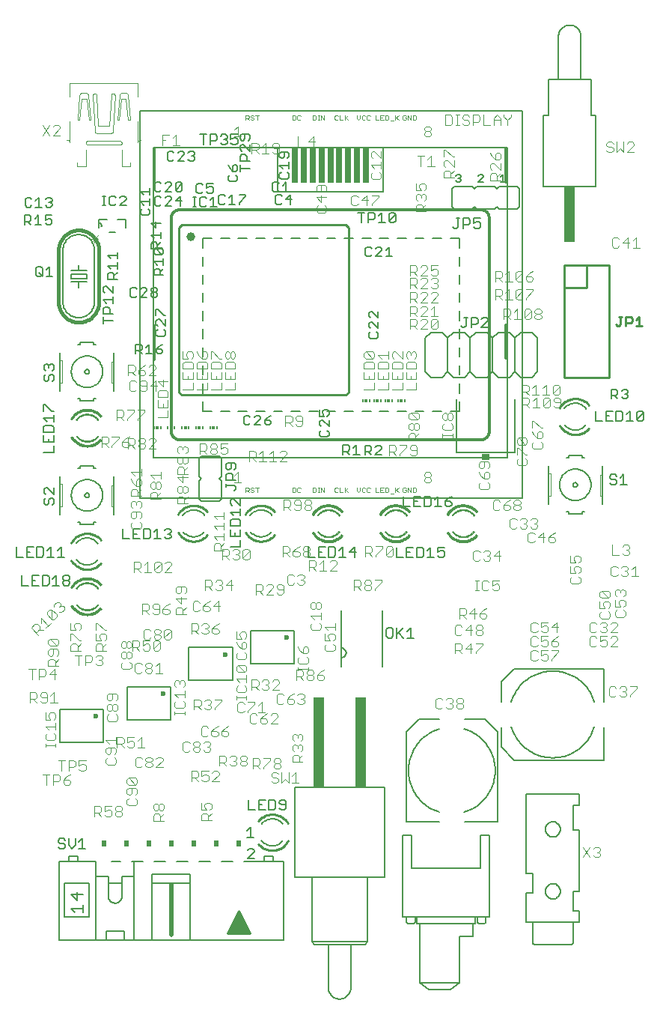
<source format=gto>
G75*
G70*
%OFA0B0*%
%FSLAX24Y24*%
%IPPOS*%
%LPD*%
%AMOC8*
5,1,8,0,0,1.08239X$1,22.5*
%
%ADD10C,0.0100*%
%ADD11C,0.0394*%
%ADD12C,0.0080*%
%ADD13C,0.0160*%
%ADD14C,0.0060*%
%ADD15C,0.0030*%
%ADD16C,0.0040*%
%ADD17C,0.0090*%
%ADD18R,0.0059X0.0118*%
%ADD19R,0.0118X0.0118*%
%ADD20C,0.0050*%
%ADD21R,0.0200X0.2300*%
%ADD22C,0.0200*%
%ADD23R,0.0900X0.0200*%
%ADD24R,0.0700X0.0200*%
%ADD25R,0.0500X0.0200*%
%ADD26R,0.0300X0.0200*%
%ADD27R,0.0100X0.0100*%
%ADD28R,0.0200X0.0300*%
%ADD29C,0.0118*%
%ADD30R,0.0295X0.1575*%
%ADD31C,0.0020*%
%ADD32R,0.0340X0.0300*%
%ADD33C,0.0236*%
%ADD34R,0.0500X0.4000*%
%ADD35R,0.0500X0.2500*%
%ADD36C,0.0010*%
D10*
X016432Y004941D02*
X016932Y005941D01*
X017432Y004941D01*
X016432Y004941D01*
X019127Y009838D02*
X019097Y009886D01*
X019064Y009931D01*
X019028Y009974D01*
X018990Y010015D01*
X018948Y010052D01*
X018904Y010087D01*
X018858Y010118D01*
X018809Y010147D01*
X018759Y010171D01*
X018707Y010192D01*
X018653Y010210D01*
X018599Y010223D01*
X018544Y010233D01*
X018488Y010239D01*
X018432Y010241D01*
X018379Y010239D01*
X018325Y010234D01*
X018273Y010225D01*
X018221Y010213D01*
X018170Y010197D01*
X018120Y010178D01*
X018071Y010155D01*
X018024Y010129D01*
X017979Y010101D01*
X017936Y010069D01*
X017896Y010035D01*
X017857Y009997D01*
X017821Y009958D01*
X018432Y008641D02*
X018486Y008643D01*
X018540Y008648D01*
X018593Y008657D01*
X018646Y008670D01*
X018697Y008686D01*
X018747Y008706D01*
X018796Y008729D01*
X018844Y008755D01*
X018889Y008784D01*
X018932Y008817D01*
X018973Y008852D01*
X019012Y008890D01*
X019048Y008930D01*
X019081Y008973D01*
X019111Y009018D01*
X019138Y009065D01*
X018432Y008641D02*
X018378Y008643D01*
X018325Y008648D01*
X018271Y008657D01*
X018219Y008670D01*
X018168Y008686D01*
X018117Y008706D01*
X018068Y008728D01*
X018021Y008754D01*
X017976Y008784D01*
X017933Y008816D01*
X017892Y008851D01*
X017853Y008889D01*
X017817Y008929D01*
X010793Y021424D02*
X010757Y021385D01*
X010718Y021347D01*
X010678Y021313D01*
X010635Y021281D01*
X010590Y021253D01*
X010543Y021227D01*
X010494Y021204D01*
X010444Y021185D01*
X010393Y021169D01*
X010341Y021157D01*
X010289Y021148D01*
X010235Y021143D01*
X010182Y021141D01*
X010126Y021143D01*
X010070Y021149D01*
X010015Y021159D01*
X009961Y021172D01*
X009907Y021190D01*
X009855Y021211D01*
X009805Y021235D01*
X009756Y021264D01*
X009710Y021295D01*
X009666Y021330D01*
X009624Y021367D01*
X009586Y021408D01*
X009550Y021451D01*
X009517Y021496D01*
X009487Y021544D01*
X010182Y022741D02*
X010236Y022739D01*
X010289Y022734D01*
X010343Y022725D01*
X010395Y022712D01*
X010446Y022696D01*
X010497Y022676D01*
X010546Y022654D01*
X010593Y022628D01*
X010638Y022598D01*
X010681Y022566D01*
X010722Y022531D01*
X010761Y022493D01*
X010797Y022453D01*
X010182Y022741D02*
X010128Y022739D01*
X010074Y022734D01*
X010021Y022725D01*
X009968Y022712D01*
X009917Y022696D01*
X009867Y022676D01*
X009818Y022653D01*
X009770Y022627D01*
X009725Y022598D01*
X009682Y022565D01*
X009641Y022530D01*
X009602Y022492D01*
X009566Y022452D01*
X009533Y022409D01*
X009503Y022364D01*
X009476Y022317D01*
X014237Y022794D02*
X014267Y022746D01*
X014300Y022701D01*
X014336Y022658D01*
X014374Y022617D01*
X014416Y022580D01*
X014460Y022545D01*
X014506Y022514D01*
X014555Y022485D01*
X014605Y022461D01*
X014657Y022440D01*
X014711Y022422D01*
X014765Y022409D01*
X014820Y022399D01*
X014876Y022393D01*
X014932Y022391D01*
X014985Y022393D01*
X015039Y022398D01*
X015091Y022407D01*
X015143Y022419D01*
X015194Y022435D01*
X015244Y022454D01*
X015293Y022477D01*
X015340Y022503D01*
X015385Y022531D01*
X015428Y022563D01*
X015468Y022597D01*
X015507Y022635D01*
X015543Y022674D01*
X014932Y023991D02*
X014878Y023989D01*
X014824Y023984D01*
X014771Y023975D01*
X014718Y023962D01*
X014667Y023946D01*
X014617Y023926D01*
X014568Y023903D01*
X014520Y023877D01*
X014475Y023848D01*
X014432Y023815D01*
X014391Y023780D01*
X014352Y023742D01*
X014316Y023702D01*
X014283Y023659D01*
X014253Y023614D01*
X014226Y023567D01*
X014932Y023991D02*
X014986Y023989D01*
X015039Y023984D01*
X015093Y023975D01*
X015145Y023962D01*
X015196Y023946D01*
X015247Y023926D01*
X015296Y023904D01*
X015343Y023878D01*
X015388Y023848D01*
X015431Y023816D01*
X015472Y023781D01*
X015511Y023743D01*
X015547Y023703D01*
X017237Y022794D02*
X017267Y022746D01*
X017300Y022701D01*
X017336Y022658D01*
X017374Y022617D01*
X017416Y022580D01*
X017460Y022545D01*
X017506Y022514D01*
X017555Y022485D01*
X017605Y022461D01*
X017657Y022440D01*
X017711Y022422D01*
X017765Y022409D01*
X017820Y022399D01*
X017876Y022393D01*
X017932Y022391D01*
X017985Y022393D01*
X018039Y022398D01*
X018091Y022407D01*
X018143Y022419D01*
X018194Y022435D01*
X018244Y022454D01*
X018293Y022477D01*
X018340Y022503D01*
X018385Y022531D01*
X018428Y022563D01*
X018468Y022597D01*
X018507Y022635D01*
X018543Y022674D01*
X017932Y023991D02*
X017878Y023989D01*
X017824Y023984D01*
X017771Y023975D01*
X017718Y023962D01*
X017667Y023946D01*
X017617Y023926D01*
X017568Y023903D01*
X017520Y023877D01*
X017475Y023848D01*
X017432Y023815D01*
X017391Y023780D01*
X017352Y023742D01*
X017316Y023702D01*
X017283Y023659D01*
X017253Y023614D01*
X017226Y023567D01*
X017932Y023991D02*
X017986Y023989D01*
X018039Y023984D01*
X018093Y023975D01*
X018145Y023962D01*
X018196Y023946D01*
X018247Y023926D01*
X018296Y023904D01*
X018343Y023878D01*
X018388Y023848D01*
X018431Y023816D01*
X018472Y023781D01*
X018511Y023743D01*
X018547Y023703D01*
X021719Y028901D02*
X014396Y028901D01*
X014268Y029029D01*
X014268Y036352D01*
X014396Y036480D01*
X021719Y036480D01*
X021847Y036352D01*
X021847Y029029D01*
X021719Y028901D01*
X031432Y029691D02*
X031432Y033691D01*
X032432Y033691D01*
X032432Y034691D01*
X033432Y034691D01*
X033432Y029691D01*
X031432Y029691D01*
X031237Y027544D02*
X031267Y027496D01*
X031300Y027451D01*
X031336Y027408D01*
X031374Y027367D01*
X031416Y027330D01*
X031460Y027295D01*
X031506Y027264D01*
X031555Y027235D01*
X031605Y027211D01*
X031657Y027190D01*
X031711Y027172D01*
X031765Y027159D01*
X031820Y027149D01*
X031876Y027143D01*
X031932Y027141D01*
X031985Y027143D01*
X032039Y027148D01*
X032091Y027157D01*
X032143Y027169D01*
X032194Y027185D01*
X032244Y027204D01*
X032293Y027227D01*
X032340Y027253D01*
X032385Y027281D01*
X032428Y027313D01*
X032468Y027347D01*
X032507Y027385D01*
X032543Y027424D01*
X031932Y028741D02*
X031878Y028739D01*
X031824Y028734D01*
X031771Y028725D01*
X031718Y028712D01*
X031667Y028696D01*
X031617Y028676D01*
X031568Y028653D01*
X031520Y028627D01*
X031475Y028598D01*
X031432Y028565D01*
X031391Y028530D01*
X031352Y028492D01*
X031316Y028452D01*
X031283Y028409D01*
X031253Y028364D01*
X031226Y028317D01*
X031932Y028741D02*
X031986Y028739D01*
X032039Y028734D01*
X032093Y028725D01*
X032145Y028712D01*
X032196Y028696D01*
X032247Y028676D01*
X032296Y028654D01*
X032343Y028628D01*
X032388Y028598D01*
X032431Y028566D01*
X032472Y028531D01*
X032511Y028493D01*
X032547Y028453D01*
X031432Y033691D02*
X031432Y034691D01*
X032432Y034691D01*
D11*
X014809Y035939D03*
D12*
X013455Y035878D02*
X013455Y036159D01*
X013455Y036019D02*
X013034Y036019D01*
X013174Y035878D01*
X013104Y035698D02*
X013245Y035698D01*
X013315Y035628D01*
X013315Y035418D01*
X013229Y035432D02*
X013510Y035151D01*
X013580Y035221D01*
X013580Y035361D01*
X013510Y035432D01*
X013229Y035432D01*
X013159Y035361D01*
X013159Y035221D01*
X013229Y035151D01*
X013510Y035151D01*
X013580Y034971D02*
X013580Y034691D01*
X013580Y034831D02*
X013159Y034831D01*
X013299Y034691D01*
X013229Y034511D02*
X013370Y034511D01*
X013440Y034441D01*
X013440Y034231D01*
X013580Y034231D02*
X013159Y034231D01*
X013159Y034441D01*
X013229Y034511D01*
X013440Y034371D02*
X013580Y034511D01*
X013243Y033677D02*
X013313Y033607D01*
X013313Y033537D01*
X013243Y033467D01*
X013103Y033467D01*
X013032Y033537D01*
X013032Y033607D01*
X013103Y033677D01*
X013243Y033677D01*
X013243Y033467D02*
X013313Y033397D01*
X013313Y033326D01*
X013243Y033256D01*
X013103Y033256D01*
X013032Y033326D01*
X013032Y033397D01*
X013103Y033467D01*
X012852Y033537D02*
X012852Y033607D01*
X012782Y033677D01*
X012642Y033677D01*
X012572Y033607D01*
X012392Y033607D02*
X012322Y033677D01*
X012182Y033677D01*
X012112Y033607D01*
X012112Y033326D01*
X012182Y033256D01*
X012322Y033256D01*
X012392Y033326D01*
X012572Y033256D02*
X012852Y033537D01*
X012852Y033256D02*
X012572Y033256D01*
X013252Y032725D02*
X013322Y032725D01*
X013603Y032445D01*
X013673Y032445D01*
X013673Y032265D02*
X013673Y031985D01*
X013393Y032265D01*
X013322Y032265D01*
X013252Y032195D01*
X013252Y032055D01*
X013322Y031985D01*
X013322Y031805D02*
X013252Y031735D01*
X013252Y031594D01*
X013322Y031524D01*
X013603Y031524D01*
X013673Y031594D01*
X013673Y031735D01*
X013603Y031805D01*
X013548Y031151D02*
X013408Y031081D01*
X013268Y030941D01*
X013478Y030941D01*
X013548Y030871D01*
X013548Y030801D01*
X013478Y030731D01*
X013338Y030731D01*
X013268Y030801D01*
X013268Y030941D01*
X013088Y030731D02*
X012808Y030731D01*
X012948Y030731D02*
X012948Y031151D01*
X012808Y031011D01*
X012627Y031081D02*
X012627Y030941D01*
X012557Y030871D01*
X012347Y030871D01*
X012487Y030871D02*
X012627Y030731D01*
X012347Y030731D02*
X012347Y031151D01*
X012557Y031151D01*
X012627Y031081D01*
X013252Y032445D02*
X013252Y032725D01*
X011523Y034059D02*
X011102Y034059D01*
X011102Y034270D01*
X011172Y034340D01*
X011313Y034340D01*
X011383Y034270D01*
X011383Y034059D01*
X011383Y034200D02*
X011523Y034340D01*
X011523Y034520D02*
X011523Y034800D01*
X011523Y034660D02*
X011102Y034660D01*
X011243Y034520D01*
X011243Y034980D02*
X011102Y035120D01*
X011523Y035120D01*
X011523Y034980D02*
X011523Y035260D01*
X013034Y035418D02*
X013034Y035628D01*
X013104Y035698D01*
X013315Y035558D02*
X013455Y035698D01*
X013455Y035418D02*
X013034Y035418D01*
X013245Y036339D02*
X013245Y036619D01*
X013455Y036549D02*
X013034Y036549D01*
X013245Y036339D01*
X012915Y036899D02*
X012985Y036969D01*
X012985Y037110D01*
X012915Y037180D01*
X012985Y037360D02*
X012985Y037640D01*
X012985Y037500D02*
X012565Y037500D01*
X012705Y037360D01*
X012635Y037180D02*
X012565Y037110D01*
X012565Y036969D01*
X012635Y036899D01*
X012915Y036899D01*
X013274Y037325D02*
X013204Y037395D01*
X013204Y037675D01*
X013274Y037745D01*
X013414Y037745D01*
X013484Y037675D01*
X013664Y037675D02*
X013734Y037745D01*
X013874Y037745D01*
X013944Y037675D01*
X013944Y037605D01*
X013664Y037325D01*
X013944Y037325D01*
X014124Y037535D02*
X014404Y037535D01*
X014334Y037325D02*
X014334Y037745D01*
X014124Y037535D01*
X014194Y037950D02*
X014124Y038020D01*
X014404Y038300D01*
X014404Y038020D01*
X014334Y037950D01*
X014194Y037950D01*
X014124Y038020D02*
X014124Y038300D01*
X014194Y038370D01*
X014334Y038370D01*
X014404Y038300D01*
X013944Y038300D02*
X013874Y038370D01*
X013734Y038370D01*
X013664Y038300D01*
X013484Y038300D02*
X013414Y038370D01*
X013273Y038370D01*
X013203Y038300D01*
X013203Y038020D01*
X013273Y037950D01*
X013414Y037950D01*
X013484Y038020D01*
X013664Y037950D02*
X013944Y038230D01*
X013944Y038300D01*
X013944Y037950D02*
X013664Y037950D01*
X013484Y037395D02*
X013414Y037325D01*
X013274Y037325D01*
X012985Y037820D02*
X012985Y038100D01*
X012985Y037960D02*
X012565Y037960D01*
X012705Y037820D01*
X011923Y037682D02*
X011853Y037752D01*
X011713Y037752D01*
X011643Y037682D01*
X011463Y037682D02*
X011393Y037752D01*
X011253Y037752D01*
X011183Y037682D01*
X011183Y037402D01*
X011253Y037332D01*
X011393Y037332D01*
X011463Y037402D01*
X011643Y037332D02*
X011923Y037612D01*
X011923Y037682D01*
X011923Y037332D02*
X011643Y037332D01*
X011016Y037332D02*
X010876Y037332D01*
X010946Y037332D02*
X010946Y037752D01*
X010876Y037752D02*
X011016Y037752D01*
X008623Y037611D02*
X008623Y037541D01*
X008553Y037471D01*
X008623Y037401D01*
X008623Y037331D01*
X008553Y037261D01*
X008413Y037261D01*
X008343Y037331D01*
X008163Y037261D02*
X007883Y037261D01*
X008023Y037261D02*
X008023Y037681D01*
X007883Y037541D01*
X007702Y037611D02*
X007632Y037681D01*
X007492Y037681D01*
X007422Y037611D01*
X007422Y037331D01*
X007492Y037261D01*
X007632Y037261D01*
X007702Y037331D01*
X007614Y036901D02*
X007684Y036831D01*
X007684Y036691D01*
X007614Y036621D01*
X007404Y036621D01*
X007544Y036621D02*
X007684Y036481D01*
X007864Y036481D02*
X008144Y036481D01*
X008004Y036481D02*
X008004Y036901D01*
X007864Y036761D01*
X007614Y036901D02*
X007404Y036901D01*
X007404Y036481D01*
X008324Y036551D02*
X008394Y036481D01*
X008534Y036481D01*
X008605Y036551D01*
X008605Y036691D01*
X008534Y036761D01*
X008464Y036761D01*
X008324Y036691D01*
X008324Y036901D01*
X008605Y036901D01*
X008553Y037471D02*
X008483Y037471D01*
X008343Y037611D02*
X008413Y037681D01*
X008553Y037681D01*
X008623Y037611D01*
X008510Y034613D02*
X008370Y034473D01*
X008190Y034543D02*
X008190Y034263D01*
X008120Y034193D01*
X007980Y034193D01*
X007910Y034263D01*
X007910Y034543D01*
X007980Y034613D01*
X008120Y034613D01*
X008190Y034543D01*
X008050Y034333D02*
X008190Y034193D01*
X008370Y034193D02*
X008650Y034193D01*
X008510Y034193D02*
X008510Y034613D01*
X013766Y039395D02*
X013766Y039675D01*
X013836Y039745D01*
X013976Y039745D01*
X014046Y039675D01*
X014226Y039675D02*
X014296Y039745D01*
X014436Y039745D01*
X014507Y039675D01*
X014507Y039605D01*
X014226Y039325D01*
X014507Y039325D01*
X014687Y039395D02*
X014757Y039325D01*
X014897Y039325D01*
X014967Y039395D01*
X014967Y039465D01*
X014897Y039535D01*
X014827Y039535D01*
X014897Y039535D02*
X014967Y039605D01*
X014967Y039675D01*
X014897Y039745D01*
X014757Y039745D01*
X014687Y039675D01*
X014046Y039395D02*
X013976Y039325D01*
X013836Y039325D01*
X013766Y039395D01*
X015053Y038237D02*
X015053Y037957D01*
X015123Y037887D01*
X015263Y037887D01*
X015333Y037957D01*
X015513Y037957D02*
X015583Y037887D01*
X015723Y037887D01*
X015793Y037957D01*
X015793Y038097D01*
X015723Y038167D01*
X015653Y038167D01*
X015513Y038097D01*
X015513Y038307D01*
X015793Y038307D01*
X015333Y038237D02*
X015263Y038307D01*
X015123Y038307D01*
X015053Y038237D01*
X015050Y037713D02*
X014910Y037713D01*
X014980Y037713D02*
X014980Y037293D01*
X014910Y037293D02*
X015050Y037293D01*
X015217Y037363D02*
X015287Y037293D01*
X015427Y037293D01*
X015497Y037363D01*
X015677Y037293D02*
X015957Y037293D01*
X015817Y037293D02*
X015817Y037713D01*
X015677Y037573D01*
X015497Y037643D02*
X015427Y037713D01*
X015287Y037713D01*
X015217Y037643D01*
X015217Y037363D01*
X016047Y037456D02*
X016117Y037386D01*
X016257Y037386D01*
X016327Y037456D01*
X016508Y037386D02*
X016788Y037386D01*
X016648Y037386D02*
X016648Y037806D01*
X016508Y037666D01*
X016327Y037736D02*
X016257Y037806D01*
X016117Y037806D01*
X016047Y037736D01*
X016047Y037456D01*
X016968Y037456D02*
X016968Y037386D01*
X016968Y037456D02*
X017248Y037736D01*
X017248Y037806D01*
X016968Y037806D01*
X016812Y038398D02*
X016882Y038468D01*
X016882Y038608D01*
X016812Y038678D01*
X016812Y038858D02*
X016882Y038928D01*
X016882Y039068D01*
X016812Y039138D01*
X016741Y039138D01*
X016671Y039068D01*
X016671Y038858D01*
X016812Y038858D01*
X016671Y038858D02*
X016531Y038998D01*
X016461Y039138D01*
X016531Y038678D02*
X016461Y038608D01*
X016461Y038468D01*
X016531Y038398D01*
X016812Y038398D01*
X018445Y038299D02*
X018445Y038019D01*
X018515Y037949D01*
X018655Y037949D01*
X018725Y038019D01*
X018906Y037949D02*
X019186Y037949D01*
X019046Y037949D02*
X019046Y038369D01*
X018906Y038229D01*
X018725Y038299D02*
X018655Y038369D01*
X018515Y038369D01*
X018445Y038299D01*
X018752Y038594D02*
X018822Y038524D01*
X019103Y038524D01*
X019173Y038594D01*
X019173Y038735D01*
X019103Y038805D01*
X019173Y038985D02*
X019173Y039265D01*
X019173Y039125D02*
X018752Y039125D01*
X018893Y038985D01*
X018822Y038805D02*
X018752Y038735D01*
X018752Y038594D01*
X018789Y037808D02*
X018649Y037808D01*
X018579Y037738D01*
X018579Y037458D01*
X018649Y037388D01*
X018789Y037388D01*
X018859Y037458D01*
X019039Y037598D02*
X019319Y037598D01*
X019249Y037808D02*
X019039Y037598D01*
X018859Y037738D02*
X018789Y037808D01*
X019249Y037808D02*
X019249Y037388D01*
X019103Y039445D02*
X019173Y039515D01*
X019173Y039655D01*
X019103Y039725D01*
X018822Y039725D01*
X018752Y039655D01*
X018752Y039515D01*
X018822Y039445D01*
X018893Y039445D01*
X018963Y039515D01*
X018963Y039725D01*
X022649Y035495D02*
X022579Y035425D01*
X022579Y035145D01*
X022649Y035075D01*
X022789Y035075D01*
X022859Y035145D01*
X023039Y035075D02*
X023319Y035355D01*
X023319Y035425D01*
X023249Y035495D01*
X023109Y035495D01*
X023039Y035425D01*
X022859Y035425D02*
X022789Y035495D01*
X022649Y035495D01*
X023039Y035075D02*
X023319Y035075D01*
X023499Y035075D02*
X023779Y035075D01*
X023639Y035075D02*
X023639Y035495D01*
X023499Y035355D01*
X023150Y032622D02*
X023150Y032342D01*
X022870Y032622D01*
X022800Y032622D01*
X022730Y032552D01*
X022730Y032412D01*
X022800Y032342D01*
X022800Y032162D02*
X022730Y032092D01*
X022730Y031951D01*
X022800Y031881D01*
X022800Y031701D02*
X022730Y031631D01*
X022730Y031491D01*
X022800Y031421D01*
X023080Y031421D01*
X023150Y031491D01*
X023150Y031631D01*
X023080Y031701D01*
X023150Y031881D02*
X022870Y032162D01*
X022800Y032162D01*
X023150Y032162D02*
X023150Y031881D01*
X020888Y028241D02*
X020748Y028241D01*
X020678Y028171D01*
X020678Y028101D01*
X020748Y027961D01*
X020538Y027961D01*
X020538Y028241D01*
X020888Y028241D02*
X020958Y028171D01*
X020958Y028031D01*
X020888Y027961D01*
X020958Y027781D02*
X020958Y027501D01*
X020678Y027781D01*
X020608Y027781D01*
X020538Y027711D01*
X020538Y027571D01*
X020608Y027501D01*
X020608Y027320D02*
X020538Y027250D01*
X020538Y027110D01*
X020608Y027040D01*
X020888Y027040D01*
X020958Y027110D01*
X020958Y027250D01*
X020888Y027320D01*
X021582Y026675D02*
X021793Y026675D01*
X021863Y026604D01*
X021863Y026464D01*
X021793Y026394D01*
X021582Y026394D01*
X021582Y026254D02*
X021582Y026675D01*
X021723Y026394D02*
X021863Y026254D01*
X022043Y026254D02*
X022323Y026254D01*
X022183Y026254D02*
X022183Y026675D01*
X022043Y026534D01*
X022559Y026663D02*
X022559Y026242D01*
X022559Y026382D02*
X022769Y026382D01*
X022839Y026452D01*
X022839Y026593D01*
X022769Y026663D01*
X022559Y026663D01*
X022699Y026382D02*
X022839Y026242D01*
X023019Y026242D02*
X023300Y026523D01*
X023300Y026593D01*
X023229Y026663D01*
X023089Y026663D01*
X023019Y026593D01*
X023019Y026242D02*
X023300Y026242D01*
X026642Y026341D02*
X026642Y028701D01*
X026642Y026341D02*
X029222Y026341D01*
X029222Y028701D01*
X033535Y028731D02*
X033535Y029151D01*
X033745Y029151D01*
X033815Y029081D01*
X033815Y028941D01*
X033745Y028871D01*
X033535Y028871D01*
X033675Y028871D02*
X033815Y028731D01*
X033995Y028801D02*
X034065Y028731D01*
X034205Y028731D01*
X034275Y028801D01*
X034275Y028871D01*
X034205Y028941D01*
X034135Y028941D01*
X034205Y028941D02*
X034275Y029011D01*
X034275Y029081D01*
X034205Y029151D01*
X034065Y029151D01*
X033995Y029081D01*
X033216Y016718D02*
X029220Y016718D01*
X028649Y016147D01*
X028649Y015261D01*
X027889Y014474D02*
X028460Y013903D01*
X028460Y009907D01*
X027003Y009907D01*
X025861Y009907D02*
X024405Y009907D01*
X024405Y013903D01*
X024976Y014474D01*
X025861Y014474D01*
X027003Y014474D02*
X027889Y014474D01*
X028649Y014120D02*
X028649Y013234D01*
X029220Y012663D01*
X033216Y012663D01*
X033216Y014120D01*
X033216Y015261D02*
X033216Y016718D01*
X032783Y014140D02*
X032754Y014051D01*
X032721Y013964D01*
X032684Y013878D01*
X032642Y013794D01*
X032597Y013713D01*
X032548Y013633D01*
X032495Y013557D01*
X032438Y013482D01*
X032378Y013411D01*
X032314Y013343D01*
X032247Y013277D01*
X032178Y013215D01*
X032105Y013157D01*
X032029Y013102D01*
X031951Y013051D01*
X031871Y013004D01*
X031788Y012960D01*
X031703Y012921D01*
X031617Y012886D01*
X031529Y012855D01*
X031439Y012828D01*
X031349Y012806D01*
X031257Y012788D01*
X031165Y012774D01*
X031072Y012765D01*
X030979Y012761D01*
X030885Y012761D01*
X030792Y012765D01*
X030699Y012774D01*
X030607Y012788D01*
X030515Y012806D01*
X030425Y012828D01*
X030335Y012855D01*
X030247Y012886D01*
X030161Y012921D01*
X030076Y012960D01*
X029993Y013004D01*
X029913Y013051D01*
X029835Y013102D01*
X029759Y013157D01*
X029686Y013215D01*
X029617Y013277D01*
X029550Y013343D01*
X029486Y013411D01*
X029426Y013482D01*
X029369Y013557D01*
X029316Y013633D01*
X029267Y013713D01*
X029222Y013794D01*
X029180Y013878D01*
X029143Y013964D01*
X029110Y014051D01*
X029081Y014140D01*
X029081Y015242D02*
X029110Y015331D01*
X029143Y015418D01*
X029180Y015504D01*
X029222Y015588D01*
X029267Y015669D01*
X029316Y015749D01*
X029369Y015825D01*
X029426Y015900D01*
X029486Y015971D01*
X029550Y016039D01*
X029617Y016105D01*
X029686Y016167D01*
X029759Y016225D01*
X029835Y016280D01*
X029913Y016331D01*
X029993Y016378D01*
X030076Y016422D01*
X030161Y016461D01*
X030247Y016496D01*
X030335Y016527D01*
X030425Y016554D01*
X030515Y016576D01*
X030607Y016594D01*
X030699Y016608D01*
X030792Y016617D01*
X030885Y016621D01*
X030979Y016621D01*
X031072Y016617D01*
X031165Y016608D01*
X031257Y016594D01*
X031349Y016576D01*
X031439Y016554D01*
X031529Y016527D01*
X031617Y016496D01*
X031703Y016461D01*
X031788Y016422D01*
X031871Y016378D01*
X031951Y016331D01*
X032029Y016280D01*
X032105Y016225D01*
X032178Y016167D01*
X032247Y016105D01*
X032314Y016039D01*
X032378Y015971D01*
X032438Y015900D01*
X032495Y015825D01*
X032548Y015749D01*
X032597Y015669D01*
X032642Y015588D01*
X032684Y015504D01*
X032721Y015418D01*
X032754Y015331D01*
X032783Y015242D01*
X025881Y014042D02*
X025792Y014013D01*
X025705Y013980D01*
X025619Y013943D01*
X025535Y013901D01*
X025454Y013856D01*
X025374Y013807D01*
X025298Y013754D01*
X025223Y013697D01*
X025152Y013637D01*
X025084Y013573D01*
X025018Y013506D01*
X024956Y013437D01*
X024898Y013364D01*
X024843Y013288D01*
X024792Y013210D01*
X024745Y013130D01*
X024701Y013047D01*
X024662Y012962D01*
X024627Y012876D01*
X024596Y012788D01*
X024569Y012698D01*
X024547Y012608D01*
X024529Y012516D01*
X024515Y012424D01*
X024506Y012331D01*
X024502Y012238D01*
X024502Y012144D01*
X024506Y012051D01*
X024515Y011958D01*
X024529Y011866D01*
X024547Y011774D01*
X024569Y011684D01*
X024596Y011594D01*
X024627Y011506D01*
X024662Y011420D01*
X024701Y011335D01*
X024745Y011252D01*
X024792Y011172D01*
X024843Y011094D01*
X024898Y011018D01*
X024956Y010945D01*
X025018Y010876D01*
X025084Y010809D01*
X025152Y010745D01*
X025223Y010685D01*
X025298Y010628D01*
X025374Y010575D01*
X025454Y010526D01*
X025535Y010481D01*
X025619Y010439D01*
X025705Y010402D01*
X025792Y010369D01*
X025881Y010340D01*
X026983Y010340D02*
X027072Y010369D01*
X027159Y010402D01*
X027245Y010439D01*
X027329Y010481D01*
X027410Y010526D01*
X027490Y010575D01*
X027566Y010628D01*
X027641Y010685D01*
X027712Y010745D01*
X027780Y010809D01*
X027846Y010876D01*
X027908Y010945D01*
X027966Y011018D01*
X028021Y011094D01*
X028072Y011172D01*
X028119Y011252D01*
X028163Y011335D01*
X028202Y011420D01*
X028237Y011506D01*
X028268Y011594D01*
X028295Y011684D01*
X028317Y011774D01*
X028335Y011866D01*
X028349Y011958D01*
X028358Y012051D01*
X028362Y012144D01*
X028362Y012238D01*
X028358Y012331D01*
X028349Y012424D01*
X028335Y012516D01*
X028317Y012608D01*
X028295Y012698D01*
X028268Y012788D01*
X028237Y012876D01*
X028202Y012962D01*
X028163Y013047D01*
X028119Y013130D01*
X028072Y013210D01*
X028021Y013288D01*
X027966Y013364D01*
X027908Y013437D01*
X027846Y013506D01*
X027780Y013573D01*
X027712Y013637D01*
X027641Y013697D01*
X027566Y013754D01*
X027490Y013807D01*
X027410Y013856D01*
X027329Y013901D01*
X027245Y013943D01*
X027159Y013980D01*
X027072Y014013D01*
X026983Y014042D01*
X019405Y016962D02*
X017460Y016962D01*
X017460Y018419D01*
X019405Y018419D01*
X019405Y016962D01*
X016655Y017669D02*
X016655Y016212D01*
X014710Y016212D01*
X014710Y017669D01*
X016655Y017669D01*
X013905Y015919D02*
X011960Y015919D01*
X011960Y014462D01*
X013905Y014462D01*
X013905Y015919D01*
X010905Y014919D02*
X010905Y013462D01*
X008960Y013462D01*
X008960Y014919D01*
X010905Y014919D01*
X017242Y027574D02*
X017382Y027574D01*
X017453Y027644D01*
X017633Y027574D02*
X017913Y027854D01*
X017913Y027924D01*
X017843Y027994D01*
X017703Y027994D01*
X017633Y027924D01*
X017453Y027924D02*
X017382Y027994D01*
X017242Y027994D01*
X017172Y027924D01*
X017172Y027644D01*
X017242Y027574D01*
X017633Y027574D02*
X017913Y027574D01*
X018093Y027644D02*
X018163Y027574D01*
X018303Y027574D01*
X018373Y027644D01*
X018373Y027714D01*
X018303Y027784D01*
X018093Y027784D01*
X018093Y027644D01*
X018093Y027784D02*
X018233Y027924D01*
X018373Y027994D01*
D13*
X010707Y033041D02*
X010707Y035341D01*
X010705Y035400D01*
X010699Y035458D01*
X010690Y035517D01*
X010676Y035574D01*
X010659Y035630D01*
X010638Y035685D01*
X010614Y035739D01*
X010586Y035791D01*
X010555Y035841D01*
X010521Y035889D01*
X010484Y035934D01*
X010443Y035977D01*
X010400Y036018D01*
X010355Y036055D01*
X010307Y036089D01*
X010257Y036120D01*
X010205Y036148D01*
X010151Y036172D01*
X010096Y036193D01*
X010040Y036210D01*
X009983Y036224D01*
X009924Y036233D01*
X009866Y036239D01*
X009807Y036241D01*
X009748Y036239D01*
X009690Y036233D01*
X009631Y036224D01*
X009574Y036210D01*
X009518Y036193D01*
X009463Y036172D01*
X009409Y036148D01*
X009357Y036120D01*
X009307Y036089D01*
X009259Y036055D01*
X009214Y036018D01*
X009171Y035977D01*
X009130Y035934D01*
X009093Y035889D01*
X009059Y035841D01*
X009028Y035791D01*
X009000Y035739D01*
X008976Y035685D01*
X008955Y035630D01*
X008938Y035574D01*
X008924Y035517D01*
X008915Y035458D01*
X008909Y035400D01*
X008907Y035341D01*
X008907Y033041D01*
X008909Y032982D01*
X008915Y032924D01*
X008924Y032865D01*
X008938Y032808D01*
X008955Y032752D01*
X008976Y032697D01*
X009000Y032643D01*
X009028Y032591D01*
X009059Y032541D01*
X009093Y032493D01*
X009130Y032448D01*
X009171Y032405D01*
X009214Y032364D01*
X009259Y032327D01*
X009307Y032293D01*
X009357Y032262D01*
X009409Y032234D01*
X009463Y032210D01*
X009518Y032189D01*
X009574Y032172D01*
X009631Y032158D01*
X009690Y032149D01*
X009748Y032143D01*
X009807Y032141D01*
X009866Y032143D01*
X009924Y032149D01*
X009983Y032158D01*
X010040Y032172D01*
X010096Y032189D01*
X010151Y032210D01*
X010205Y032234D01*
X010257Y032262D01*
X010307Y032293D01*
X010355Y032327D01*
X010400Y032364D01*
X010443Y032405D01*
X010484Y032448D01*
X010521Y032493D01*
X010555Y032541D01*
X010586Y032591D01*
X010614Y032643D01*
X010638Y032697D01*
X010659Y032752D01*
X010676Y032808D01*
X010690Y032865D01*
X010699Y032924D01*
X010705Y032982D01*
X010707Y033041D01*
D14*
X010507Y033041D02*
X010507Y035341D01*
X011177Y036161D02*
X011437Y036161D01*
X011907Y036331D02*
X011907Y036721D01*
X011547Y036721D01*
X011067Y036721D02*
X010707Y036721D01*
X010707Y036561D01*
X010707Y036331D01*
X010817Y036400D02*
X010823Y036420D01*
X010825Y036441D01*
X010823Y036462D01*
X010818Y036482D01*
X010810Y036501D01*
X010798Y036518D01*
X010783Y036532D01*
X010766Y036545D01*
X010748Y036553D01*
X010728Y036559D01*
X010707Y036561D01*
X010507Y035341D02*
X010505Y035392D01*
X010500Y035443D01*
X010490Y035493D01*
X010477Y035543D01*
X010461Y035591D01*
X010441Y035638D01*
X010417Y035684D01*
X010391Y035727D01*
X010361Y035769D01*
X010328Y035808D01*
X010293Y035845D01*
X010255Y035879D01*
X010214Y035910D01*
X010172Y035939D01*
X010127Y035964D01*
X010081Y035985D01*
X010033Y036004D01*
X009984Y036018D01*
X009934Y036029D01*
X009884Y036037D01*
X009833Y036041D01*
X009781Y036041D01*
X009730Y036037D01*
X009680Y036029D01*
X009630Y036018D01*
X009581Y036004D01*
X009533Y035985D01*
X009487Y035964D01*
X009442Y035939D01*
X009400Y035910D01*
X009359Y035879D01*
X009321Y035845D01*
X009286Y035808D01*
X009253Y035769D01*
X009223Y035727D01*
X009197Y035684D01*
X009173Y035638D01*
X009153Y035591D01*
X009137Y035543D01*
X009124Y035493D01*
X009114Y035443D01*
X009109Y035392D01*
X009107Y035341D01*
X009107Y033041D01*
X009109Y032990D01*
X009114Y032939D01*
X009124Y032889D01*
X009137Y032839D01*
X009153Y032791D01*
X009173Y032744D01*
X009197Y032698D01*
X009223Y032655D01*
X009253Y032613D01*
X009286Y032574D01*
X009321Y032537D01*
X009359Y032503D01*
X009400Y032472D01*
X009442Y032443D01*
X009487Y032418D01*
X009533Y032397D01*
X009581Y032378D01*
X009630Y032364D01*
X009680Y032353D01*
X009730Y032345D01*
X009781Y032341D01*
X009833Y032341D01*
X009884Y032345D01*
X009934Y032353D01*
X009984Y032364D01*
X010033Y032378D01*
X010081Y032397D01*
X010127Y032418D01*
X010172Y032443D01*
X010214Y032472D01*
X010255Y032503D01*
X010293Y032537D01*
X010328Y032574D01*
X010361Y032613D01*
X010391Y032655D01*
X010417Y032698D01*
X010441Y032744D01*
X010461Y032791D01*
X010477Y032839D01*
X010490Y032889D01*
X010500Y032939D01*
X010505Y032990D01*
X010507Y033041D01*
X009807Y033691D02*
X009807Y033941D01*
X009457Y033941D01*
X009457Y034091D02*
X009457Y034291D01*
X010157Y034291D01*
X010157Y034091D01*
X009457Y034091D01*
X009457Y034441D02*
X009807Y034441D01*
X009807Y034691D01*
X009807Y034441D02*
X010157Y034441D01*
X010157Y033941D02*
X009807Y033941D01*
X009882Y031241D02*
X009882Y031141D01*
X009782Y031141D01*
X009882Y031241D02*
X010482Y031241D01*
X010482Y031141D01*
X010582Y031141D01*
X011382Y030791D02*
X011382Y030391D01*
X011382Y029441D01*
X011382Y029091D01*
X010582Y028741D02*
X010482Y028741D01*
X010482Y028641D01*
X009882Y028641D01*
X009882Y028741D01*
X009782Y028741D01*
X008982Y029091D02*
X008982Y029441D01*
X008982Y030441D01*
X008982Y030791D01*
X010082Y029941D02*
X010084Y029961D01*
X010090Y029979D01*
X010099Y029997D01*
X010111Y030012D01*
X010126Y030024D01*
X010144Y030033D01*
X010162Y030039D01*
X010182Y030041D01*
X010202Y030039D01*
X010220Y030033D01*
X010238Y030024D01*
X010253Y030012D01*
X010265Y029997D01*
X010274Y029979D01*
X010280Y029961D01*
X010282Y029941D01*
X010280Y029921D01*
X010274Y029903D01*
X010265Y029885D01*
X010253Y029870D01*
X010238Y029858D01*
X010220Y029849D01*
X010202Y029843D01*
X010182Y029841D01*
X010162Y029843D01*
X010144Y029849D01*
X010126Y029858D01*
X010111Y029870D01*
X010099Y029885D01*
X010090Y029903D01*
X010084Y029921D01*
X010082Y029941D01*
X009482Y029941D02*
X009484Y029993D01*
X009490Y030045D01*
X009500Y030097D01*
X009513Y030147D01*
X009530Y030197D01*
X009551Y030245D01*
X009576Y030291D01*
X009604Y030335D01*
X009635Y030377D01*
X009669Y030417D01*
X009706Y030454D01*
X009746Y030488D01*
X009788Y030519D01*
X009832Y030547D01*
X009878Y030572D01*
X009926Y030593D01*
X009976Y030610D01*
X010026Y030623D01*
X010078Y030633D01*
X010130Y030639D01*
X010182Y030641D01*
X010234Y030639D01*
X010286Y030633D01*
X010338Y030623D01*
X010388Y030610D01*
X010438Y030593D01*
X010486Y030572D01*
X010532Y030547D01*
X010576Y030519D01*
X010618Y030488D01*
X010658Y030454D01*
X010695Y030417D01*
X010729Y030377D01*
X010760Y030335D01*
X010788Y030291D01*
X010813Y030245D01*
X010834Y030197D01*
X010851Y030147D01*
X010864Y030097D01*
X010874Y030045D01*
X010880Y029993D01*
X010882Y029941D01*
X010880Y029889D01*
X010874Y029837D01*
X010864Y029785D01*
X010851Y029735D01*
X010834Y029685D01*
X010813Y029637D01*
X010788Y029591D01*
X010760Y029547D01*
X010729Y029505D01*
X010695Y029465D01*
X010658Y029428D01*
X010618Y029394D01*
X010576Y029363D01*
X010532Y029335D01*
X010486Y029310D01*
X010438Y029289D01*
X010388Y029272D01*
X010338Y029259D01*
X010286Y029249D01*
X010234Y029243D01*
X010182Y029241D01*
X010130Y029243D01*
X010078Y029249D01*
X010026Y029259D01*
X009976Y029272D01*
X009926Y029289D01*
X009878Y029310D01*
X009832Y029335D01*
X009788Y029363D01*
X009746Y029394D01*
X009706Y029428D01*
X009669Y029465D01*
X009635Y029505D01*
X009604Y029547D01*
X009576Y029591D01*
X009551Y029637D01*
X009530Y029685D01*
X009513Y029735D01*
X009500Y029785D01*
X009490Y029837D01*
X009484Y029889D01*
X009482Y029941D01*
X009882Y025741D02*
X009882Y025641D01*
X009782Y025641D01*
X009882Y025741D02*
X010482Y025741D01*
X010482Y025641D01*
X010582Y025641D01*
X011382Y025291D02*
X011382Y024891D01*
X011382Y023941D01*
X011382Y023591D01*
X010582Y023241D02*
X010482Y023241D01*
X010482Y023141D01*
X009882Y023141D01*
X009882Y023241D01*
X009782Y023241D01*
X008982Y023591D02*
X008982Y023941D01*
X008982Y024941D01*
X008982Y025291D01*
X010082Y024441D02*
X010084Y024461D01*
X010090Y024479D01*
X010099Y024497D01*
X010111Y024512D01*
X010126Y024524D01*
X010144Y024533D01*
X010162Y024539D01*
X010182Y024541D01*
X010202Y024539D01*
X010220Y024533D01*
X010238Y024524D01*
X010253Y024512D01*
X010265Y024497D01*
X010274Y024479D01*
X010280Y024461D01*
X010282Y024441D01*
X010280Y024421D01*
X010274Y024403D01*
X010265Y024385D01*
X010253Y024370D01*
X010238Y024358D01*
X010220Y024349D01*
X010202Y024343D01*
X010182Y024341D01*
X010162Y024343D01*
X010144Y024349D01*
X010126Y024358D01*
X010111Y024370D01*
X010099Y024385D01*
X010090Y024403D01*
X010084Y024421D01*
X010082Y024441D01*
X009482Y024441D02*
X009484Y024493D01*
X009490Y024545D01*
X009500Y024597D01*
X009513Y024647D01*
X009530Y024697D01*
X009551Y024745D01*
X009576Y024791D01*
X009604Y024835D01*
X009635Y024877D01*
X009669Y024917D01*
X009706Y024954D01*
X009746Y024988D01*
X009788Y025019D01*
X009832Y025047D01*
X009878Y025072D01*
X009926Y025093D01*
X009976Y025110D01*
X010026Y025123D01*
X010078Y025133D01*
X010130Y025139D01*
X010182Y025141D01*
X010234Y025139D01*
X010286Y025133D01*
X010338Y025123D01*
X010388Y025110D01*
X010438Y025093D01*
X010486Y025072D01*
X010532Y025047D01*
X010576Y025019D01*
X010618Y024988D01*
X010658Y024954D01*
X010695Y024917D01*
X010729Y024877D01*
X010760Y024835D01*
X010788Y024791D01*
X010813Y024745D01*
X010834Y024697D01*
X010851Y024647D01*
X010864Y024597D01*
X010874Y024545D01*
X010880Y024493D01*
X010882Y024441D01*
X010880Y024389D01*
X010874Y024337D01*
X010864Y024285D01*
X010851Y024235D01*
X010834Y024185D01*
X010813Y024137D01*
X010788Y024091D01*
X010760Y024047D01*
X010729Y024005D01*
X010695Y023965D01*
X010658Y023928D01*
X010618Y023894D01*
X010576Y023863D01*
X010532Y023835D01*
X010486Y023810D01*
X010438Y023789D01*
X010388Y023772D01*
X010338Y023759D01*
X010286Y023749D01*
X010234Y023743D01*
X010182Y023741D01*
X010130Y023743D01*
X010078Y023749D01*
X010026Y023759D01*
X009976Y023772D01*
X009926Y023789D01*
X009878Y023810D01*
X009832Y023835D01*
X009788Y023863D01*
X009746Y023894D01*
X009706Y023928D01*
X009669Y023965D01*
X009635Y024005D01*
X009604Y024047D01*
X009576Y024091D01*
X009551Y024137D01*
X009530Y024185D01*
X009513Y024235D01*
X009500Y024285D01*
X009490Y024337D01*
X009484Y024389D01*
X009482Y024441D01*
X009708Y021573D02*
X009738Y021538D01*
X009769Y021505D01*
X009804Y021475D01*
X009840Y021448D01*
X009878Y021424D01*
X009918Y021402D01*
X009960Y021384D01*
X010003Y021368D01*
X010047Y021356D01*
X010091Y021348D01*
X010137Y021343D01*
X010182Y021341D01*
X010227Y021343D01*
X010273Y021348D01*
X010317Y021356D01*
X010361Y021368D01*
X010404Y021384D01*
X010446Y021402D01*
X010486Y021424D01*
X010524Y021448D01*
X010560Y021475D01*
X010595Y021505D01*
X010626Y021538D01*
X010656Y021573D01*
X010182Y022541D02*
X010136Y022539D01*
X010090Y022534D01*
X010044Y022525D01*
X009999Y022513D01*
X009956Y022497D01*
X009914Y022478D01*
X009873Y022455D01*
X009834Y022430D01*
X009798Y022402D01*
X009763Y022371D01*
X009731Y022337D01*
X009702Y022301D01*
X010182Y022541D02*
X010229Y022539D01*
X010277Y022533D01*
X010323Y022524D01*
X010369Y022511D01*
X010413Y022495D01*
X010457Y022475D01*
X010498Y022451D01*
X010537Y022425D01*
X010574Y022395D01*
X010609Y022362D01*
X010641Y022327D01*
X010670Y022290D01*
X014458Y022823D02*
X014488Y022788D01*
X014519Y022755D01*
X014554Y022725D01*
X014590Y022698D01*
X014628Y022674D01*
X014668Y022652D01*
X014710Y022634D01*
X014753Y022618D01*
X014797Y022606D01*
X014841Y022598D01*
X014887Y022593D01*
X014932Y022591D01*
X014977Y022593D01*
X015023Y022598D01*
X015067Y022606D01*
X015111Y022618D01*
X015154Y022634D01*
X015196Y022652D01*
X015236Y022674D01*
X015274Y022698D01*
X015310Y022725D01*
X015345Y022755D01*
X015376Y022788D01*
X015406Y022823D01*
X014932Y023791D02*
X014886Y023789D01*
X014840Y023784D01*
X014794Y023775D01*
X014749Y023763D01*
X014706Y023747D01*
X014664Y023728D01*
X014623Y023705D01*
X014584Y023680D01*
X014548Y023652D01*
X014513Y023621D01*
X014481Y023587D01*
X014452Y023551D01*
X014932Y023791D02*
X014979Y023789D01*
X015027Y023783D01*
X015073Y023774D01*
X015119Y023761D01*
X015163Y023745D01*
X015207Y023725D01*
X015248Y023701D01*
X015287Y023675D01*
X015324Y023645D01*
X015359Y023612D01*
X015391Y023577D01*
X015420Y023540D01*
X015282Y024191D02*
X016082Y024191D01*
X016182Y024291D01*
X016182Y025091D01*
X016082Y025191D01*
X016182Y025291D01*
X016182Y026091D01*
X016082Y026191D01*
X015282Y026191D01*
X015182Y026091D01*
X015182Y025291D01*
X015282Y025191D01*
X015182Y025091D01*
X015182Y024291D01*
X015282Y024191D01*
X017458Y022823D02*
X017488Y022788D01*
X017519Y022755D01*
X017554Y022725D01*
X017590Y022698D01*
X017628Y022674D01*
X017668Y022652D01*
X017710Y022634D01*
X017753Y022618D01*
X017797Y022606D01*
X017841Y022598D01*
X017887Y022593D01*
X017932Y022591D01*
X017977Y022593D01*
X018023Y022598D01*
X018067Y022606D01*
X018111Y022618D01*
X018154Y022634D01*
X018196Y022652D01*
X018236Y022674D01*
X018274Y022698D01*
X018310Y022725D01*
X018345Y022755D01*
X018376Y022788D01*
X018406Y022823D01*
X017932Y023791D02*
X017886Y023789D01*
X017840Y023784D01*
X017794Y023775D01*
X017749Y023763D01*
X017706Y023747D01*
X017664Y023728D01*
X017623Y023705D01*
X017584Y023680D01*
X017548Y023652D01*
X017513Y023621D01*
X017481Y023587D01*
X017452Y023551D01*
X017932Y023791D02*
X017979Y023789D01*
X018027Y023783D01*
X018073Y023774D01*
X018119Y023761D01*
X018163Y023745D01*
X018207Y023725D01*
X018248Y023701D01*
X018287Y023675D01*
X018324Y023645D01*
X018359Y023612D01*
X018391Y023577D01*
X018420Y023540D01*
X021521Y019318D02*
X021521Y017638D01*
X021521Y017227D01*
X021521Y016814D01*
X021521Y017227D02*
X021548Y017229D01*
X021574Y017234D01*
X021600Y017243D01*
X021624Y017255D01*
X021646Y017270D01*
X021667Y017287D01*
X021684Y017308D01*
X021699Y017330D01*
X021711Y017354D01*
X021720Y017380D01*
X021725Y017406D01*
X021727Y017433D01*
X021725Y017460D01*
X021720Y017486D01*
X021711Y017512D01*
X021699Y017536D01*
X021684Y017558D01*
X021667Y017579D01*
X021646Y017596D01*
X021624Y017611D01*
X021600Y017623D01*
X021574Y017632D01*
X021548Y017637D01*
X021521Y017639D01*
X023344Y016814D02*
X023344Y019318D01*
X030732Y024057D02*
X030732Y024407D01*
X030732Y025407D01*
X030732Y025757D01*
X031532Y026107D02*
X031632Y026107D01*
X031632Y026207D01*
X032232Y026207D01*
X032232Y026107D01*
X032332Y026107D01*
X033132Y025757D02*
X033132Y025357D01*
X033132Y024407D01*
X033132Y024057D01*
X032332Y023707D02*
X032232Y023707D01*
X032232Y023607D01*
X031632Y023607D01*
X031632Y023707D01*
X031532Y023707D01*
X031832Y024907D02*
X031834Y024927D01*
X031840Y024945D01*
X031849Y024963D01*
X031861Y024978D01*
X031876Y024990D01*
X031894Y024999D01*
X031912Y025005D01*
X031932Y025007D01*
X031952Y025005D01*
X031970Y024999D01*
X031988Y024990D01*
X032003Y024978D01*
X032015Y024963D01*
X032024Y024945D01*
X032030Y024927D01*
X032032Y024907D01*
X032030Y024887D01*
X032024Y024869D01*
X032015Y024851D01*
X032003Y024836D01*
X031988Y024824D01*
X031970Y024815D01*
X031952Y024809D01*
X031932Y024807D01*
X031912Y024809D01*
X031894Y024815D01*
X031876Y024824D01*
X031861Y024836D01*
X031849Y024851D01*
X031840Y024869D01*
X031834Y024887D01*
X031832Y024907D01*
X031232Y024907D02*
X031234Y024959D01*
X031240Y025011D01*
X031250Y025063D01*
X031263Y025113D01*
X031280Y025163D01*
X031301Y025211D01*
X031326Y025257D01*
X031354Y025301D01*
X031385Y025343D01*
X031419Y025383D01*
X031456Y025420D01*
X031496Y025454D01*
X031538Y025485D01*
X031582Y025513D01*
X031628Y025538D01*
X031676Y025559D01*
X031726Y025576D01*
X031776Y025589D01*
X031828Y025599D01*
X031880Y025605D01*
X031932Y025607D01*
X031984Y025605D01*
X032036Y025599D01*
X032088Y025589D01*
X032138Y025576D01*
X032188Y025559D01*
X032236Y025538D01*
X032282Y025513D01*
X032326Y025485D01*
X032368Y025454D01*
X032408Y025420D01*
X032445Y025383D01*
X032479Y025343D01*
X032510Y025301D01*
X032538Y025257D01*
X032563Y025211D01*
X032584Y025163D01*
X032601Y025113D01*
X032614Y025063D01*
X032624Y025011D01*
X032630Y024959D01*
X032632Y024907D01*
X032630Y024855D01*
X032624Y024803D01*
X032614Y024751D01*
X032601Y024701D01*
X032584Y024651D01*
X032563Y024603D01*
X032538Y024557D01*
X032510Y024513D01*
X032479Y024471D01*
X032445Y024431D01*
X032408Y024394D01*
X032368Y024360D01*
X032326Y024329D01*
X032282Y024301D01*
X032236Y024276D01*
X032188Y024255D01*
X032138Y024238D01*
X032088Y024225D01*
X032036Y024215D01*
X031984Y024209D01*
X031932Y024207D01*
X031880Y024209D01*
X031828Y024215D01*
X031776Y024225D01*
X031726Y024238D01*
X031676Y024255D01*
X031628Y024276D01*
X031582Y024301D01*
X031538Y024329D01*
X031496Y024360D01*
X031456Y024394D01*
X031419Y024431D01*
X031385Y024471D01*
X031354Y024513D01*
X031326Y024557D01*
X031301Y024603D01*
X031280Y024651D01*
X031263Y024701D01*
X031250Y024751D01*
X031240Y024803D01*
X031234Y024855D01*
X031232Y024907D01*
X031932Y027341D02*
X031887Y027343D01*
X031841Y027348D01*
X031797Y027356D01*
X031753Y027368D01*
X031710Y027384D01*
X031668Y027402D01*
X031628Y027424D01*
X031590Y027448D01*
X031554Y027475D01*
X031519Y027505D01*
X031488Y027538D01*
X031458Y027573D01*
X031932Y027341D02*
X031977Y027343D01*
X032023Y027348D01*
X032067Y027356D01*
X032111Y027368D01*
X032154Y027384D01*
X032196Y027402D01*
X032236Y027424D01*
X032274Y027448D01*
X032310Y027475D01*
X032345Y027505D01*
X032376Y027538D01*
X032406Y027573D01*
X031932Y028541D02*
X031886Y028539D01*
X031840Y028534D01*
X031794Y028525D01*
X031749Y028513D01*
X031706Y028497D01*
X031664Y028478D01*
X031623Y028455D01*
X031584Y028430D01*
X031548Y028402D01*
X031513Y028371D01*
X031481Y028337D01*
X031452Y028301D01*
X031932Y028541D02*
X031979Y028539D01*
X032027Y028533D01*
X032073Y028524D01*
X032119Y028511D01*
X032163Y028495D01*
X032207Y028475D01*
X032248Y028451D01*
X032287Y028425D01*
X032324Y028395D01*
X032359Y028362D01*
X032391Y028327D01*
X032420Y028290D01*
X030245Y029941D02*
X030245Y031441D01*
X029995Y031691D01*
X029495Y031691D01*
X029245Y031441D01*
X029245Y029941D01*
X029495Y029691D01*
X029995Y029691D01*
X030245Y029941D01*
X029245Y029941D02*
X028995Y029691D01*
X028495Y029691D01*
X028245Y029941D01*
X028245Y031441D01*
X028495Y031691D01*
X028995Y031691D01*
X029245Y031441D01*
X028245Y031441D02*
X027995Y031691D01*
X027495Y031691D01*
X027245Y031441D01*
X027245Y029941D01*
X027495Y029691D01*
X027995Y029691D01*
X028245Y029941D01*
X027245Y029941D02*
X026995Y029691D01*
X026495Y029691D01*
X026245Y029941D01*
X026245Y031441D01*
X026495Y031691D01*
X026995Y031691D01*
X027245Y031441D01*
X026245Y031441D02*
X025995Y031691D01*
X025495Y031691D01*
X025245Y031441D01*
X025245Y029941D01*
X025495Y029691D01*
X025995Y029691D01*
X026245Y029941D01*
X026532Y037191D02*
X026432Y037291D01*
X026432Y038091D01*
X026532Y038191D01*
X027332Y038191D01*
X027432Y038091D01*
X027532Y038191D01*
X028332Y038191D01*
X028432Y038091D01*
X028532Y038191D01*
X029332Y038191D01*
X029432Y038091D01*
X029432Y037291D01*
X029332Y037191D01*
X028532Y037191D01*
X028432Y037291D01*
X028332Y037191D01*
X027532Y037191D01*
X027432Y037291D01*
X027332Y037191D01*
X026532Y037191D01*
X018432Y010041D02*
X018477Y010039D01*
X018523Y010034D01*
X018567Y010026D01*
X018611Y010014D01*
X018654Y009998D01*
X018696Y009980D01*
X018736Y009958D01*
X018774Y009934D01*
X018810Y009907D01*
X018845Y009877D01*
X018876Y009844D01*
X018906Y009809D01*
X018432Y010041D02*
X018387Y010039D01*
X018341Y010034D01*
X018297Y010026D01*
X018253Y010014D01*
X018210Y009998D01*
X018168Y009980D01*
X018128Y009958D01*
X018090Y009934D01*
X018054Y009907D01*
X018019Y009877D01*
X017988Y009844D01*
X017958Y009809D01*
X018432Y008841D02*
X018478Y008843D01*
X018524Y008848D01*
X018570Y008857D01*
X018615Y008869D01*
X018658Y008885D01*
X018700Y008904D01*
X018741Y008927D01*
X018780Y008952D01*
X018816Y008980D01*
X018851Y009011D01*
X018883Y009045D01*
X018912Y009081D01*
X018432Y008841D02*
X018385Y008843D01*
X018337Y008849D01*
X018291Y008858D01*
X018245Y008871D01*
X018201Y008887D01*
X018157Y008907D01*
X018116Y008931D01*
X018077Y008957D01*
X018040Y008987D01*
X018005Y009020D01*
X017973Y009055D01*
X017944Y009092D01*
X010002Y006688D02*
X009462Y006688D01*
X009732Y006418D01*
X009732Y006778D01*
X010002Y006226D02*
X010002Y005866D01*
X010002Y006046D02*
X009462Y006046D01*
X009642Y005866D01*
D15*
X010360Y035696D02*
X010674Y036009D01*
X010674Y035852D02*
X010360Y035852D01*
X010360Y036009D02*
X010674Y035696D01*
X010517Y035696D02*
X010517Y036009D01*
D16*
X010135Y039071D02*
X009747Y039071D01*
X009747Y039092D02*
X009747Y039235D01*
X010135Y039092D02*
X010135Y039827D01*
X010217Y040032D02*
X011648Y040032D01*
X011664Y040034D01*
X011679Y040038D01*
X011694Y040046D01*
X011706Y040056D01*
X011716Y040068D01*
X011724Y040083D01*
X011728Y040098D01*
X011730Y040114D01*
X011729Y040114D02*
X011729Y040114D01*
X011727Y040134D01*
X011721Y040153D01*
X011712Y040171D01*
X011699Y040186D01*
X011684Y040199D01*
X011666Y040208D01*
X011647Y040214D01*
X011627Y040216D01*
X010237Y040216D01*
X010217Y040214D01*
X010198Y040208D01*
X010180Y040199D01*
X010165Y040186D01*
X010152Y040171D01*
X010143Y040153D01*
X010137Y040134D01*
X010135Y040114D01*
X010137Y040098D01*
X010141Y040083D01*
X010149Y040068D01*
X010159Y040056D01*
X010171Y040046D01*
X010186Y040038D01*
X010201Y040034D01*
X010217Y040032D01*
X010605Y040563D02*
X011259Y040563D01*
X011260Y040563D02*
X011278Y040566D01*
X011295Y040573D01*
X011310Y040582D01*
X011323Y040595D01*
X011332Y040610D01*
X011339Y040627D01*
X011342Y040645D01*
X011341Y040645D02*
X011423Y042239D01*
X011421Y042255D01*
X011417Y042270D01*
X011409Y042285D01*
X011399Y042297D01*
X011387Y042307D01*
X011372Y042315D01*
X011357Y042319D01*
X011341Y042321D01*
X011341Y042321D01*
X011325Y042319D01*
X011310Y042315D01*
X011295Y042307D01*
X011283Y042297D01*
X011273Y042285D01*
X011265Y042270D01*
X011261Y042255D01*
X011259Y042239D01*
X011177Y040890D01*
X011178Y040890D02*
X010687Y040890D01*
X010605Y042239D01*
X010606Y042239D02*
X010604Y042255D01*
X010600Y042270D01*
X010592Y042285D01*
X010582Y042297D01*
X010570Y042307D01*
X010555Y042315D01*
X010540Y042319D01*
X010524Y042321D01*
X010508Y042319D01*
X010493Y042315D01*
X010478Y042307D01*
X010466Y042297D01*
X010456Y042285D01*
X010448Y042270D01*
X010444Y042255D01*
X010442Y042239D01*
X010524Y040645D01*
X010523Y040645D02*
X010526Y040627D01*
X010533Y040610D01*
X010542Y040595D01*
X010555Y040582D01*
X010570Y040573D01*
X010587Y040566D01*
X010605Y040563D01*
X010340Y041156D02*
X010258Y041156D01*
X010156Y042096D01*
X009951Y042096D01*
X009849Y041156D01*
X009767Y041156D01*
X009849Y042239D01*
X009853Y042258D01*
X009859Y042277D01*
X009869Y042294D01*
X009881Y042310D01*
X009896Y042323D01*
X009913Y042334D01*
X009931Y042341D01*
X010156Y042341D02*
X010174Y042334D01*
X010191Y042323D01*
X010206Y042310D01*
X010218Y042294D01*
X010228Y042277D01*
X010234Y042258D01*
X010238Y042239D01*
X010237Y042239D02*
X010340Y041156D01*
X010155Y042341D02*
X010118Y042350D01*
X010081Y042356D01*
X010043Y042358D01*
X010005Y042356D01*
X009967Y042350D01*
X009931Y042341D01*
X009420Y042179D02*
X009420Y042771D01*
X012445Y042771D01*
X012445Y042179D01*
X012015Y042239D02*
X012097Y041156D01*
X012015Y041156D01*
X011913Y042096D01*
X011709Y042096D01*
X011607Y041156D01*
X011525Y041156D01*
X011627Y042239D01*
X011631Y042258D01*
X011637Y042277D01*
X011647Y042294D01*
X011659Y042310D01*
X011674Y042323D01*
X011691Y042334D01*
X011709Y042341D01*
X011934Y042341D02*
X011952Y042334D01*
X011969Y042323D01*
X011984Y042310D01*
X011996Y042294D01*
X012006Y042277D01*
X012012Y042258D01*
X012016Y042239D01*
X011933Y042341D02*
X011896Y042350D01*
X011859Y042356D01*
X011821Y042358D01*
X011783Y042356D01*
X011745Y042350D01*
X011709Y042341D01*
X012445Y041064D02*
X012445Y040154D01*
X012444Y040154D02*
X012446Y040170D01*
X012450Y040185D01*
X012458Y040200D01*
X012468Y040212D01*
X012480Y040222D01*
X012495Y040230D01*
X012510Y040234D01*
X012526Y040236D01*
X012588Y040236D01*
X013531Y040253D02*
X013685Y040253D01*
X013531Y040023D02*
X013531Y040483D01*
X013838Y040483D01*
X013992Y040330D02*
X014145Y040483D01*
X014145Y040023D01*
X013992Y040023D02*
X014299Y040023D01*
X012118Y039235D02*
X012118Y039092D01*
X012118Y039071D02*
X011729Y039071D01*
X011729Y039092D02*
X011729Y039827D01*
X009420Y040154D02*
X009420Y041064D01*
X008969Y040844D02*
X008893Y040921D01*
X008739Y040921D01*
X008663Y040844D01*
X008509Y040921D02*
X008202Y040461D01*
X008509Y040461D02*
X008202Y040921D01*
X008663Y040461D02*
X008969Y040767D01*
X008969Y040844D01*
X008969Y040461D02*
X008663Y040461D01*
X009277Y040236D02*
X009338Y040236D01*
X009354Y040234D01*
X009369Y040230D01*
X009384Y040222D01*
X009396Y040212D01*
X009406Y040200D01*
X009414Y040185D01*
X009418Y040170D01*
X009420Y040154D01*
X009420Y042771D02*
X009420Y042771D01*
X016742Y040708D02*
X016895Y040862D01*
X016895Y040401D01*
X016742Y040401D02*
X017048Y040401D01*
X017515Y040108D02*
X017515Y039648D01*
X017515Y039801D02*
X017745Y039801D01*
X017822Y039878D01*
X017822Y040032D01*
X017745Y040108D01*
X017515Y040108D01*
X017668Y039801D02*
X017822Y039648D01*
X017975Y039648D02*
X018282Y039648D01*
X018129Y039648D02*
X018129Y040108D01*
X017975Y039955D01*
X018435Y039955D02*
X018512Y039878D01*
X018742Y039878D01*
X018742Y039725D02*
X018742Y040032D01*
X018666Y040108D01*
X018512Y040108D01*
X018435Y040032D01*
X018435Y039955D01*
X018435Y039725D02*
X018512Y039648D01*
X018666Y039648D01*
X018742Y039725D01*
X019577Y039961D02*
X019884Y039961D01*
X020038Y040191D02*
X020344Y040191D01*
X020268Y040421D02*
X020038Y040191D01*
X020268Y039961D02*
X020268Y040421D01*
X019577Y040421D02*
X019577Y039961D01*
X020466Y038251D02*
X020389Y038174D01*
X020389Y038021D01*
X020466Y037944D01*
X020543Y037944D01*
X020620Y038021D01*
X020620Y038251D01*
X020773Y038251D02*
X020466Y038251D01*
X020773Y038251D02*
X020850Y038174D01*
X020850Y038021D01*
X020773Y037944D01*
X020620Y037790D02*
X020620Y037483D01*
X020389Y037714D01*
X020850Y037714D01*
X020773Y037330D02*
X020850Y037253D01*
X020850Y037100D01*
X020773Y037023D01*
X020466Y037023D01*
X020389Y037100D01*
X020389Y037253D01*
X020466Y037330D01*
X021952Y037412D02*
X022029Y037336D01*
X022182Y037336D01*
X022259Y037412D01*
X022412Y037566D02*
X022719Y037566D01*
X022873Y037412D02*
X022873Y037336D01*
X022873Y037412D02*
X023180Y037719D01*
X023180Y037796D01*
X022873Y037796D01*
X022643Y037796D02*
X022643Y037336D01*
X022412Y037566D02*
X022643Y037796D01*
X022259Y037719D02*
X022182Y037796D01*
X022029Y037796D01*
X021952Y037719D01*
X021952Y037412D01*
X022904Y038517D02*
X022827Y038594D01*
X022827Y038747D01*
X022904Y038824D01*
X022980Y038977D02*
X022827Y039131D01*
X023287Y039131D01*
X023287Y039284D02*
X023287Y038977D01*
X023211Y038824D02*
X023287Y038747D01*
X023287Y038594D01*
X023211Y038517D01*
X022904Y038517D01*
X022904Y039438D02*
X022827Y039514D01*
X022827Y039668D01*
X022904Y039744D01*
X022980Y039744D01*
X023287Y039438D01*
X023287Y039744D01*
X024827Y038307D02*
X024827Y038000D01*
X025057Y038000D01*
X024980Y038154D01*
X024980Y038230D01*
X025057Y038307D01*
X025210Y038307D01*
X025287Y038230D01*
X025287Y038077D01*
X025210Y038000D01*
X025210Y037847D02*
X025287Y037770D01*
X025287Y037616D01*
X025210Y037540D01*
X025287Y037386D02*
X025134Y037233D01*
X025134Y037310D02*
X025134Y037079D01*
X025287Y037079D02*
X024827Y037079D01*
X024827Y037310D01*
X024904Y037386D01*
X025057Y037386D01*
X025134Y037310D01*
X024904Y037540D02*
X024827Y037616D01*
X024827Y037770D01*
X024904Y037847D01*
X024980Y037847D01*
X025057Y037770D01*
X025134Y037847D01*
X025210Y037847D01*
X025057Y037770D02*
X025057Y037693D01*
X026077Y038586D02*
X026077Y038816D01*
X026154Y038892D01*
X026307Y038892D01*
X026384Y038816D01*
X026384Y038586D01*
X026384Y038739D02*
X026537Y038892D01*
X026537Y039046D02*
X026230Y039353D01*
X026154Y039353D01*
X026077Y039276D01*
X026077Y039123D01*
X026154Y039046D01*
X026537Y039046D02*
X026537Y039353D01*
X026537Y039506D02*
X026461Y039506D01*
X026154Y039813D01*
X026077Y039813D01*
X026077Y039506D01*
X025503Y039546D02*
X025503Y039086D01*
X025350Y039086D02*
X025657Y039086D01*
X025350Y039392D02*
X025503Y039546D01*
X025197Y039546D02*
X024890Y039546D01*
X025043Y039546D02*
X025043Y039086D01*
X026077Y038586D02*
X026537Y038586D01*
X028139Y038691D02*
X028216Y038767D01*
X028370Y038767D01*
X028446Y038691D01*
X028446Y038461D01*
X028446Y038614D02*
X028600Y038767D01*
X028600Y038921D02*
X028293Y039228D01*
X028216Y039228D01*
X028139Y039151D01*
X028139Y038998D01*
X028216Y038921D01*
X028139Y038691D02*
X028139Y038461D01*
X028600Y038461D01*
X028600Y038921D02*
X028600Y039228D01*
X028523Y039381D02*
X028600Y039458D01*
X028600Y039611D01*
X028523Y039688D01*
X028446Y039688D01*
X028370Y039611D01*
X028370Y039381D01*
X028523Y039381D01*
X028370Y039381D02*
X028216Y039535D01*
X028139Y039688D01*
X028138Y040909D02*
X027831Y040909D01*
X027831Y041370D01*
X027678Y041293D02*
X027678Y041140D01*
X027601Y041063D01*
X027371Y041063D01*
X027371Y040909D02*
X027371Y041370D01*
X027601Y041370D01*
X027678Y041293D01*
X027217Y041293D02*
X027141Y041370D01*
X026987Y041370D01*
X026910Y041293D01*
X026910Y041216D01*
X026987Y041140D01*
X027141Y041140D01*
X027217Y041063D01*
X027217Y040986D01*
X027141Y040909D01*
X026987Y040909D01*
X026910Y040986D01*
X026757Y040909D02*
X026604Y040909D01*
X026680Y040909D02*
X026680Y041370D01*
X026604Y041370D02*
X026757Y041370D01*
X026450Y041293D02*
X026373Y041370D01*
X026143Y041370D01*
X026143Y040909D01*
X026373Y040909D01*
X026450Y040986D01*
X026450Y041293D01*
X025513Y040785D02*
X025513Y040708D01*
X025436Y040632D01*
X025283Y040632D01*
X025206Y040708D01*
X025206Y040785D01*
X025283Y040862D01*
X025436Y040862D01*
X025513Y040785D01*
X025436Y040632D02*
X025513Y040555D01*
X025513Y040478D01*
X025436Y040401D01*
X025283Y040401D01*
X025206Y040478D01*
X025206Y040555D01*
X025283Y040632D01*
X028291Y040909D02*
X028291Y041216D01*
X028445Y041370D01*
X028598Y041216D01*
X028598Y040909D01*
X028598Y041140D02*
X028291Y041140D01*
X028752Y041293D02*
X028905Y041140D01*
X028905Y040909D01*
X028905Y041140D02*
X029059Y041293D01*
X029059Y041370D01*
X028752Y041370D02*
X028752Y041293D01*
X033321Y040094D02*
X033321Y040017D01*
X033398Y039941D01*
X033551Y039941D01*
X033628Y039864D01*
X033628Y039787D01*
X033551Y039711D01*
X033398Y039711D01*
X033321Y039787D01*
X033321Y040094D02*
X033398Y040171D01*
X033551Y040171D01*
X033628Y040094D01*
X033781Y040171D02*
X033781Y039711D01*
X033935Y039864D01*
X034088Y039711D01*
X034088Y040171D01*
X034242Y040094D02*
X034318Y040171D01*
X034472Y040171D01*
X034549Y040094D01*
X034549Y040017D01*
X034242Y039711D01*
X034549Y039711D01*
X034651Y035921D02*
X034651Y035461D01*
X034498Y035461D02*
X034805Y035461D01*
X034498Y035767D02*
X034651Y035921D01*
X034268Y035921D02*
X034038Y035691D01*
X034344Y035691D01*
X034268Y035461D02*
X034268Y035921D01*
X033884Y035844D02*
X033807Y035921D01*
X033654Y035921D01*
X033577Y035844D01*
X033577Y035537D01*
X033654Y035461D01*
X033807Y035461D01*
X033884Y035537D01*
X030424Y032657D02*
X030424Y032580D01*
X030347Y032503D01*
X030193Y032503D01*
X030117Y032580D01*
X030117Y032657D01*
X030193Y032733D01*
X030347Y032733D01*
X030424Y032657D01*
X030347Y032503D02*
X030424Y032426D01*
X030424Y032350D01*
X030347Y032273D01*
X030193Y032273D01*
X030117Y032350D01*
X030117Y032426D01*
X030193Y032503D01*
X029963Y032350D02*
X029887Y032273D01*
X029733Y032273D01*
X029656Y032350D01*
X029963Y032657D01*
X029963Y032350D01*
X029656Y032350D02*
X029656Y032657D01*
X029733Y032733D01*
X029887Y032733D01*
X029963Y032657D01*
X029742Y033148D02*
X029742Y033225D01*
X030049Y033532D01*
X030049Y033608D01*
X029742Y033608D01*
X029588Y033532D02*
X029281Y033225D01*
X029358Y033148D01*
X029512Y033148D01*
X029588Y033225D01*
X029588Y033532D01*
X029512Y033608D01*
X029358Y033608D01*
X029281Y033532D01*
X029281Y033225D01*
X029128Y033148D02*
X028821Y033148D01*
X028668Y033148D02*
X028514Y033301D01*
X028591Y033301D02*
X028361Y033301D01*
X028361Y033148D02*
X028361Y033608D01*
X028591Y033608D01*
X028668Y033532D01*
X028668Y033378D01*
X028591Y033301D01*
X028821Y033455D02*
X028974Y033608D01*
X028974Y033148D01*
X028966Y032733D02*
X029043Y032657D01*
X029043Y032503D01*
X028966Y032426D01*
X028736Y032426D01*
X028736Y032273D02*
X028736Y032733D01*
X028966Y032733D01*
X029196Y032580D02*
X029349Y032733D01*
X029349Y032273D01*
X029196Y032273D02*
X029503Y032273D01*
X029043Y032273D02*
X028889Y032426D01*
X028821Y033961D02*
X029128Y033961D01*
X028974Y033961D02*
X028974Y034421D01*
X028821Y034267D01*
X028668Y034191D02*
X028668Y034344D01*
X028591Y034421D01*
X028361Y034421D01*
X028361Y033961D01*
X028361Y034114D02*
X028591Y034114D01*
X028668Y034191D01*
X028514Y034114D02*
X028668Y033961D01*
X029281Y034037D02*
X029281Y034344D01*
X029358Y034421D01*
X029512Y034421D01*
X029588Y034344D01*
X029281Y034037D01*
X029358Y033961D01*
X029512Y033961D01*
X029588Y034037D01*
X029588Y034344D01*
X029742Y034191D02*
X029972Y034191D01*
X030049Y034114D01*
X030049Y034037D01*
X029972Y033961D01*
X029818Y033961D01*
X029742Y034037D01*
X029742Y034191D01*
X029895Y034344D01*
X030049Y034421D01*
X025805Y034441D02*
X025805Y034287D01*
X025728Y034211D01*
X025575Y034211D01*
X025498Y034287D01*
X025498Y034441D02*
X025651Y034517D01*
X025728Y034517D01*
X025805Y034441D01*
X025805Y034671D02*
X025498Y034671D01*
X025498Y034441D01*
X025344Y034517D02*
X025038Y034211D01*
X025344Y034211D01*
X025268Y034108D02*
X025114Y034108D01*
X025038Y034032D01*
X024884Y034032D02*
X024884Y033878D01*
X024807Y033802D01*
X024577Y033802D01*
X024731Y033802D02*
X024884Y033648D01*
X025038Y033648D02*
X025344Y033955D01*
X025344Y034032D01*
X025268Y034108D01*
X025498Y034032D02*
X025575Y034108D01*
X025728Y034108D01*
X025805Y034032D01*
X025805Y033955D01*
X025728Y033878D01*
X025805Y033802D01*
X025805Y033725D01*
X025728Y033648D01*
X025575Y033648D01*
X025498Y033725D01*
X025344Y033648D02*
X025038Y033648D01*
X025114Y033483D02*
X025038Y033407D01*
X025114Y033483D02*
X025268Y033483D01*
X025344Y033407D01*
X025344Y033330D01*
X025038Y033023D01*
X025344Y033023D01*
X025498Y033023D02*
X025805Y033330D01*
X025805Y033407D01*
X025728Y033483D01*
X025575Y033483D01*
X025498Y033407D01*
X025498Y033023D02*
X025805Y033023D01*
X025651Y032858D02*
X025651Y032398D01*
X025575Y032296D02*
X025728Y032296D01*
X025805Y032219D01*
X025498Y031912D01*
X025575Y031836D01*
X025728Y031836D01*
X025805Y031912D01*
X025805Y032219D01*
X025805Y032398D02*
X025498Y032398D01*
X025575Y032296D02*
X025498Y032219D01*
X025498Y031912D01*
X025344Y031836D02*
X025038Y031836D01*
X025344Y032142D01*
X025344Y032219D01*
X025268Y032296D01*
X025114Y032296D01*
X025038Y032219D01*
X024884Y032219D02*
X024884Y032066D01*
X024807Y031989D01*
X024577Y031989D01*
X024577Y031836D02*
X024577Y032296D01*
X024807Y032296D01*
X024884Y032219D01*
X024884Y032398D02*
X024731Y032551D01*
X024807Y032551D02*
X024577Y032551D01*
X024577Y032398D02*
X024577Y032858D01*
X024807Y032858D01*
X024884Y032782D01*
X024884Y032628D01*
X024807Y032551D01*
X025038Y032398D02*
X025345Y032705D01*
X025345Y032782D01*
X025268Y032858D01*
X025114Y032858D01*
X025038Y032782D01*
X024884Y033023D02*
X024731Y033176D01*
X024807Y033176D02*
X024577Y033176D01*
X024577Y033023D02*
X024577Y033483D01*
X024807Y033483D01*
X024884Y033407D01*
X024884Y033253D01*
X024807Y033176D01*
X024577Y033648D02*
X024577Y034108D01*
X024807Y034108D01*
X024884Y034032D01*
X024884Y034211D02*
X024731Y034364D01*
X024807Y034364D02*
X024577Y034364D01*
X024577Y034211D02*
X024577Y034671D01*
X024807Y034671D01*
X024884Y034594D01*
X024884Y034441D01*
X024807Y034364D01*
X025038Y034594D02*
X025114Y034671D01*
X025268Y034671D01*
X025344Y034594D01*
X025344Y034517D01*
X025651Y033878D02*
X025728Y033878D01*
X025651Y032858D02*
X025498Y032705D01*
X025345Y032398D02*
X025038Y032398D01*
X024731Y031989D02*
X024884Y031836D01*
X024773Y030836D02*
X024850Y030759D01*
X024850Y030606D01*
X024773Y030529D01*
X024773Y030376D02*
X024466Y030376D01*
X024389Y030299D01*
X024389Y030069D01*
X024850Y030069D01*
X024850Y030299D01*
X024773Y030376D01*
X024620Y030683D02*
X024620Y030759D01*
X024696Y030836D01*
X024773Y030836D01*
X024620Y030759D02*
X024543Y030836D01*
X024466Y030836D01*
X024389Y030759D01*
X024389Y030606D01*
X024466Y030529D01*
X024225Y030529D02*
X023918Y030836D01*
X023841Y030836D01*
X023764Y030759D01*
X023764Y030606D01*
X023841Y030529D01*
X023841Y030376D02*
X023764Y030299D01*
X023764Y030069D01*
X024225Y030069D01*
X024225Y030299D01*
X024148Y030376D01*
X023841Y030376D01*
X023600Y030299D02*
X023523Y030376D01*
X023216Y030376D01*
X023139Y030299D01*
X023139Y030069D01*
X023600Y030069D01*
X023600Y030299D01*
X023600Y030529D02*
X023600Y030836D01*
X023600Y030683D02*
X023139Y030683D01*
X023293Y030529D01*
X022975Y030606D02*
X022898Y030529D01*
X022591Y030836D01*
X022898Y030836D01*
X022975Y030759D01*
X022975Y030606D01*
X022898Y030529D02*
X022591Y030529D01*
X022514Y030606D01*
X022514Y030759D01*
X022591Y030836D01*
X022591Y030376D02*
X022514Y030299D01*
X022514Y030069D01*
X022975Y030069D01*
X022975Y030299D01*
X022898Y030376D01*
X022591Y030376D01*
X022514Y029915D02*
X022514Y029608D01*
X022975Y029608D01*
X022975Y029915D01*
X023139Y029915D02*
X023139Y029608D01*
X023600Y029608D01*
X023600Y029915D01*
X023764Y029915D02*
X023764Y029608D01*
X024225Y029608D01*
X024225Y029915D01*
X024389Y029915D02*
X024389Y029608D01*
X024850Y029608D01*
X024850Y029915D01*
X024620Y029762D02*
X024620Y029608D01*
X024850Y029455D02*
X024850Y029148D01*
X024389Y029148D01*
X024225Y029148D02*
X024225Y029455D01*
X023995Y029608D02*
X023995Y029762D01*
X023600Y029455D02*
X023600Y029148D01*
X023139Y029148D01*
X022975Y029148D02*
X022975Y029455D01*
X022745Y029608D02*
X022745Y029762D01*
X022975Y029148D02*
X022514Y029148D01*
X023370Y029608D02*
X023370Y029762D01*
X023764Y029148D02*
X024225Y029148D01*
X024591Y028120D02*
X024898Y027813D01*
X024975Y027889D01*
X024975Y028043D01*
X024898Y028120D01*
X024591Y028120D01*
X024514Y028043D01*
X024514Y027889D01*
X024591Y027813D01*
X024898Y027813D01*
X024898Y027659D02*
X024975Y027582D01*
X024975Y027429D01*
X024898Y027352D01*
X024821Y027352D01*
X024745Y027429D01*
X024745Y027582D01*
X024821Y027659D01*
X024898Y027659D01*
X024745Y027582D02*
X024668Y027659D01*
X024591Y027659D01*
X024514Y027582D01*
X024514Y027429D01*
X024591Y027352D01*
X024668Y027352D01*
X024745Y027429D01*
X024745Y027199D02*
X024821Y027122D01*
X024821Y026892D01*
X024821Y027045D02*
X024975Y027199D01*
X024745Y027199D02*
X024591Y027199D01*
X024514Y027122D01*
X024514Y026892D01*
X024975Y026892D01*
X024791Y026671D02*
X024867Y026594D01*
X024867Y026287D01*
X024791Y026211D01*
X024637Y026211D01*
X024560Y026287D01*
X024637Y026441D02*
X024867Y026441D01*
X024637Y026441D02*
X024560Y026517D01*
X024560Y026594D01*
X024637Y026671D01*
X024791Y026671D01*
X024407Y026671D02*
X024407Y026594D01*
X024100Y026287D01*
X024100Y026211D01*
X023947Y026211D02*
X023793Y026364D01*
X023870Y026364D02*
X023640Y026364D01*
X023640Y026211D02*
X023640Y026671D01*
X023870Y026671D01*
X023947Y026594D01*
X023947Y026441D01*
X023870Y026364D01*
X024100Y026671D02*
X024407Y026671D01*
X025283Y025468D02*
X025436Y025468D01*
X025513Y025391D01*
X025513Y025315D01*
X025436Y025238D01*
X025283Y025238D01*
X025206Y025315D01*
X025206Y025391D01*
X025283Y025468D01*
X025283Y025238D02*
X025206Y025161D01*
X025206Y025084D01*
X025283Y025008D01*
X025436Y025008D01*
X025513Y025084D01*
X025513Y025161D01*
X025436Y025238D01*
X026014Y027023D02*
X026014Y027176D01*
X026014Y027100D02*
X026475Y027100D01*
X026475Y027176D02*
X026475Y027023D01*
X026398Y027330D02*
X026475Y027407D01*
X026475Y027560D01*
X026398Y027637D01*
X026398Y027790D02*
X026321Y027790D01*
X026245Y027867D01*
X026245Y028020D01*
X026321Y028097D01*
X026398Y028097D01*
X026475Y028020D01*
X026475Y027867D01*
X026398Y027790D01*
X026245Y027867D02*
X026168Y027790D01*
X026091Y027790D01*
X026014Y027867D01*
X026014Y028020D01*
X026091Y028097D01*
X026168Y028097D01*
X026245Y028020D01*
X026091Y027637D02*
X026014Y027560D01*
X026014Y027407D01*
X026091Y027330D01*
X026398Y027330D01*
X027716Y025938D02*
X027639Y025861D01*
X027639Y025708D01*
X027716Y025631D01*
X027793Y025631D01*
X027870Y025708D01*
X027870Y025938D01*
X028023Y025938D02*
X027716Y025938D01*
X028023Y025938D02*
X028100Y025861D01*
X028100Y025708D01*
X028023Y025631D01*
X028023Y025478D02*
X027946Y025478D01*
X027870Y025401D01*
X027870Y025171D01*
X028023Y025171D01*
X028100Y025248D01*
X028100Y025401D01*
X028023Y025478D01*
X027716Y025324D02*
X027870Y025171D01*
X028023Y025017D02*
X028100Y024941D01*
X028100Y024787D01*
X028023Y024711D01*
X027716Y024711D01*
X027639Y024787D01*
X027639Y024941D01*
X027716Y025017D01*
X027716Y025324D02*
X027639Y025478D01*
X028339Y024239D02*
X028262Y024163D01*
X028262Y023856D01*
X028339Y023779D01*
X028492Y023779D01*
X028569Y023856D01*
X028723Y023856D02*
X028799Y023779D01*
X028953Y023779D01*
X029029Y023856D01*
X029029Y023932D01*
X028953Y024009D01*
X028723Y024009D01*
X028723Y023856D01*
X028723Y024009D02*
X028876Y024163D01*
X029029Y024239D01*
X029183Y024163D02*
X029183Y024086D01*
X029260Y024009D01*
X029413Y024009D01*
X029490Y023932D01*
X029490Y023856D01*
X029413Y023779D01*
X029260Y023779D01*
X029183Y023856D01*
X029183Y023932D01*
X029260Y024009D01*
X029413Y024009D02*
X029490Y024086D01*
X029490Y024163D01*
X029413Y024239D01*
X029260Y024239D01*
X029183Y024163D01*
X028569Y024163D02*
X028492Y024239D01*
X028339Y024239D01*
X029091Y023421D02*
X029015Y023344D01*
X029015Y023037D01*
X029091Y022961D01*
X029245Y022961D01*
X029322Y023037D01*
X029475Y023037D02*
X029552Y022961D01*
X029705Y022961D01*
X029782Y023037D01*
X029782Y023114D01*
X029705Y023191D01*
X029628Y023191D01*
X029705Y023191D02*
X029782Y023267D01*
X029782Y023344D01*
X029705Y023421D01*
X029552Y023421D01*
X029475Y023344D01*
X029322Y023344D02*
X029245Y023421D01*
X029091Y023421D01*
X029935Y023344D02*
X030012Y023421D01*
X030166Y023421D01*
X030242Y023344D01*
X030242Y023267D01*
X030166Y023191D01*
X030242Y023114D01*
X030242Y023037D01*
X030166Y022961D01*
X030012Y022961D01*
X029935Y023037D01*
X030089Y023191D02*
X030166Y023191D01*
X030051Y022796D02*
X029898Y022796D01*
X029821Y022719D01*
X029821Y022412D01*
X029898Y022336D01*
X030051Y022336D01*
X030128Y022412D01*
X030281Y022566D02*
X030588Y022566D01*
X030742Y022566D02*
X030972Y022566D01*
X031049Y022489D01*
X031049Y022412D01*
X030972Y022336D01*
X030818Y022336D01*
X030742Y022412D01*
X030742Y022566D01*
X030895Y022719D01*
X031049Y022796D01*
X030512Y022796D02*
X030281Y022566D01*
X030128Y022719D02*
X030051Y022796D01*
X030512Y022796D02*
X030512Y022336D01*
X031702Y021745D02*
X031702Y021438D01*
X031932Y021438D01*
X031855Y021591D01*
X031855Y021668D01*
X031932Y021745D01*
X032086Y021745D01*
X032162Y021668D01*
X032162Y021514D01*
X032086Y021438D01*
X032086Y021284D02*
X032162Y021207D01*
X032162Y021054D01*
X032086Y020977D01*
X032086Y020824D02*
X032162Y020747D01*
X032162Y020594D01*
X032086Y020517D01*
X031779Y020517D01*
X031702Y020594D01*
X031702Y020747D01*
X031779Y020824D01*
X031702Y020977D02*
X031932Y020977D01*
X031855Y021131D01*
X031855Y021207D01*
X031932Y021284D01*
X032086Y021284D01*
X031702Y021284D02*
X031702Y020977D01*
X033014Y020111D02*
X033091Y020188D01*
X033398Y019881D01*
X033475Y019958D01*
X033475Y020111D01*
X033398Y020188D01*
X033091Y020188D01*
X033014Y020111D02*
X033014Y019958D01*
X033091Y019881D01*
X033398Y019881D01*
X033398Y019728D02*
X033475Y019651D01*
X033475Y019498D01*
X033398Y019421D01*
X033245Y019421D02*
X033168Y019574D01*
X033168Y019651D01*
X033245Y019728D01*
X033398Y019728D01*
X033702Y019790D02*
X033702Y019483D01*
X033932Y019483D01*
X033855Y019637D01*
X033855Y019714D01*
X033932Y019790D01*
X034086Y019790D01*
X034162Y019714D01*
X034162Y019560D01*
X034086Y019483D01*
X034086Y019330D02*
X034162Y019253D01*
X034162Y019100D01*
X034086Y019023D01*
X033779Y019023D01*
X033702Y019100D01*
X033702Y019253D01*
X033779Y019330D01*
X033475Y019191D02*
X033398Y019267D01*
X033475Y019191D02*
X033475Y019037D01*
X033398Y018961D01*
X033091Y018961D01*
X033014Y019037D01*
X033014Y019191D01*
X033091Y019267D01*
X033014Y019421D02*
X033245Y019421D01*
X033014Y019421D02*
X033014Y019728D01*
X033702Y020020D02*
X033702Y020174D01*
X033779Y020251D01*
X033855Y020251D01*
X033932Y020174D01*
X034009Y020251D01*
X034086Y020251D01*
X034162Y020174D01*
X034162Y020020D01*
X034086Y019944D01*
X033932Y020097D02*
X033932Y020174D01*
X033779Y019944D02*
X033702Y020020D01*
X033745Y020836D02*
X033822Y020912D01*
X033745Y020836D02*
X033591Y020836D01*
X033515Y020912D01*
X033515Y021219D01*
X033591Y021296D01*
X033745Y021296D01*
X033822Y021219D01*
X033975Y021219D02*
X034052Y021296D01*
X034205Y021296D01*
X034282Y021219D01*
X034282Y021142D01*
X034205Y021066D01*
X034282Y020989D01*
X034282Y020912D01*
X034205Y020836D01*
X034052Y020836D01*
X033975Y020912D01*
X034128Y021066D02*
X034205Y021066D01*
X034435Y021142D02*
X034589Y021296D01*
X034589Y020836D01*
X034742Y020836D02*
X034435Y020836D01*
X034268Y021773D02*
X034114Y021773D01*
X034038Y021850D01*
X033884Y021773D02*
X033577Y021773D01*
X033577Y022233D01*
X034038Y022157D02*
X034114Y022233D01*
X034268Y022233D01*
X034344Y022157D01*
X034344Y022080D01*
X034268Y022003D01*
X034344Y021926D01*
X034344Y021850D01*
X034268Y021773D01*
X034268Y022003D02*
X034191Y022003D01*
X033722Y018796D02*
X033569Y018796D01*
X033492Y018719D01*
X033338Y018719D02*
X033338Y018642D01*
X033262Y018566D01*
X033338Y018489D01*
X033338Y018412D01*
X033262Y018336D01*
X033108Y018336D01*
X033031Y018412D01*
X032878Y018412D02*
X032801Y018336D01*
X032648Y018336D01*
X032571Y018412D01*
X032571Y018719D01*
X032648Y018796D01*
X032801Y018796D01*
X032878Y018719D01*
X033031Y018719D02*
X033108Y018796D01*
X033262Y018796D01*
X033338Y018719D01*
X033262Y018566D02*
X033185Y018566D01*
X033492Y018336D02*
X033799Y018642D01*
X033799Y018719D01*
X033722Y018796D01*
X033799Y018336D02*
X033492Y018336D01*
X033568Y018171D02*
X033492Y018094D01*
X033568Y018171D02*
X033722Y018171D01*
X033799Y018094D01*
X033799Y018017D01*
X033492Y017711D01*
X033799Y017711D01*
X033338Y017787D02*
X033262Y017711D01*
X033108Y017711D01*
X033031Y017787D01*
X032878Y017787D02*
X032801Y017711D01*
X032648Y017711D01*
X032571Y017787D01*
X032571Y018094D01*
X032648Y018171D01*
X032801Y018171D01*
X032878Y018094D01*
X033031Y018171D02*
X033031Y017941D01*
X033185Y018017D01*
X033262Y018017D01*
X033338Y017941D01*
X033338Y017787D01*
X033338Y018171D02*
X033031Y018171D01*
X031180Y018171D02*
X031026Y018094D01*
X030873Y017941D01*
X031103Y017941D01*
X031180Y017864D01*
X031180Y017787D01*
X031103Y017711D01*
X030950Y017711D01*
X030873Y017787D01*
X030873Y017941D01*
X030719Y017941D02*
X030719Y017787D01*
X030643Y017711D01*
X030489Y017711D01*
X030413Y017787D01*
X030413Y017941D02*
X030566Y018017D01*
X030643Y018017D01*
X030719Y017941D01*
X030719Y018171D02*
X030413Y018171D01*
X030413Y017941D01*
X030259Y018094D02*
X030182Y018171D01*
X030029Y018171D01*
X029952Y018094D01*
X029952Y017787D01*
X030029Y017711D01*
X030182Y017711D01*
X030259Y017787D01*
X030182Y017546D02*
X030029Y017546D01*
X029952Y017469D01*
X029952Y017162D01*
X030029Y017086D01*
X030182Y017086D01*
X030259Y017162D01*
X030413Y017162D02*
X030489Y017086D01*
X030643Y017086D01*
X030719Y017162D01*
X030719Y017316D01*
X030643Y017392D01*
X030566Y017392D01*
X030413Y017316D01*
X030413Y017546D01*
X030719Y017546D01*
X030873Y017546D02*
X031180Y017546D01*
X031180Y017469D01*
X030873Y017162D01*
X030873Y017086D01*
X030259Y017469D02*
X030182Y017546D01*
X030182Y018336D02*
X030259Y018412D01*
X030182Y018336D02*
X030029Y018336D01*
X029952Y018412D01*
X029952Y018719D01*
X030029Y018796D01*
X030182Y018796D01*
X030259Y018719D01*
X030413Y018796D02*
X030413Y018566D01*
X030566Y018642D01*
X030643Y018642D01*
X030719Y018566D01*
X030719Y018412D01*
X030643Y018336D01*
X030489Y018336D01*
X030413Y018412D01*
X030413Y018796D02*
X030719Y018796D01*
X030873Y018566D02*
X031180Y018566D01*
X031103Y018796D02*
X030873Y018566D01*
X031103Y018336D02*
X031103Y018796D01*
X028542Y020275D02*
X028466Y020198D01*
X028312Y020198D01*
X028235Y020275D01*
X028082Y020275D02*
X028005Y020198D01*
X027852Y020198D01*
X027775Y020275D01*
X027775Y020582D01*
X027852Y020659D01*
X028005Y020659D01*
X028082Y020582D01*
X028235Y020659D02*
X028235Y020428D01*
X028389Y020505D01*
X028466Y020505D01*
X028542Y020428D01*
X028542Y020275D01*
X028542Y020659D02*
X028235Y020659D01*
X027622Y020659D02*
X027468Y020659D01*
X027545Y020659D02*
X027545Y020198D01*
X027468Y020198D02*
X027622Y020198D01*
X027449Y019421D02*
X027219Y019191D01*
X027526Y019191D01*
X027679Y019191D02*
X027909Y019191D01*
X027986Y019114D01*
X027986Y019037D01*
X027909Y018961D01*
X027756Y018961D01*
X027679Y019037D01*
X027679Y019191D01*
X027833Y019344D01*
X027986Y019421D01*
X027449Y019421D02*
X027449Y018961D01*
X027568Y018671D02*
X027722Y018671D01*
X027799Y018594D01*
X027799Y018517D01*
X027722Y018441D01*
X027568Y018441D01*
X027492Y018517D01*
X027492Y018594D01*
X027568Y018671D01*
X027568Y018441D02*
X027492Y018364D01*
X027492Y018287D01*
X027568Y018211D01*
X027722Y018211D01*
X027799Y018287D01*
X027799Y018364D01*
X027722Y018441D01*
X027338Y018441D02*
X027031Y018441D01*
X027261Y018671D01*
X027261Y018211D01*
X027262Y017858D02*
X027031Y017628D01*
X027338Y017628D01*
X027492Y017475D02*
X027492Y017398D01*
X027492Y017475D02*
X027799Y017782D01*
X027799Y017858D01*
X027492Y017858D01*
X027262Y017858D02*
X027262Y017398D01*
X026878Y017398D02*
X026724Y017552D01*
X026801Y017552D02*
X026571Y017552D01*
X026571Y017398D02*
X026571Y017858D01*
X026801Y017858D01*
X026878Y017782D01*
X026878Y017628D01*
X026801Y017552D01*
X026801Y018211D02*
X026878Y018287D01*
X026801Y018211D02*
X026648Y018211D01*
X026571Y018287D01*
X026571Y018594D01*
X026648Y018671D01*
X026801Y018671D01*
X026878Y018594D01*
X026759Y018961D02*
X026759Y019421D01*
X026989Y019421D01*
X027065Y019344D01*
X027065Y019191D01*
X026989Y019114D01*
X026759Y019114D01*
X026912Y019114D02*
X027065Y018961D01*
X027460Y021523D02*
X027614Y021523D01*
X027690Y021600D01*
X027844Y021600D02*
X027921Y021523D01*
X028074Y021523D01*
X028151Y021600D01*
X028151Y021676D01*
X028074Y021753D01*
X027997Y021753D01*
X028074Y021753D02*
X028151Y021830D01*
X028151Y021907D01*
X028074Y021983D01*
X027921Y021983D01*
X027844Y021907D01*
X027690Y021907D02*
X027614Y021983D01*
X027460Y021983D01*
X027384Y021907D01*
X027384Y021600D01*
X027460Y021523D01*
X028304Y021753D02*
X028611Y021753D01*
X028534Y021523D02*
X028534Y021983D01*
X028304Y021753D01*
X029404Y025773D02*
X029711Y025773D01*
X029787Y025850D01*
X029787Y026003D01*
X029711Y026080D01*
X029711Y026233D02*
X029787Y026233D01*
X029711Y026233D02*
X029404Y026540D01*
X029327Y026540D01*
X029327Y026233D01*
X029404Y026080D02*
X029327Y026003D01*
X029327Y025850D01*
X029404Y025773D01*
X029404Y026694D02*
X029327Y026771D01*
X029327Y026924D01*
X029404Y027001D01*
X029711Y026694D01*
X029787Y026771D01*
X029787Y026924D01*
X029711Y027001D01*
X029404Y027001D01*
X029404Y026694D02*
X029711Y026694D01*
X030005Y026748D02*
X030005Y026595D01*
X030082Y026518D01*
X030389Y026518D01*
X030466Y026595D01*
X030466Y026748D01*
X030389Y026825D01*
X030389Y026979D02*
X030236Y026979D01*
X030236Y027209D01*
X030312Y027285D01*
X030389Y027285D01*
X030466Y027209D01*
X030466Y027055D01*
X030389Y026979D01*
X030236Y026979D02*
X030082Y027132D01*
X030005Y027285D01*
X030005Y027439D02*
X030005Y027746D01*
X030082Y027746D01*
X030389Y027439D01*
X030466Y027439D01*
X030082Y026825D02*
X030005Y026748D01*
X030038Y028336D02*
X030344Y028336D01*
X030191Y028336D02*
X030191Y028796D01*
X030038Y028642D01*
X029884Y028566D02*
X029807Y028489D01*
X029577Y028489D01*
X029577Y028336D02*
X029577Y028796D01*
X029807Y028796D01*
X029884Y028719D01*
X029884Y028566D01*
X029731Y028489D02*
X029884Y028336D01*
X029855Y028898D02*
X029702Y029051D01*
X029778Y029051D02*
X029548Y029051D01*
X029548Y028898D02*
X029548Y029358D01*
X029778Y029358D01*
X029855Y029282D01*
X029855Y029128D01*
X029778Y029051D01*
X030008Y028898D02*
X030315Y028898D01*
X030162Y028898D02*
X030162Y029358D01*
X030008Y029205D01*
X030469Y029205D02*
X030622Y029358D01*
X030622Y028898D01*
X030575Y028796D02*
X030728Y028796D01*
X030805Y028719D01*
X030498Y028412D01*
X030575Y028336D01*
X030728Y028336D01*
X030805Y028412D01*
X030805Y028719D01*
X030958Y028719D02*
X030958Y028642D01*
X031035Y028566D01*
X031265Y028566D01*
X031265Y028719D02*
X031188Y028796D01*
X031035Y028796D01*
X030958Y028719D01*
X031006Y028898D02*
X030929Y028975D01*
X031236Y029282D01*
X031236Y028975D01*
X031159Y028898D01*
X031006Y028898D01*
X030929Y028975D02*
X030929Y029282D01*
X031006Y029358D01*
X031159Y029358D01*
X031236Y029282D01*
X031265Y028719D02*
X031265Y028412D01*
X031188Y028336D01*
X031035Y028336D01*
X030958Y028412D01*
X030498Y028412D02*
X030498Y028719D01*
X030575Y028796D01*
X030469Y028898D02*
X030776Y028898D01*
X024225Y030529D02*
X024225Y030836D01*
X019782Y027907D02*
X019705Y027983D01*
X019552Y027983D01*
X019475Y027907D01*
X019475Y027830D01*
X019552Y027753D01*
X019782Y027753D01*
X019782Y027600D02*
X019782Y027907D01*
X019782Y027600D02*
X019705Y027523D01*
X019552Y027523D01*
X019475Y027600D01*
X019322Y027523D02*
X019168Y027676D01*
X019245Y027676D02*
X019015Y027676D01*
X019015Y027523D02*
X019015Y027983D01*
X019245Y027983D01*
X019322Y027907D01*
X019322Y027753D01*
X019245Y027676D01*
X019001Y026421D02*
X018847Y026421D01*
X018771Y026344D01*
X019001Y026421D02*
X019078Y026344D01*
X019078Y026267D01*
X018771Y025961D01*
X019078Y025961D01*
X018617Y025961D02*
X018310Y025961D01*
X018157Y025961D02*
X017850Y025961D01*
X017697Y025961D02*
X017543Y026114D01*
X017620Y026114D02*
X017390Y026114D01*
X017390Y025961D02*
X017390Y026421D01*
X017620Y026421D01*
X017697Y026344D01*
X017697Y026191D01*
X017620Y026114D01*
X017850Y026267D02*
X018004Y026421D01*
X018004Y025961D01*
X018310Y026267D02*
X018464Y026421D01*
X018464Y025961D01*
X017048Y025008D02*
X016742Y025008D01*
X016895Y025008D02*
X016895Y025468D01*
X016742Y025315D01*
X016353Y026273D02*
X016200Y026273D01*
X016123Y026350D01*
X016123Y026503D02*
X016276Y026580D01*
X016353Y026580D01*
X016430Y026503D01*
X016430Y026350D01*
X016353Y026273D01*
X016123Y026503D02*
X016123Y026733D01*
X016430Y026733D01*
X015969Y026657D02*
X015969Y026580D01*
X015893Y026503D01*
X015739Y026503D01*
X015663Y026580D01*
X015663Y026657D01*
X015739Y026733D01*
X015893Y026733D01*
X015969Y026657D01*
X015893Y026503D02*
X015969Y026426D01*
X015969Y026350D01*
X015893Y026273D01*
X015739Y026273D01*
X015663Y026350D01*
X015663Y026426D01*
X015739Y026503D01*
X015509Y026503D02*
X015432Y026426D01*
X015202Y026426D01*
X015202Y026273D02*
X015202Y026733D01*
X015432Y026733D01*
X015509Y026657D01*
X015509Y026503D01*
X015356Y026426D02*
X015509Y026273D01*
X014662Y026389D02*
X014586Y026313D01*
X014662Y026389D02*
X014662Y026543D01*
X014586Y026620D01*
X014509Y026620D01*
X014432Y026543D01*
X014432Y026466D01*
X014432Y026543D02*
X014355Y026620D01*
X014279Y026620D01*
X014202Y026543D01*
X014202Y026389D01*
X014279Y026313D01*
X014279Y026159D02*
X014355Y026159D01*
X014432Y026082D01*
X014432Y025929D01*
X014355Y025852D01*
X014279Y025852D01*
X014202Y025929D01*
X014202Y026082D01*
X014279Y026159D01*
X014432Y026082D02*
X014509Y026159D01*
X014586Y026159D01*
X014662Y026082D01*
X014662Y025929D01*
X014586Y025852D01*
X014509Y025852D01*
X014432Y025929D01*
X014432Y025699D02*
X014509Y025622D01*
X014509Y025392D01*
X014432Y025313D02*
X014432Y025006D01*
X014202Y025236D01*
X014662Y025236D01*
X014662Y025392D02*
X014202Y025392D01*
X014202Y025622D01*
X014279Y025699D01*
X014432Y025699D01*
X014509Y025545D02*
X014662Y025699D01*
X014586Y024853D02*
X014662Y024776D01*
X014662Y024623D01*
X014586Y024546D01*
X014509Y024546D01*
X014432Y024623D01*
X014432Y024776D01*
X014509Y024853D01*
X014586Y024853D01*
X014432Y024776D02*
X014355Y024853D01*
X014279Y024853D01*
X014202Y024776D01*
X014202Y024623D01*
X014279Y024546D01*
X014355Y024546D01*
X014432Y024623D01*
X014432Y024392D02*
X014509Y024316D01*
X014509Y024086D01*
X014509Y024239D02*
X014662Y024392D01*
X014432Y024392D02*
X014279Y024392D01*
X014202Y024316D01*
X014202Y024086D01*
X014662Y024086D01*
X013475Y024267D02*
X013014Y024267D01*
X013014Y024497D01*
X013091Y024574D01*
X013245Y024574D01*
X013321Y024497D01*
X013321Y024267D01*
X013321Y024420D02*
X013475Y024574D01*
X013398Y024727D02*
X013475Y024804D01*
X013475Y024957D01*
X013398Y025034D01*
X013321Y025034D01*
X013245Y024957D01*
X013245Y024804D01*
X013168Y024727D01*
X013091Y024727D01*
X013014Y024804D01*
X013014Y024957D01*
X013091Y025034D01*
X013168Y025034D01*
X013245Y024957D01*
X013245Y024804D02*
X013321Y024727D01*
X013398Y024727D01*
X013475Y025188D02*
X013475Y025495D01*
X013475Y025341D02*
X013014Y025341D01*
X013168Y025188D01*
X012600Y025089D02*
X012523Y025165D01*
X012446Y025165D01*
X012370Y025089D01*
X012370Y024858D01*
X012523Y024858D01*
X012600Y024935D01*
X012600Y025089D01*
X012600Y025319D02*
X012600Y025626D01*
X012600Y025472D02*
X012139Y025472D01*
X012293Y025319D01*
X012139Y025165D02*
X012216Y025012D01*
X012370Y024858D01*
X012370Y024705D02*
X012446Y024628D01*
X012446Y024398D01*
X012446Y024551D02*
X012600Y024705D01*
X012370Y024705D02*
X012216Y024705D01*
X012139Y024628D01*
X012139Y024398D01*
X012600Y024398D01*
X012523Y024182D02*
X012600Y024105D01*
X012600Y023952D01*
X012523Y023875D01*
X012523Y023722D02*
X012216Y023722D01*
X012139Y023645D01*
X012139Y023492D01*
X012216Y023415D01*
X012293Y023415D01*
X012370Y023492D01*
X012370Y023722D01*
X012523Y023722D02*
X012600Y023645D01*
X012600Y023492D01*
X012523Y023415D01*
X012523Y023261D02*
X012600Y023185D01*
X012600Y023031D01*
X012523Y022954D01*
X012216Y022954D01*
X012139Y023031D01*
X012139Y023185D01*
X012216Y023261D01*
X012216Y023875D02*
X012139Y023952D01*
X012139Y024105D01*
X012216Y024182D01*
X012293Y024182D01*
X012370Y024105D01*
X012446Y024182D01*
X012523Y024182D01*
X012370Y024105D02*
X012370Y024029D01*
X012316Y026523D02*
X012162Y026676D01*
X012239Y026676D02*
X012009Y026676D01*
X012055Y026662D02*
X012055Y026739D01*
X011978Y026816D01*
X011748Y026816D01*
X011748Y026662D01*
X011825Y026586D01*
X011978Y026586D01*
X012055Y026662D01*
X012009Y026523D02*
X012009Y026983D01*
X012239Y026983D01*
X012316Y026907D01*
X012316Y026753D01*
X012239Y026676D01*
X012469Y026676D02*
X012546Y026753D01*
X012699Y026753D01*
X012776Y026676D01*
X012776Y026600D01*
X012699Y026523D01*
X012546Y026523D01*
X012469Y026600D01*
X012469Y026676D01*
X012546Y026753D02*
X012469Y026830D01*
X012469Y026907D01*
X012546Y026983D01*
X012699Y026983D01*
X012776Y026907D01*
X012776Y026830D01*
X012699Y026753D01*
X012929Y026907D02*
X013006Y026983D01*
X013159Y026983D01*
X013236Y026907D01*
X013236Y026830D01*
X012929Y026523D01*
X013236Y026523D01*
X012055Y027046D02*
X011901Y026969D01*
X011748Y026816D01*
X011595Y026969D02*
X011288Y026662D01*
X011288Y026586D01*
X011134Y026586D02*
X010981Y026739D01*
X011057Y026739D02*
X010827Y026739D01*
X010827Y026586D02*
X010827Y027046D01*
X011057Y027046D01*
X011134Y026969D01*
X011134Y026816D01*
X011057Y026739D01*
X011288Y027046D02*
X011595Y027046D01*
X011595Y026969D01*
X011509Y027773D02*
X011509Y028233D01*
X011739Y028233D01*
X011815Y028157D01*
X011815Y028003D01*
X011739Y027926D01*
X011509Y027926D01*
X011662Y027926D02*
X011815Y027773D01*
X011969Y027773D02*
X011969Y027850D01*
X012276Y028157D01*
X012276Y028233D01*
X011969Y028233D01*
X012429Y028233D02*
X012736Y028233D01*
X012736Y028157D01*
X012429Y027850D01*
X012429Y027773D01*
X013327Y027898D02*
X013787Y027898D01*
X013787Y028205D01*
X013787Y028358D02*
X013787Y028665D01*
X013787Y028819D02*
X013787Y029049D01*
X013711Y029126D01*
X013404Y029126D01*
X013327Y029049D01*
X013327Y028819D01*
X013787Y028819D01*
X013557Y028512D02*
X013557Y028358D01*
X013327Y028358D02*
X013787Y028358D01*
X013327Y028358D02*
X013327Y028665D01*
X013228Y029086D02*
X013228Y029546D01*
X012998Y029316D01*
X013305Y029316D01*
X013327Y029509D02*
X013557Y029279D01*
X013557Y029586D01*
X013787Y029509D02*
X013327Y029509D01*
X013242Y029773D02*
X012935Y029773D01*
X013242Y030080D01*
X013242Y030157D01*
X013166Y030233D01*
X013012Y030233D01*
X012935Y030157D01*
X012782Y030233D02*
X012629Y030157D01*
X012475Y030003D01*
X012705Y030003D01*
X012782Y029927D01*
X012782Y029850D01*
X012705Y029773D01*
X012552Y029773D01*
X012475Y029850D01*
X012475Y030003D01*
X012322Y030003D02*
X012322Y030157D01*
X012245Y030233D01*
X012015Y030233D01*
X012015Y029773D01*
X012015Y029927D02*
X012245Y029927D01*
X012322Y030003D01*
X012168Y029927D02*
X012322Y029773D01*
X012307Y029546D02*
X012154Y029546D01*
X012077Y029469D01*
X012077Y029162D01*
X012154Y029086D01*
X012307Y029086D01*
X012384Y029162D01*
X012538Y029162D02*
X012614Y029086D01*
X012768Y029086D01*
X012844Y029162D01*
X012844Y029469D01*
X012768Y029546D01*
X012614Y029546D01*
X012538Y029469D01*
X012538Y029392D01*
X012614Y029316D01*
X012844Y029316D01*
X012384Y029469D02*
X012307Y029546D01*
X014452Y029608D02*
X014912Y029608D01*
X014912Y029915D01*
X014912Y030069D02*
X014912Y030299D01*
X014836Y030376D01*
X014529Y030376D01*
X014452Y030299D01*
X014452Y030069D01*
X014912Y030069D01*
X015077Y030069D02*
X015077Y030299D01*
X015154Y030376D01*
X015461Y030376D01*
X015537Y030299D01*
X015537Y030069D01*
X015077Y030069D01*
X015077Y029915D02*
X015077Y029608D01*
X015537Y029608D01*
X015537Y029915D01*
X015702Y029915D02*
X015702Y029608D01*
X016162Y029608D01*
X016162Y029915D01*
X016162Y030069D02*
X016162Y030299D01*
X016086Y030376D01*
X015779Y030376D01*
X015702Y030299D01*
X015702Y030069D01*
X016162Y030069D01*
X016327Y030069D02*
X016327Y030299D01*
X016404Y030376D01*
X016711Y030376D01*
X016787Y030299D01*
X016787Y030069D01*
X016327Y030069D01*
X016327Y029915D02*
X016327Y029608D01*
X016787Y029608D01*
X016787Y029915D01*
X016557Y029762D02*
X016557Y029608D01*
X016787Y029455D02*
X016787Y029148D01*
X016327Y029148D01*
X016162Y029148D02*
X016162Y029455D01*
X015932Y029608D02*
X015932Y029762D01*
X015537Y029455D02*
X015537Y029148D01*
X015077Y029148D01*
X014912Y029148D02*
X014912Y029455D01*
X014682Y029608D02*
X014682Y029762D01*
X014452Y029915D02*
X014452Y029608D01*
X014452Y029148D02*
X014912Y029148D01*
X015307Y029608D02*
X015307Y029762D01*
X015702Y029148D02*
X016162Y029148D01*
X016162Y030529D02*
X016086Y030529D01*
X015779Y030836D01*
X015702Y030836D01*
X015702Y030529D01*
X015537Y030606D02*
X015461Y030529D01*
X015307Y030529D01*
X015307Y030759D01*
X015384Y030836D01*
X015461Y030836D01*
X015537Y030759D01*
X015537Y030606D01*
X015307Y030529D02*
X015154Y030683D01*
X015077Y030836D01*
X014912Y030759D02*
X014912Y030606D01*
X014836Y030529D01*
X014682Y030529D02*
X014605Y030683D01*
X014605Y030759D01*
X014682Y030836D01*
X014836Y030836D01*
X014912Y030759D01*
X014682Y030529D02*
X014452Y030529D01*
X014452Y030836D01*
X016327Y030759D02*
X016404Y030836D01*
X016480Y030836D01*
X016557Y030759D01*
X016557Y030606D01*
X016480Y030529D01*
X016404Y030529D01*
X016327Y030606D01*
X016327Y030759D01*
X016557Y030759D02*
X016634Y030836D01*
X016711Y030836D01*
X016787Y030759D01*
X016787Y030606D01*
X016711Y030529D01*
X016634Y030529D01*
X016557Y030606D01*
X018946Y024233D02*
X019176Y024233D01*
X019253Y024157D01*
X019253Y024003D01*
X019176Y023926D01*
X018946Y023926D01*
X018946Y023773D02*
X018946Y024233D01*
X019099Y023926D02*
X019253Y023773D01*
X019406Y023850D02*
X019483Y023773D01*
X019637Y023773D01*
X019713Y023850D01*
X019713Y024157D01*
X019637Y024233D01*
X019483Y024233D01*
X019406Y024157D01*
X019406Y024080D01*
X019483Y024003D01*
X019713Y024003D01*
X019867Y023926D02*
X019943Y024003D01*
X020097Y024003D01*
X020174Y023926D01*
X020174Y023850D01*
X020097Y023773D01*
X019943Y023773D01*
X019867Y023850D01*
X019867Y023926D01*
X019943Y024003D02*
X019867Y024080D01*
X019867Y024157D01*
X019943Y024233D01*
X020097Y024233D01*
X020174Y024157D01*
X020174Y024080D01*
X020097Y024003D01*
X020041Y022171D02*
X020117Y022094D01*
X020117Y022017D01*
X020041Y021941D01*
X019887Y021941D01*
X019810Y022017D01*
X019810Y022094D01*
X019887Y022171D01*
X020041Y022171D01*
X020041Y021941D02*
X020117Y021864D01*
X020117Y021787D01*
X020041Y021711D01*
X019887Y021711D01*
X019810Y021787D01*
X019810Y021864D01*
X019887Y021941D01*
X019657Y021864D02*
X019580Y021941D01*
X019350Y021941D01*
X019350Y021787D01*
X019427Y021711D01*
X019580Y021711D01*
X019657Y021787D01*
X019657Y021864D01*
X019504Y022094D02*
X019350Y021941D01*
X019197Y021941D02*
X019120Y021864D01*
X018890Y021864D01*
X019043Y021864D02*
X019197Y021711D01*
X019197Y021941D02*
X019197Y022094D01*
X019120Y022171D01*
X018890Y022171D01*
X018890Y021711D01*
X019504Y022094D02*
X019657Y022171D01*
X020077Y021546D02*
X020307Y021546D01*
X020384Y021469D01*
X020384Y021316D01*
X020307Y021239D01*
X020077Y021239D01*
X020077Y021086D02*
X020077Y021546D01*
X020231Y021239D02*
X020384Y021086D01*
X020538Y021086D02*
X020844Y021086D01*
X020691Y021086D02*
X020691Y021546D01*
X020538Y021392D01*
X020998Y021469D02*
X021075Y021546D01*
X021228Y021546D01*
X021305Y021469D01*
X021305Y021392D01*
X020998Y021086D01*
X021305Y021086D01*
X022077Y020671D02*
X022077Y020211D01*
X022077Y020364D02*
X022307Y020364D01*
X022384Y020441D01*
X022384Y020594D01*
X022307Y020671D01*
X022077Y020671D01*
X022231Y020364D02*
X022384Y020211D01*
X022538Y020287D02*
X022614Y020211D01*
X022768Y020211D01*
X022844Y020287D01*
X022844Y020364D01*
X022768Y020441D01*
X022614Y020441D01*
X022538Y020517D01*
X022538Y020594D01*
X022614Y020671D01*
X022768Y020671D01*
X022844Y020594D01*
X022844Y020517D01*
X022768Y020441D01*
X022614Y020441D02*
X022538Y020364D01*
X022538Y020287D01*
X022998Y020287D02*
X022998Y020211D01*
X022998Y020287D02*
X023305Y020594D01*
X023305Y020671D01*
X022998Y020671D01*
X023038Y021711D02*
X023038Y021787D01*
X023344Y022094D01*
X023344Y022171D01*
X023038Y022171D01*
X022884Y022094D02*
X022884Y021941D01*
X022807Y021864D01*
X022577Y021864D01*
X022577Y021711D02*
X022577Y022171D01*
X022807Y022171D01*
X022884Y022094D01*
X022731Y021864D02*
X022884Y021711D01*
X023498Y021787D02*
X023805Y022094D01*
X023805Y021787D01*
X023728Y021711D01*
X023575Y021711D01*
X023498Y021787D01*
X023498Y022094D01*
X023575Y022171D01*
X023728Y022171D01*
X023805Y022094D01*
X020600Y019605D02*
X020600Y019452D01*
X020523Y019375D01*
X020446Y019375D01*
X020370Y019452D01*
X020370Y019605D01*
X020446Y019682D01*
X020523Y019682D01*
X020600Y019605D01*
X020370Y019605D02*
X020293Y019682D01*
X020216Y019682D01*
X020139Y019605D01*
X020139Y019452D01*
X020216Y019375D01*
X020293Y019375D01*
X020370Y019452D01*
X020600Y019222D02*
X020600Y018915D01*
X020600Y019068D02*
X020139Y019068D01*
X020293Y018915D01*
X020216Y018761D02*
X020139Y018684D01*
X020139Y018531D01*
X020216Y018454D01*
X020523Y018454D01*
X020600Y018531D01*
X020600Y018684D01*
X020523Y018761D01*
X020764Y018591D02*
X021225Y018591D01*
X021225Y018438D02*
X021225Y018744D01*
X020918Y018438D02*
X020764Y018591D01*
X020764Y018284D02*
X020764Y017977D01*
X020995Y017977D01*
X020918Y018131D01*
X020918Y018207D01*
X020995Y018284D01*
X021148Y018284D01*
X021225Y018207D01*
X021225Y018054D01*
X021148Y017977D01*
X021148Y017824D02*
X021225Y017747D01*
X021225Y017594D01*
X021148Y017517D01*
X020841Y017517D01*
X020764Y017594D01*
X020764Y017747D01*
X020841Y017824D01*
X020032Y017629D02*
X019956Y017706D01*
X019879Y017706D01*
X019802Y017629D01*
X019802Y017399D01*
X019956Y017399D01*
X020032Y017476D01*
X020032Y017629D01*
X019802Y017399D02*
X019649Y017553D01*
X019572Y017706D01*
X019649Y017246D02*
X019572Y017169D01*
X019572Y017015D01*
X019649Y016939D01*
X019956Y016939D01*
X020032Y017015D01*
X020032Y017169D01*
X019956Y017246D01*
X020032Y016785D02*
X020032Y016632D01*
X020046Y016671D02*
X020199Y016671D01*
X020276Y016594D01*
X020276Y016517D01*
X020199Y016441D01*
X020046Y016441D01*
X019969Y016517D01*
X019969Y016594D01*
X020046Y016671D01*
X020032Y016709D02*
X019572Y016709D01*
X019509Y016671D02*
X019739Y016671D01*
X019816Y016594D01*
X019816Y016441D01*
X019739Y016364D01*
X019509Y016364D01*
X019662Y016364D02*
X019816Y016211D01*
X019969Y016287D02*
X019969Y016364D01*
X020046Y016441D01*
X020199Y016441D02*
X020276Y016364D01*
X020276Y016287D01*
X020199Y016211D01*
X020046Y016211D01*
X019969Y016287D01*
X020429Y016287D02*
X020506Y016211D01*
X020660Y016211D01*
X020736Y016287D01*
X020736Y016364D01*
X020660Y016441D01*
X020429Y016441D01*
X020429Y016287D01*
X020429Y016441D02*
X020583Y016594D01*
X020736Y016671D01*
X019572Y016632D02*
X019572Y016785D01*
X019509Y016671D02*
X019509Y016211D01*
X019401Y015608D02*
X019247Y015532D01*
X019094Y015378D01*
X019324Y015378D01*
X019401Y015301D01*
X019401Y015225D01*
X019324Y015148D01*
X019171Y015148D01*
X019094Y015225D01*
X019094Y015378D01*
X018940Y015225D02*
X018864Y015148D01*
X018710Y015148D01*
X018634Y015225D01*
X018634Y015532D01*
X018710Y015608D01*
X018864Y015608D01*
X018940Y015532D01*
X018742Y015773D02*
X018435Y015773D01*
X018742Y016080D01*
X018742Y016157D01*
X018666Y016233D01*
X018512Y016233D01*
X018435Y016157D01*
X018282Y016157D02*
X018282Y016080D01*
X018205Y016003D01*
X018282Y015926D01*
X018282Y015850D01*
X018205Y015773D01*
X018052Y015773D01*
X017975Y015850D01*
X017822Y015773D02*
X017668Y015926D01*
X017745Y015926D02*
X017515Y015926D01*
X017515Y015773D02*
X017515Y016233D01*
X017745Y016233D01*
X017822Y016157D01*
X017822Y016003D01*
X017745Y015926D01*
X017975Y016157D02*
X018052Y016233D01*
X018205Y016233D01*
X018282Y016157D01*
X018205Y016003D02*
X018128Y016003D01*
X017958Y015233D02*
X017804Y015080D01*
X017651Y015157D02*
X017344Y014850D01*
X017344Y014773D01*
X017446Y014657D02*
X017446Y014350D01*
X017523Y014273D01*
X017676Y014273D01*
X017753Y014350D01*
X017906Y014350D02*
X017983Y014273D01*
X018137Y014273D01*
X018213Y014350D01*
X018213Y014426D01*
X018137Y014503D01*
X017906Y014503D01*
X017906Y014350D01*
X017906Y014503D02*
X018060Y014657D01*
X018213Y014733D01*
X018111Y014773D02*
X017804Y014773D01*
X017753Y014657D02*
X017676Y014733D01*
X017523Y014733D01*
X017446Y014657D01*
X017191Y014850D02*
X017114Y014773D01*
X016960Y014773D01*
X016884Y014850D01*
X016884Y015157D01*
X016960Y015233D01*
X017114Y015233D01*
X017191Y015157D01*
X017344Y015233D02*
X017651Y015233D01*
X017651Y015157D01*
X017958Y015233D02*
X017958Y014773D01*
X018367Y014657D02*
X018443Y014733D01*
X018597Y014733D01*
X018674Y014657D01*
X018674Y014580D01*
X018367Y014273D01*
X018674Y014273D01*
X019327Y013730D02*
X019404Y013807D01*
X019480Y013807D01*
X019557Y013730D01*
X019634Y013807D01*
X019711Y013807D01*
X019787Y013730D01*
X019787Y013577D01*
X019711Y013500D01*
X019711Y013347D02*
X019787Y013270D01*
X019787Y013116D01*
X019711Y013040D01*
X019787Y012886D02*
X019634Y012733D01*
X019634Y012810D02*
X019634Y012579D01*
X019787Y012579D02*
X019327Y012579D01*
X019327Y012810D01*
X019404Y012886D01*
X019557Y012886D01*
X019634Y012810D01*
X019404Y013040D02*
X019327Y013116D01*
X019327Y013270D01*
X019404Y013347D01*
X019480Y013347D01*
X019557Y013270D01*
X019634Y013347D01*
X019711Y013347D01*
X019557Y013270D02*
X019557Y013193D01*
X019404Y013500D02*
X019327Y013577D01*
X019327Y013730D01*
X019557Y013730D02*
X019557Y013654D01*
X018728Y012733D02*
X018805Y012657D01*
X018805Y012580D01*
X018728Y012503D01*
X018575Y012503D01*
X018498Y012580D01*
X018498Y012657D01*
X018575Y012733D01*
X018728Y012733D01*
X018728Y012503D02*
X018805Y012426D01*
X018805Y012350D01*
X018728Y012273D01*
X018575Y012273D01*
X018498Y012350D01*
X018498Y012426D01*
X018575Y012503D01*
X018344Y012657D02*
X018038Y012350D01*
X018038Y012273D01*
X017884Y012273D02*
X017731Y012426D01*
X017807Y012426D02*
X017577Y012426D01*
X017577Y012273D02*
X017577Y012733D01*
X017807Y012733D01*
X017884Y012657D01*
X017884Y012503D01*
X017807Y012426D01*
X018038Y012733D02*
X018344Y012733D01*
X018344Y012657D01*
X018466Y012108D02*
X018390Y012032D01*
X018390Y011955D01*
X018466Y011878D01*
X018620Y011878D01*
X018697Y011801D01*
X018697Y011725D01*
X018620Y011648D01*
X018466Y011648D01*
X018390Y011725D01*
X018466Y012108D02*
X018620Y012108D01*
X018697Y012032D01*
X018850Y012108D02*
X018850Y011648D01*
X019003Y011801D01*
X019157Y011648D01*
X019157Y012108D01*
X019310Y011955D02*
X019464Y012108D01*
X019464Y011648D01*
X019617Y011648D02*
X019310Y011648D01*
X017305Y012475D02*
X017228Y012398D01*
X017075Y012398D01*
X016998Y012475D01*
X016998Y012551D01*
X017075Y012628D01*
X017228Y012628D01*
X017305Y012551D01*
X017305Y012475D01*
X017228Y012628D02*
X017305Y012705D01*
X017305Y012782D01*
X017228Y012858D01*
X017075Y012858D01*
X016998Y012782D01*
X016998Y012705D01*
X017075Y012628D01*
X016844Y012551D02*
X016844Y012475D01*
X016768Y012398D01*
X016614Y012398D01*
X016538Y012475D01*
X016384Y012398D02*
X016231Y012551D01*
X016307Y012551D02*
X016077Y012551D01*
X016077Y012398D02*
X016077Y012858D01*
X016307Y012858D01*
X016384Y012782D01*
X016384Y012628D01*
X016307Y012551D01*
X016538Y012782D02*
X016614Y012858D01*
X016768Y012858D01*
X016844Y012782D01*
X016844Y012705D01*
X016768Y012628D01*
X016844Y012551D01*
X016768Y012628D02*
X016691Y012628D01*
X016055Y012094D02*
X015978Y012171D01*
X015825Y012171D01*
X015748Y012094D01*
X015594Y012171D02*
X015288Y012171D01*
X015288Y011941D01*
X015441Y012017D01*
X015518Y012017D01*
X015594Y011941D01*
X015594Y011787D01*
X015518Y011711D01*
X015364Y011711D01*
X015288Y011787D01*
X015134Y011711D02*
X014981Y011864D01*
X015057Y011864D02*
X014827Y011864D01*
X014827Y011711D02*
X014827Y012171D01*
X015057Y012171D01*
X015134Y012094D01*
X015134Y011941D01*
X015057Y011864D01*
X015748Y011711D02*
X016055Y012017D01*
X016055Y012094D01*
X016055Y011711D02*
X015748Y011711D01*
X015648Y010745D02*
X015725Y010668D01*
X015725Y010514D01*
X015648Y010438D01*
X015495Y010438D02*
X015418Y010591D01*
X015418Y010668D01*
X015495Y010745D01*
X015648Y010745D01*
X015495Y010438D02*
X015264Y010438D01*
X015264Y010745D01*
X015341Y010284D02*
X015495Y010284D01*
X015571Y010207D01*
X015571Y009977D01*
X015571Y010131D02*
X015725Y010284D01*
X015725Y009977D02*
X015264Y009977D01*
X015264Y010207D01*
X015341Y010284D01*
X013600Y010267D02*
X013446Y010114D01*
X013446Y010191D02*
X013446Y009961D01*
X013600Y009961D02*
X013139Y009961D01*
X013139Y010191D01*
X013216Y010267D01*
X013370Y010267D01*
X013446Y010191D01*
X013446Y010421D02*
X013370Y010498D01*
X013370Y010651D01*
X013446Y010728D01*
X013523Y010728D01*
X013600Y010651D01*
X013600Y010498D01*
X013523Y010421D01*
X013446Y010421D01*
X013370Y010498D02*
X013293Y010421D01*
X013216Y010421D01*
X013139Y010498D01*
X013139Y010651D01*
X013216Y010728D01*
X013293Y010728D01*
X013370Y010651D01*
X012412Y010719D02*
X012412Y010872D01*
X012336Y010949D01*
X012336Y011102D02*
X012412Y011179D01*
X012412Y011332D01*
X012336Y011409D01*
X012029Y011409D01*
X011952Y011332D01*
X011952Y011179D01*
X012029Y011102D01*
X012105Y011102D01*
X012182Y011179D01*
X012182Y011409D01*
X012029Y011563D02*
X011952Y011639D01*
X011952Y011793D01*
X012029Y011869D01*
X012336Y011563D01*
X012412Y011639D01*
X012412Y011793D01*
X012336Y011869D01*
X012029Y011869D01*
X012029Y011563D02*
X012336Y011563D01*
X012029Y010949D02*
X011952Y010872D01*
X011952Y010719D01*
X012029Y010642D01*
X012336Y010642D01*
X012412Y010719D01*
X011736Y010532D02*
X011736Y010455D01*
X011659Y010378D01*
X011506Y010378D01*
X011429Y010455D01*
X011429Y010532D01*
X011506Y010608D01*
X011659Y010608D01*
X011736Y010532D01*
X011659Y010378D02*
X011736Y010301D01*
X011736Y010225D01*
X011659Y010148D01*
X011506Y010148D01*
X011429Y010225D01*
X011429Y010301D01*
X011506Y010378D01*
X011276Y010378D02*
X011276Y010225D01*
X011199Y010148D01*
X011046Y010148D01*
X010969Y010225D01*
X010969Y010378D02*
X011122Y010455D01*
X011199Y010455D01*
X011276Y010378D01*
X011276Y010608D02*
X010969Y010608D01*
X010969Y010378D01*
X010815Y010378D02*
X010739Y010301D01*
X010509Y010301D01*
X010662Y010301D02*
X010815Y010148D01*
X010815Y010378D02*
X010815Y010532D01*
X010739Y010608D01*
X010509Y010608D01*
X010509Y010148D01*
X009360Y011556D02*
X009437Y011632D01*
X009437Y011709D01*
X009360Y011786D01*
X009130Y011786D01*
X009130Y011632D01*
X009206Y011556D01*
X009360Y011556D01*
X009130Y011786D02*
X009283Y011939D01*
X009437Y012016D01*
X009357Y012181D02*
X009357Y012641D01*
X009587Y012641D01*
X009664Y012564D01*
X009664Y012411D01*
X009587Y012334D01*
X009357Y012334D01*
X009050Y012181D02*
X009050Y012641D01*
X008897Y012641D02*
X009204Y012641D01*
X009817Y012641D02*
X009817Y012411D01*
X009971Y012487D01*
X010047Y012487D01*
X010124Y012411D01*
X010124Y012257D01*
X010047Y012181D01*
X009894Y012181D01*
X009817Y012257D01*
X009817Y012641D02*
X010124Y012641D01*
X011014Y012691D02*
X011014Y012537D01*
X011091Y012461D01*
X011398Y012461D01*
X011475Y012537D01*
X011475Y012691D01*
X011398Y012767D01*
X011398Y012921D02*
X011475Y012998D01*
X011475Y013151D01*
X011398Y013228D01*
X011091Y013228D01*
X011014Y013151D01*
X011014Y012998D01*
X011091Y012921D01*
X011168Y012921D01*
X011245Y012998D01*
X011245Y013228D01*
X011168Y013381D02*
X011014Y013535D01*
X011475Y013535D01*
X011515Y013671D02*
X011745Y013671D01*
X011822Y013594D01*
X011822Y013441D01*
X011745Y013364D01*
X011515Y013364D01*
X011475Y013381D02*
X011475Y013688D01*
X011515Y013671D02*
X011515Y013211D01*
X011668Y013364D02*
X011822Y013211D01*
X011975Y013287D02*
X012052Y013211D01*
X012205Y013211D01*
X012282Y013287D01*
X012282Y013441D01*
X012205Y013517D01*
X012128Y013517D01*
X011975Y013441D01*
X011975Y013671D01*
X012282Y013671D01*
X012435Y013517D02*
X012589Y013671D01*
X012589Y013211D01*
X012742Y013211D02*
X012435Y013211D01*
X012404Y012796D02*
X012327Y012719D01*
X012327Y012412D01*
X012404Y012336D01*
X012557Y012336D01*
X012634Y012412D01*
X012788Y012412D02*
X012788Y012489D01*
X012864Y012566D01*
X013018Y012566D01*
X013094Y012489D01*
X013094Y012412D01*
X013018Y012336D01*
X012864Y012336D01*
X012788Y012412D01*
X012864Y012566D02*
X012788Y012642D01*
X012788Y012719D01*
X012864Y012796D01*
X013018Y012796D01*
X013094Y012719D01*
X013094Y012642D01*
X013018Y012566D01*
X013248Y012719D02*
X013325Y012796D01*
X013478Y012796D01*
X013555Y012719D01*
X013555Y012642D01*
X013248Y012336D01*
X013555Y012336D01*
X012634Y012719D02*
X012557Y012796D01*
X012404Y012796D01*
X011091Y012767D02*
X011014Y012691D01*
X011154Y014392D02*
X011461Y014392D01*
X011537Y014469D01*
X011537Y014622D01*
X011461Y014699D01*
X011461Y014852D02*
X011384Y014852D01*
X011307Y014929D01*
X011307Y015082D01*
X011384Y015159D01*
X011461Y015159D01*
X011537Y015082D01*
X011537Y014929D01*
X011461Y014852D01*
X011307Y014929D02*
X011230Y014852D01*
X011154Y014852D01*
X011077Y014929D01*
X011077Y015082D01*
X011154Y015159D01*
X011230Y015159D01*
X011307Y015082D01*
X011230Y015313D02*
X011307Y015389D01*
X011307Y015620D01*
X011154Y015620D02*
X011077Y015543D01*
X011077Y015389D01*
X011154Y015313D01*
X011230Y015313D01*
X011461Y015313D02*
X011537Y015389D01*
X011537Y015543D01*
X011461Y015620D01*
X011154Y015620D01*
X011154Y014699D02*
X011077Y014622D01*
X011077Y014469D01*
X011154Y014392D01*
X012398Y016523D02*
X012551Y016523D01*
X012628Y016600D01*
X012781Y016600D02*
X012781Y016676D01*
X012858Y016753D01*
X013012Y016753D01*
X013088Y016676D01*
X013088Y016600D01*
X013012Y016523D01*
X012858Y016523D01*
X012781Y016600D01*
X012858Y016753D02*
X012781Y016830D01*
X012781Y016907D01*
X012858Y016983D01*
X013012Y016983D01*
X013088Y016907D01*
X013088Y016830D01*
X013012Y016753D01*
X013242Y016830D02*
X013395Y016983D01*
X013395Y016523D01*
X013242Y016523D02*
X013549Y016523D01*
X014072Y016129D02*
X014072Y015976D01*
X014149Y015899D01*
X014302Y016053D02*
X014302Y016129D01*
X014379Y016206D01*
X014456Y016206D01*
X014532Y016129D01*
X014532Y015976D01*
X014456Y015899D01*
X014532Y015746D02*
X014532Y015439D01*
X014532Y015592D02*
X014072Y015592D01*
X014225Y015439D01*
X014149Y015285D02*
X014072Y015209D01*
X014072Y015055D01*
X014149Y014978D01*
X014456Y014978D01*
X014532Y015055D01*
X014532Y015209D01*
X014456Y015285D01*
X014532Y014825D02*
X014532Y014671D01*
X014532Y014748D02*
X014072Y014748D01*
X014072Y014671D02*
X014072Y014825D01*
X014952Y014898D02*
X014952Y015358D01*
X015182Y015358D01*
X015259Y015282D01*
X015259Y015128D01*
X015182Y015051D01*
X014952Y015051D01*
X015106Y015051D02*
X015259Y014898D01*
X015413Y014975D02*
X015489Y014898D01*
X015643Y014898D01*
X015719Y014975D01*
X015719Y015051D01*
X015643Y015128D01*
X015566Y015128D01*
X015643Y015128D02*
X015719Y015205D01*
X015719Y015282D01*
X015643Y015358D01*
X015489Y015358D01*
X015413Y015282D01*
X015873Y015358D02*
X016180Y015358D01*
X016180Y015282D01*
X015873Y014975D01*
X015873Y014898D01*
X016026Y014171D02*
X015872Y014094D01*
X015719Y013941D01*
X015949Y013941D01*
X016026Y013864D01*
X016026Y013787D01*
X015949Y013711D01*
X015796Y013711D01*
X015719Y013787D01*
X015719Y013941D01*
X015565Y014094D02*
X015489Y014171D01*
X015335Y014171D01*
X015259Y014094D01*
X015259Y013787D01*
X015335Y013711D01*
X015489Y013711D01*
X015565Y013787D01*
X015603Y013483D02*
X015680Y013407D01*
X015680Y013330D01*
X015603Y013253D01*
X015680Y013176D01*
X015680Y013100D01*
X015603Y013023D01*
X015450Y013023D01*
X015373Y013100D01*
X015219Y013100D02*
X015143Y013023D01*
X014989Y013023D01*
X014913Y013100D01*
X014913Y013176D01*
X014989Y013253D01*
X015143Y013253D01*
X015219Y013176D01*
X015219Y013100D01*
X015143Y013253D02*
X015219Y013330D01*
X015219Y013407D01*
X015143Y013483D01*
X014989Y013483D01*
X014913Y013407D01*
X014913Y013330D01*
X014989Y013253D01*
X014759Y013100D02*
X014682Y013023D01*
X014529Y013023D01*
X014452Y013100D01*
X014452Y013407D01*
X014529Y013483D01*
X014682Y013483D01*
X014759Y013407D01*
X015373Y013407D02*
X015450Y013483D01*
X015603Y013483D01*
X015603Y013253D02*
X015526Y013253D01*
X016179Y013787D02*
X016256Y013711D01*
X016409Y013711D01*
X016486Y013787D01*
X016486Y013864D01*
X016409Y013941D01*
X016179Y013941D01*
X016179Y013787D01*
X016179Y013941D02*
X016333Y014094D01*
X016486Y014171D01*
X016822Y015359D02*
X016822Y015512D01*
X016822Y015436D02*
X017282Y015436D01*
X017282Y015512D02*
X017282Y015359D01*
X017206Y015666D02*
X017282Y015743D01*
X017282Y015896D01*
X017206Y015973D01*
X017282Y016126D02*
X017282Y016433D01*
X017282Y016280D02*
X016822Y016280D01*
X016975Y016126D01*
X016899Y015973D02*
X016822Y015896D01*
X016822Y015743D01*
X016899Y015666D01*
X017206Y015666D01*
X017206Y016587D02*
X016899Y016893D01*
X017206Y016893D01*
X017282Y016817D01*
X017282Y016663D01*
X017206Y016587D01*
X016899Y016587D01*
X016822Y016663D01*
X016822Y016817D01*
X016899Y016893D01*
X016904Y017142D02*
X016827Y017219D01*
X016827Y017372D01*
X016904Y017449D01*
X017057Y017602D02*
X017057Y017832D01*
X017134Y017909D01*
X017211Y017909D01*
X017287Y017832D01*
X017287Y017679D01*
X017211Y017602D01*
X017057Y017602D01*
X016904Y017756D01*
X016827Y017909D01*
X016827Y018063D02*
X017057Y018063D01*
X016980Y018216D01*
X016980Y018293D01*
X017057Y018370D01*
X017211Y018370D01*
X017287Y018293D01*
X017287Y018139D01*
X017211Y018063D01*
X016827Y018063D02*
X016827Y018370D01*
X016055Y018350D02*
X016055Y018426D01*
X015978Y018503D01*
X015748Y018503D01*
X015748Y018350D01*
X015825Y018273D01*
X015978Y018273D01*
X016055Y018350D01*
X015901Y018657D02*
X016055Y018733D01*
X015901Y018657D02*
X015748Y018503D01*
X015594Y018426D02*
X015594Y018350D01*
X015518Y018273D01*
X015364Y018273D01*
X015288Y018350D01*
X015134Y018273D02*
X014981Y018426D01*
X015057Y018426D02*
X014827Y018426D01*
X014827Y018273D02*
X014827Y018733D01*
X015057Y018733D01*
X015134Y018657D01*
X015134Y018503D01*
X015057Y018426D01*
X015288Y018657D02*
X015364Y018733D01*
X015518Y018733D01*
X015594Y018657D01*
X015594Y018580D01*
X015518Y018503D01*
X015594Y018426D01*
X015518Y018503D02*
X015441Y018503D01*
X015427Y019273D02*
X015350Y019350D01*
X015350Y019503D01*
X015580Y019503D01*
X015657Y019426D01*
X015657Y019350D01*
X015580Y019273D01*
X015427Y019273D01*
X015350Y019503D02*
X015503Y019657D01*
X015657Y019733D01*
X015810Y019503D02*
X016117Y019503D01*
X016041Y019273D02*
X016041Y019733D01*
X015810Y019503D01*
X015197Y019350D02*
X015120Y019273D01*
X014966Y019273D01*
X014890Y019350D01*
X014890Y019657D01*
X014966Y019733D01*
X015120Y019733D01*
X015197Y019657D01*
X015446Y020211D02*
X015446Y020671D01*
X015676Y020671D01*
X015753Y020594D01*
X015753Y020441D01*
X015676Y020364D01*
X015446Y020364D01*
X015599Y020364D02*
X015753Y020211D01*
X015906Y020287D02*
X015983Y020211D01*
X016137Y020211D01*
X016213Y020287D01*
X016213Y020364D01*
X016137Y020441D01*
X016060Y020441D01*
X016137Y020441D02*
X016213Y020518D01*
X016213Y020594D01*
X016137Y020671D01*
X015983Y020671D01*
X015906Y020594D01*
X016367Y020441D02*
X016674Y020441D01*
X016597Y020671D02*
X016367Y020441D01*
X016597Y020211D02*
X016597Y020671D01*
X016503Y021586D02*
X016349Y021739D01*
X016426Y021739D02*
X016196Y021739D01*
X016196Y021586D02*
X016196Y022046D01*
X016426Y022046D01*
X016503Y021969D01*
X016503Y021816D01*
X016426Y021739D01*
X016656Y021662D02*
X016733Y021586D01*
X016887Y021586D01*
X016963Y021662D01*
X016963Y021739D01*
X016887Y021816D01*
X016810Y021816D01*
X016887Y021816D02*
X016963Y021892D01*
X016963Y021969D01*
X016887Y022046D01*
X016733Y022046D01*
X016656Y021969D01*
X016287Y021994D02*
X015827Y021994D01*
X015827Y022224D01*
X015904Y022301D01*
X016057Y022301D01*
X016134Y022224D01*
X016134Y021994D01*
X016134Y022147D02*
X016287Y022301D01*
X016287Y022454D02*
X016287Y022761D01*
X016287Y022608D02*
X015827Y022608D01*
X015980Y022454D01*
X015980Y022915D02*
X015827Y023068D01*
X016287Y023068D01*
X016287Y022915D02*
X016287Y023222D01*
X016287Y023375D02*
X016287Y023682D01*
X016287Y023529D02*
X015827Y023529D01*
X015980Y023375D01*
X017193Y022046D02*
X017347Y022046D01*
X017424Y021969D01*
X017117Y021662D01*
X017193Y021586D01*
X017347Y021586D01*
X017424Y021662D01*
X017424Y021969D01*
X017193Y022046D02*
X017117Y021969D01*
X017117Y021662D01*
X017702Y020483D02*
X017932Y020483D01*
X018009Y020407D01*
X018009Y020253D01*
X017932Y020176D01*
X017702Y020176D01*
X017702Y020023D02*
X017702Y020483D01*
X017856Y020176D02*
X018009Y020023D01*
X018163Y020023D02*
X018469Y020330D01*
X018469Y020407D01*
X018393Y020483D01*
X018239Y020483D01*
X018163Y020407D01*
X018163Y020023D02*
X018469Y020023D01*
X018623Y020100D02*
X018700Y020023D01*
X018853Y020023D01*
X018930Y020100D01*
X018930Y020407D01*
X018853Y020483D01*
X018700Y020483D01*
X018623Y020407D01*
X018623Y020330D01*
X018700Y020253D01*
X018930Y020253D01*
X019171Y020461D02*
X019324Y020461D01*
X019401Y020537D01*
X019554Y020537D02*
X019631Y020461D01*
X019784Y020461D01*
X019861Y020537D01*
X019861Y020614D01*
X019784Y020691D01*
X019708Y020691D01*
X019784Y020691D02*
X019861Y020767D01*
X019861Y020844D01*
X019784Y020921D01*
X019631Y020921D01*
X019554Y020844D01*
X019401Y020844D02*
X019324Y020921D01*
X019171Y020921D01*
X019094Y020844D01*
X019094Y020537D01*
X019171Y020461D01*
X017211Y017449D02*
X017287Y017372D01*
X017287Y017219D01*
X017211Y017142D01*
X016904Y017142D01*
X014600Y019148D02*
X014139Y019148D01*
X014139Y019378D01*
X014216Y019455D01*
X014370Y019455D01*
X014446Y019378D01*
X014446Y019148D01*
X014446Y019301D02*
X014600Y019455D01*
X014370Y019608D02*
X014370Y019915D01*
X014293Y020069D02*
X014370Y020145D01*
X014370Y020376D01*
X014523Y020376D02*
X014216Y020376D01*
X014139Y020299D01*
X014139Y020145D01*
X014216Y020069D01*
X014293Y020069D01*
X014523Y020069D02*
X014600Y020145D01*
X014600Y020299D01*
X014523Y020376D01*
X014600Y019839D02*
X014139Y019839D01*
X014370Y019608D01*
X013861Y019608D02*
X013708Y019532D01*
X013554Y019378D01*
X013784Y019378D01*
X013861Y019301D01*
X013861Y019225D01*
X013784Y019148D01*
X013631Y019148D01*
X013554Y019225D01*
X013554Y019378D01*
X013401Y019378D02*
X013171Y019378D01*
X013094Y019455D01*
X013094Y019532D01*
X013171Y019608D01*
X013324Y019608D01*
X013401Y019532D01*
X013401Y019225D01*
X013324Y019148D01*
X013171Y019148D01*
X013094Y019225D01*
X012940Y019148D02*
X012787Y019301D01*
X012864Y019301D02*
X012634Y019301D01*
X012634Y019148D02*
X012634Y019608D01*
X012864Y019608D01*
X012940Y019532D01*
X012940Y019378D01*
X012864Y019301D01*
X012926Y018483D02*
X012773Y018483D01*
X012696Y018407D01*
X012696Y018100D01*
X012773Y018023D01*
X012926Y018023D01*
X013003Y018100D01*
X012969Y017983D02*
X012663Y017983D01*
X012663Y017753D01*
X012816Y017830D01*
X012893Y017830D01*
X012969Y017753D01*
X012969Y017600D01*
X012893Y017523D01*
X012739Y017523D01*
X012663Y017600D01*
X012509Y017523D02*
X012356Y017676D01*
X012432Y017676D02*
X012202Y017676D01*
X012162Y017708D02*
X012086Y017631D01*
X012009Y017631D01*
X011932Y017708D01*
X011932Y017861D01*
X012009Y017938D01*
X012086Y017938D01*
X012162Y017861D01*
X012162Y017708D01*
X012202Y017523D02*
X012202Y017983D01*
X012432Y017983D01*
X012509Y017907D01*
X012509Y017753D01*
X012432Y017676D01*
X012162Y017401D02*
X012162Y017248D01*
X012086Y017171D01*
X012009Y017171D01*
X011932Y017248D01*
X011932Y017401D01*
X012009Y017478D01*
X012086Y017478D01*
X012162Y017401D01*
X011932Y017401D02*
X011855Y017478D01*
X011779Y017478D01*
X011702Y017401D01*
X011702Y017248D01*
X011779Y017171D01*
X011855Y017171D01*
X011932Y017248D01*
X011779Y017017D02*
X011702Y016941D01*
X011702Y016787D01*
X011779Y016711D01*
X012086Y016711D01*
X012162Y016787D01*
X012162Y016941D01*
X012086Y017017D01*
X012321Y016907D02*
X012321Y016600D01*
X012398Y016523D01*
X012321Y016907D02*
X012398Y016983D01*
X012551Y016983D01*
X012628Y016907D01*
X013200Y017523D02*
X013123Y017600D01*
X013430Y017907D01*
X013430Y017600D01*
X013353Y017523D01*
X013200Y017523D01*
X013123Y017600D02*
X013123Y017907D01*
X013200Y017983D01*
X013353Y017983D01*
X013430Y017907D01*
X013387Y018023D02*
X013463Y018100D01*
X013463Y018176D01*
X013387Y018253D01*
X013233Y018253D01*
X013156Y018330D01*
X013156Y018407D01*
X013233Y018483D01*
X013387Y018483D01*
X013463Y018407D01*
X013463Y018330D01*
X013387Y018253D01*
X013233Y018253D02*
X013156Y018176D01*
X013156Y018100D01*
X013233Y018023D01*
X013387Y018023D01*
X013617Y018100D02*
X013617Y018407D01*
X013693Y018483D01*
X013847Y018483D01*
X013924Y018407D01*
X013617Y018100D01*
X013693Y018023D01*
X013847Y018023D01*
X013924Y018100D01*
X013924Y018407D01*
X013003Y018407D02*
X012926Y018483D01*
X011932Y017861D02*
X011855Y017938D01*
X011779Y017938D01*
X011702Y017861D01*
X011702Y017708D01*
X011779Y017631D01*
X011855Y017631D01*
X011932Y017708D01*
X011037Y017830D02*
X010884Y017676D01*
X010884Y017753D02*
X010884Y017523D01*
X011037Y017523D02*
X010577Y017523D01*
X010577Y017753D01*
X010654Y017830D01*
X010807Y017830D01*
X010884Y017753D01*
X010960Y017983D02*
X011037Y018060D01*
X011037Y018214D01*
X010960Y018290D01*
X010807Y018290D01*
X010730Y018214D01*
X010730Y018137D01*
X010807Y017983D01*
X010577Y017983D01*
X010577Y018290D01*
X010577Y018444D02*
X010577Y018751D01*
X010654Y018751D01*
X010960Y018444D01*
X011037Y018444D01*
X010797Y017328D02*
X010874Y017252D01*
X010874Y017175D01*
X010797Y017098D01*
X010874Y017021D01*
X010874Y016945D01*
X010797Y016868D01*
X010644Y016868D01*
X010567Y016945D01*
X010414Y017098D02*
X010414Y017252D01*
X010337Y017328D01*
X010107Y017328D01*
X010107Y016868D01*
X010107Y017021D02*
X010337Y017021D01*
X010414Y017098D01*
X010567Y017252D02*
X010644Y017328D01*
X010797Y017328D01*
X010797Y017098D02*
X010721Y017098D01*
X009954Y017328D02*
X009647Y017328D01*
X009800Y017328D02*
X009800Y016868D01*
X009759Y017523D02*
X009759Y017753D01*
X009682Y017830D01*
X009529Y017830D01*
X009452Y017753D01*
X009452Y017523D01*
X009912Y017523D01*
X009759Y017676D02*
X009912Y017830D01*
X009912Y017983D02*
X009836Y017983D01*
X009529Y018290D01*
X009452Y018290D01*
X009452Y017983D01*
X009452Y018444D02*
X009682Y018444D01*
X009605Y018597D01*
X009605Y018674D01*
X009682Y018751D01*
X009836Y018751D01*
X009912Y018674D01*
X009912Y018520D01*
X009836Y018444D01*
X009452Y018444D02*
X009452Y018751D01*
X009047Y019250D02*
X008938Y019250D01*
X009047Y019250D02*
X009155Y019358D01*
X009155Y019467D01*
X009101Y019521D01*
X008993Y019521D01*
X008938Y019467D01*
X008993Y019521D02*
X008993Y019629D01*
X008938Y019684D01*
X008830Y019684D01*
X008721Y019575D01*
X008721Y019467D01*
X008613Y019358D02*
X008613Y018924D01*
X008721Y018924D01*
X008830Y019033D01*
X008830Y019141D01*
X008613Y019358D01*
X008504Y019358D01*
X008396Y019250D01*
X008396Y019141D01*
X008613Y018924D01*
X008559Y018761D02*
X008342Y018544D01*
X008450Y018653D02*
X008125Y018978D01*
X008125Y018761D01*
X007962Y018707D02*
X008070Y018599D01*
X008070Y018490D01*
X007908Y018327D01*
X008016Y018219D02*
X007691Y018544D01*
X007853Y018707D01*
X007962Y018707D01*
X008016Y018436D02*
X008233Y018436D01*
X008529Y018063D02*
X008836Y017756D01*
X008912Y017833D01*
X008912Y017986D01*
X008836Y018063D01*
X008529Y018063D01*
X008452Y017986D01*
X008452Y017833D01*
X008529Y017756D01*
X008836Y017756D01*
X008836Y017603D02*
X008529Y017603D01*
X008452Y017526D01*
X008452Y017373D01*
X008529Y017296D01*
X008605Y017296D01*
X008682Y017373D01*
X008682Y017603D01*
X008836Y017603D02*
X008912Y017526D01*
X008912Y017373D01*
X008836Y017296D01*
X008912Y017142D02*
X008759Y016989D01*
X008759Y017066D02*
X008759Y016836D01*
X008735Y016703D02*
X008505Y016473D01*
X008812Y016473D01*
X008735Y016243D02*
X008735Y016703D01*
X008912Y016836D02*
X008452Y016836D01*
X008452Y017066D01*
X008529Y017142D01*
X008682Y017142D01*
X008759Y017066D01*
X008351Y016627D02*
X008351Y016473D01*
X008275Y016396D01*
X008044Y016396D01*
X008044Y016243D02*
X008044Y016703D01*
X008275Y016703D01*
X008351Y016627D01*
X007891Y016703D02*
X007584Y016703D01*
X007738Y016703D02*
X007738Y016243D01*
X007634Y015671D02*
X007864Y015671D01*
X007940Y015594D01*
X007940Y015441D01*
X007864Y015364D01*
X007634Y015364D01*
X007787Y015364D02*
X007940Y015211D01*
X008094Y015287D02*
X008171Y015211D01*
X008324Y015211D01*
X008401Y015287D01*
X008401Y015594D01*
X008324Y015671D01*
X008171Y015671D01*
X008094Y015594D01*
X008094Y015517D01*
X008171Y015441D01*
X008401Y015441D01*
X008554Y015517D02*
X008708Y015671D01*
X008708Y015211D01*
X008861Y015211D02*
X008554Y015211D01*
X008552Y014769D02*
X008706Y014769D01*
X008782Y014692D01*
X008782Y014538D01*
X008706Y014462D01*
X008552Y014462D02*
X008475Y014615D01*
X008475Y014692D01*
X008552Y014769D01*
X008322Y014769D02*
X008322Y014462D01*
X008552Y014462D01*
X008782Y014308D02*
X008782Y014001D01*
X008782Y014155D02*
X008322Y014155D01*
X008475Y014001D01*
X008399Y013848D02*
X008322Y013771D01*
X008322Y013618D01*
X008399Y013541D01*
X008706Y013541D01*
X008782Y013618D01*
X008782Y013771D01*
X008706Y013848D01*
X008782Y013387D02*
X008782Y013234D01*
X008782Y013311D02*
X008322Y013311D01*
X008322Y013387D02*
X008322Y013234D01*
X008363Y012016D02*
X008363Y011556D01*
X008669Y011556D02*
X008669Y012016D01*
X008900Y012016D01*
X008976Y011939D01*
X008976Y011786D01*
X008900Y011709D01*
X008669Y011709D01*
X008516Y012016D02*
X008209Y012016D01*
X007634Y015211D02*
X007634Y015671D01*
X012265Y021023D02*
X012265Y021483D01*
X012495Y021483D01*
X012572Y021407D01*
X012572Y021253D01*
X012495Y021176D01*
X012265Y021176D01*
X012418Y021176D02*
X012572Y021023D01*
X012725Y021023D02*
X013032Y021023D01*
X012878Y021023D02*
X012878Y021483D01*
X012725Y021330D01*
X013185Y021407D02*
X013185Y021100D01*
X013492Y021407D01*
X013492Y021100D01*
X013416Y021023D01*
X013262Y021023D01*
X013185Y021100D01*
X013185Y021407D02*
X013262Y021483D01*
X013416Y021483D01*
X013492Y021407D01*
X013646Y021407D02*
X013722Y021483D01*
X013876Y021483D01*
X013953Y021407D01*
X013953Y021330D01*
X013646Y021023D01*
X013953Y021023D01*
X014149Y016206D02*
X014225Y016206D01*
X014302Y016129D01*
X014149Y016206D02*
X014072Y016129D01*
X019554Y015532D02*
X019631Y015608D01*
X019784Y015608D01*
X019861Y015532D01*
X019861Y015455D01*
X019784Y015378D01*
X019861Y015301D01*
X019861Y015225D01*
X019784Y015148D01*
X019631Y015148D01*
X019554Y015225D01*
X019708Y015378D02*
X019784Y015378D01*
X025712Y015334D02*
X025712Y015027D01*
X025789Y014951D01*
X025942Y014951D01*
X026019Y015027D01*
X026173Y015027D02*
X026249Y014951D01*
X026403Y014951D01*
X026480Y015027D01*
X026480Y015104D01*
X026403Y015181D01*
X026326Y015181D01*
X026403Y015181D02*
X026480Y015258D01*
X026480Y015334D01*
X026403Y015411D01*
X026249Y015411D01*
X026173Y015334D01*
X026019Y015334D02*
X025942Y015411D01*
X025789Y015411D01*
X025712Y015334D01*
X026633Y015334D02*
X026633Y015258D01*
X026710Y015181D01*
X026863Y015181D01*
X026940Y015104D01*
X026940Y015027D01*
X026863Y014951D01*
X026710Y014951D01*
X026633Y015027D01*
X026633Y015104D01*
X026710Y015181D01*
X026863Y015181D02*
X026940Y015258D01*
X026940Y015334D01*
X026863Y015411D01*
X026710Y015411D01*
X026633Y015334D01*
X032279Y008791D02*
X032585Y008331D01*
X032739Y008408D02*
X032816Y008331D01*
X032969Y008331D01*
X033046Y008408D01*
X033046Y008485D01*
X032969Y008561D01*
X032892Y008561D01*
X032969Y008561D02*
X033046Y008638D01*
X033046Y008715D01*
X032969Y008791D01*
X032816Y008791D01*
X032739Y008715D01*
X032585Y008791D02*
X032279Y008331D01*
X033513Y015470D02*
X033666Y015470D01*
X033743Y015547D01*
X033896Y015547D02*
X033973Y015470D01*
X034126Y015470D01*
X034203Y015547D01*
X034203Y015624D01*
X034126Y015701D01*
X034050Y015701D01*
X034126Y015701D02*
X034203Y015777D01*
X034203Y015854D01*
X034126Y015931D01*
X033973Y015931D01*
X033896Y015854D01*
X033743Y015854D02*
X033666Y015931D01*
X033513Y015931D01*
X033436Y015854D01*
X033436Y015547D01*
X033513Y015470D01*
X034357Y015470D02*
X034357Y015547D01*
X034664Y015854D01*
X034664Y015931D01*
X034357Y015931D01*
D17*
X034188Y031986D02*
X034188Y032396D01*
X034393Y032396D01*
X034461Y032327D01*
X034461Y032191D01*
X034393Y032122D01*
X034188Y032122D01*
X033932Y032054D02*
X033932Y032396D01*
X033864Y032396D02*
X034001Y032396D01*
X033932Y032054D02*
X033864Y031986D01*
X033796Y031986D01*
X033727Y032054D01*
X034648Y031986D02*
X034921Y031986D01*
X034785Y031986D02*
X034785Y032396D01*
X034648Y032259D01*
D18*
X024330Y028631D03*
X024035Y028631D03*
X023767Y028631D03*
X023472Y028631D03*
X023267Y028631D03*
X022972Y028631D03*
X022767Y028631D03*
X022472Y028631D03*
X015955Y027444D03*
X015660Y027444D03*
X015330Y027444D03*
X015035Y027444D03*
X014705Y027444D03*
X014410Y027444D03*
X014080Y027444D03*
X013785Y027444D03*
X013455Y027444D03*
X013160Y027444D03*
D19*
X013307Y027444D03*
X013932Y027444D03*
X014557Y027444D03*
X015182Y027444D03*
X015807Y027444D03*
X022620Y028631D03*
X023120Y028631D03*
X023620Y028631D03*
X024182Y028631D03*
D20*
X008932Y008141D02*
X008932Y004641D01*
X012282Y004641D01*
X012282Y007491D01*
X012282Y008141D01*
X012182Y008141D01*
X012282Y008141D02*
X012682Y008141D01*
X013182Y008141D02*
X013682Y008141D01*
X014182Y008141D02*
X014682Y008141D01*
X015182Y008141D02*
X015682Y008141D01*
X016182Y008141D02*
X016682Y008141D01*
X017182Y008141D02*
X018082Y008141D01*
X018082Y008391D01*
X018482Y008391D01*
X018482Y008141D01*
X018082Y008141D01*
X018482Y008141D02*
X018932Y008141D01*
X018932Y004641D01*
X014782Y004641D01*
X013082Y004641D01*
X012282Y004641D01*
X011832Y004641D02*
X011832Y005041D01*
X011032Y005041D01*
X011032Y004641D01*
X010582Y004641D02*
X010582Y007491D01*
X010582Y008141D01*
X009782Y008141D01*
X009782Y008391D01*
X009382Y008391D01*
X009382Y008141D01*
X009782Y008141D01*
X009382Y008141D02*
X008932Y008141D01*
X008974Y008716D02*
X008899Y008791D01*
X008974Y008716D02*
X009124Y008716D01*
X009199Y008791D01*
X009199Y008866D01*
X009124Y008941D01*
X008974Y008941D01*
X008899Y009016D01*
X008899Y009091D01*
X008974Y009166D01*
X009124Y009166D01*
X009199Y009091D01*
X009359Y009166D02*
X009359Y008866D01*
X009509Y008716D01*
X009659Y008866D01*
X009659Y009166D01*
X009819Y009016D02*
X009969Y009166D01*
X009969Y008716D01*
X009819Y008716D02*
X010120Y008716D01*
X011282Y008141D02*
X011682Y008141D01*
X011732Y007491D02*
X012282Y007491D01*
X011732Y007491D02*
X011732Y007191D01*
X011132Y007191D01*
X011132Y007491D01*
X010582Y007491D01*
X010282Y007191D02*
X010282Y005691D01*
X009182Y005691D01*
X009182Y007191D01*
X010282Y007191D01*
X011132Y007191D02*
X011132Y006591D01*
X011134Y006557D01*
X011140Y006524D01*
X011149Y006492D01*
X011162Y006461D01*
X011178Y006431D01*
X011197Y006404D01*
X011220Y006379D01*
X011245Y006356D01*
X011272Y006337D01*
X011302Y006321D01*
X011333Y006308D01*
X011365Y006299D01*
X011398Y006293D01*
X011432Y006291D01*
X011466Y006293D01*
X011499Y006299D01*
X011531Y006308D01*
X011562Y006321D01*
X011592Y006337D01*
X011619Y006356D01*
X011644Y006379D01*
X011667Y006404D01*
X011686Y006431D01*
X011702Y006461D01*
X011715Y006492D01*
X011724Y006524D01*
X011730Y006557D01*
X011732Y006591D01*
X011732Y007191D01*
X013082Y007191D02*
X013082Y007591D01*
X014782Y007591D01*
X014782Y007191D01*
X013082Y007191D01*
X013082Y004641D01*
X014782Y004641D02*
X014782Y007191D01*
X017327Y008276D02*
X017627Y008576D01*
X017627Y008651D01*
X017552Y008726D01*
X017402Y008726D01*
X017327Y008651D01*
X017327Y008276D02*
X017627Y008276D01*
X017617Y009226D02*
X017317Y009226D01*
X017467Y009226D02*
X017467Y009676D01*
X017317Y009526D01*
X017366Y010441D02*
X017666Y010441D01*
X017826Y010441D02*
X018126Y010441D01*
X018286Y010441D02*
X018512Y010441D01*
X018587Y010516D01*
X018587Y010816D01*
X018512Y010891D01*
X018286Y010891D01*
X018286Y010441D01*
X017976Y010666D02*
X017826Y010666D01*
X017826Y010891D02*
X017826Y010441D01*
X017826Y010891D02*
X018126Y010891D01*
X018747Y010816D02*
X018747Y010741D01*
X018822Y010666D01*
X019047Y010666D01*
X019047Y010816D02*
X018972Y010891D01*
X018822Y010891D01*
X018747Y010816D01*
X019047Y010816D02*
X019047Y010516D01*
X018972Y010441D01*
X018822Y010441D01*
X018747Y010516D01*
X019432Y011441D02*
X019432Y007441D01*
X020208Y007441D01*
X020208Y004567D01*
X022657Y004567D01*
X022657Y007441D01*
X023432Y007441D01*
X023432Y011441D01*
X019432Y011441D01*
X017366Y010891D02*
X017366Y010441D01*
X020208Y007441D02*
X022657Y007441D01*
X024253Y005688D02*
X024253Y009310D01*
X024647Y009310D01*
X024647Y007853D01*
X027718Y007853D01*
X027718Y009310D01*
X028111Y009310D01*
X028111Y005688D01*
X027954Y005688D01*
X027954Y005498D01*
X027952Y005478D01*
X027948Y005459D01*
X027940Y005441D01*
X027930Y005425D01*
X027917Y005410D01*
X027902Y005397D01*
X027886Y005387D01*
X027868Y005379D01*
X027849Y005375D01*
X027829Y005373D01*
X027685Y005373D01*
X027665Y005375D01*
X027646Y005379D01*
X027628Y005387D01*
X027612Y005397D01*
X027597Y005410D01*
X027584Y005425D01*
X027574Y005441D01*
X027566Y005459D01*
X027562Y005478D01*
X027560Y005498D01*
X027560Y005688D01*
X027954Y005688D01*
X027560Y005688D02*
X027481Y005688D01*
X027481Y005373D01*
X027363Y005373D01*
X025001Y005373D01*
X024883Y005373D01*
X024883Y005688D01*
X027481Y005688D01*
X027363Y005373D02*
X027363Y004821D01*
X026773Y004821D01*
X026773Y002735D01*
X025001Y002735D01*
X025001Y005373D01*
X024804Y005498D02*
X024804Y005688D01*
X024883Y005688D01*
X024804Y005688D02*
X024411Y005688D01*
X024411Y005498D01*
X024413Y005478D01*
X024417Y005459D01*
X024425Y005441D01*
X024435Y005425D01*
X024448Y005410D01*
X024463Y005397D01*
X024479Y005387D01*
X024497Y005379D01*
X024516Y005375D01*
X024536Y005373D01*
X024679Y005373D01*
X024699Y005375D01*
X024718Y005379D01*
X024736Y005387D01*
X024752Y005397D01*
X024767Y005410D01*
X024780Y005425D01*
X024790Y005441D01*
X024798Y005459D01*
X024802Y005478D01*
X024804Y005498D01*
X024411Y005688D02*
X024253Y005688D01*
X022657Y004567D02*
X022557Y004441D01*
X021932Y004441D01*
X021932Y002523D01*
X021930Y002479D01*
X021924Y002436D01*
X021915Y002394D01*
X021902Y002352D01*
X021885Y002312D01*
X021865Y002273D01*
X021842Y002236D01*
X021815Y002202D01*
X021786Y002169D01*
X021753Y002140D01*
X021719Y002113D01*
X021682Y002090D01*
X021643Y002070D01*
X021603Y002053D01*
X021561Y002040D01*
X021519Y002031D01*
X021476Y002025D01*
X021432Y002023D01*
X021388Y002025D01*
X021345Y002031D01*
X021303Y002040D01*
X021261Y002053D01*
X021221Y002070D01*
X021182Y002090D01*
X021145Y002113D01*
X021111Y002140D01*
X021078Y002169D01*
X021049Y002202D01*
X021022Y002236D01*
X020999Y002273D01*
X020979Y002312D01*
X020962Y002352D01*
X020949Y002394D01*
X020940Y002436D01*
X020934Y002479D01*
X020932Y002523D01*
X020932Y004441D01*
X021932Y004441D01*
X020932Y004441D02*
X020307Y004441D01*
X020208Y004567D01*
X025001Y002735D02*
X025395Y002459D01*
X026379Y002459D01*
X026773Y002735D01*
X029751Y005441D02*
X029751Y006740D01*
X030027Y006740D01*
X030027Y007606D01*
X029751Y007606D01*
X029751Y011149D01*
X032113Y011149D01*
X032113Y010637D01*
X031838Y010637D01*
X031838Y009535D01*
X032113Y009535D01*
X032113Y006819D01*
X031838Y006819D01*
X031838Y005952D01*
X032113Y005952D01*
X032113Y005441D01*
X030932Y005441D01*
X029751Y005441D01*
X030027Y005441D02*
X030932Y005441D01*
X031838Y005441D01*
X031838Y004556D01*
X031836Y004539D01*
X031832Y004522D01*
X031825Y004506D01*
X031815Y004492D01*
X031802Y004479D01*
X031788Y004469D01*
X031772Y004462D01*
X031755Y004458D01*
X031738Y004456D01*
X030127Y004456D01*
X030110Y004458D01*
X030093Y004462D01*
X030077Y004469D01*
X030063Y004479D01*
X030050Y004492D01*
X030040Y004506D01*
X030033Y004522D01*
X030029Y004539D01*
X030027Y004556D01*
X030027Y005441D01*
X030597Y006819D02*
X030599Y006855D01*
X030605Y006891D01*
X030615Y006926D01*
X030628Y006960D01*
X030645Y006992D01*
X030665Y007022D01*
X030689Y007049D01*
X030715Y007074D01*
X030744Y007096D01*
X030775Y007115D01*
X030808Y007130D01*
X030842Y007142D01*
X030878Y007150D01*
X030914Y007154D01*
X030950Y007154D01*
X030986Y007150D01*
X031022Y007142D01*
X031056Y007130D01*
X031089Y007115D01*
X031120Y007096D01*
X031149Y007074D01*
X031175Y007049D01*
X031199Y007022D01*
X031219Y006992D01*
X031236Y006960D01*
X031249Y006926D01*
X031259Y006891D01*
X031265Y006855D01*
X031267Y006819D01*
X031265Y006783D01*
X031259Y006747D01*
X031249Y006712D01*
X031236Y006678D01*
X031219Y006646D01*
X031199Y006616D01*
X031175Y006589D01*
X031149Y006564D01*
X031120Y006542D01*
X031089Y006523D01*
X031056Y006508D01*
X031022Y006496D01*
X030986Y006488D01*
X030950Y006484D01*
X030914Y006484D01*
X030878Y006488D01*
X030842Y006496D01*
X030808Y006508D01*
X030775Y006523D01*
X030744Y006542D01*
X030715Y006564D01*
X030689Y006589D01*
X030665Y006616D01*
X030645Y006646D01*
X030628Y006678D01*
X030615Y006712D01*
X030605Y006747D01*
X030599Y006783D01*
X030597Y006819D01*
X030597Y009574D02*
X030599Y009610D01*
X030605Y009646D01*
X030615Y009681D01*
X030628Y009715D01*
X030645Y009747D01*
X030665Y009777D01*
X030689Y009804D01*
X030715Y009829D01*
X030744Y009851D01*
X030775Y009870D01*
X030808Y009885D01*
X030842Y009897D01*
X030878Y009905D01*
X030914Y009909D01*
X030950Y009909D01*
X030986Y009905D01*
X031022Y009897D01*
X031056Y009885D01*
X031089Y009870D01*
X031120Y009851D01*
X031149Y009829D01*
X031175Y009804D01*
X031199Y009777D01*
X031219Y009747D01*
X031236Y009715D01*
X031249Y009681D01*
X031259Y009646D01*
X031265Y009610D01*
X031267Y009574D01*
X031265Y009538D01*
X031259Y009502D01*
X031249Y009467D01*
X031236Y009433D01*
X031219Y009401D01*
X031199Y009371D01*
X031175Y009344D01*
X031149Y009319D01*
X031120Y009297D01*
X031089Y009278D01*
X031056Y009263D01*
X031022Y009251D01*
X030986Y009243D01*
X030950Y009239D01*
X030914Y009239D01*
X030878Y009243D01*
X030842Y009251D01*
X030808Y009263D01*
X030775Y009278D01*
X030744Y009297D01*
X030715Y009319D01*
X030689Y009344D01*
X030665Y009371D01*
X030645Y009401D01*
X030628Y009433D01*
X030615Y009467D01*
X030605Y009502D01*
X030599Y009538D01*
X030597Y009574D01*
X024741Y018091D02*
X024440Y018091D01*
X024591Y018091D02*
X024591Y018541D01*
X024440Y018391D01*
X024280Y018541D02*
X023980Y018241D01*
X024055Y018316D02*
X024280Y018091D01*
X023980Y018091D02*
X023980Y018541D01*
X023820Y018466D02*
X023745Y018541D01*
X023595Y018541D01*
X023520Y018466D01*
X023520Y018166D01*
X023595Y018091D01*
X023745Y018091D01*
X023820Y018166D01*
X023820Y018466D01*
X023957Y021678D02*
X024257Y021678D01*
X024418Y021678D02*
X024418Y022128D01*
X024718Y022128D01*
X024878Y022128D02*
X024878Y021678D01*
X025103Y021678D01*
X025178Y021753D01*
X025178Y022053D01*
X025103Y022128D01*
X024878Y022128D01*
X024568Y021903D02*
X024418Y021903D01*
X024418Y021678D02*
X024718Y021678D01*
X025338Y021678D02*
X025639Y021678D01*
X025488Y021678D02*
X025488Y022128D01*
X025338Y021978D01*
X025799Y021903D02*
X025949Y021978D01*
X026024Y021978D01*
X026099Y021903D01*
X026099Y021753D01*
X026024Y021678D01*
X025874Y021678D01*
X025799Y021753D01*
X025799Y021903D02*
X025799Y022128D01*
X026099Y022128D01*
X026197Y023941D02*
X026347Y023941D01*
X026422Y024016D01*
X026422Y024091D01*
X026347Y024166D01*
X026122Y024166D01*
X026122Y024016D01*
X026197Y023941D01*
X025962Y023941D02*
X025661Y023941D01*
X025811Y023941D02*
X025811Y024391D01*
X025661Y024241D01*
X025501Y024316D02*
X025426Y024391D01*
X025201Y024391D01*
X025201Y023941D01*
X025426Y023941D01*
X025501Y024016D01*
X025501Y024316D01*
X025041Y024391D02*
X024741Y024391D01*
X024741Y023941D01*
X025041Y023941D01*
X024891Y024166D02*
X024741Y024166D01*
X024581Y023941D02*
X024280Y023941D01*
X024280Y024391D01*
X026122Y024166D02*
X026272Y024316D01*
X026422Y024391D01*
X028891Y026122D02*
X013143Y026122D01*
X013143Y039901D01*
X018655Y039901D01*
X018655Y037933D01*
X023379Y037933D01*
X023379Y039901D01*
X028891Y039901D01*
X028891Y026122D01*
X029576Y024328D02*
X029576Y041553D01*
X012529Y041553D01*
X012529Y024328D01*
X029576Y024328D01*
X032832Y027741D02*
X033132Y027741D01*
X033293Y027741D02*
X033593Y027741D01*
X033753Y027741D02*
X033978Y027741D01*
X034053Y027816D01*
X034053Y028116D01*
X033978Y028191D01*
X033753Y028191D01*
X033753Y027741D01*
X033443Y027966D02*
X033293Y027966D01*
X033293Y028191D02*
X033293Y027741D01*
X033293Y028191D02*
X033593Y028191D01*
X034213Y028041D02*
X034363Y028191D01*
X034363Y027741D01*
X034213Y027741D02*
X034514Y027741D01*
X034674Y027816D02*
X034974Y028116D01*
X034974Y027816D01*
X034899Y027741D01*
X034749Y027741D01*
X034674Y027816D01*
X034674Y028116D01*
X034749Y028191D01*
X034899Y028191D01*
X034974Y028116D01*
X032832Y028191D02*
X032832Y027741D01*
X033549Y025366D02*
X033474Y025291D01*
X033474Y025216D01*
X033549Y025141D01*
X033699Y025141D01*
X033774Y025066D01*
X033774Y024991D01*
X033699Y024916D01*
X033549Y024916D01*
X033474Y024991D01*
X033549Y025366D02*
X033699Y025366D01*
X033774Y025291D01*
X033934Y025216D02*
X034084Y025366D01*
X034084Y024916D01*
X033934Y024916D02*
X034234Y024916D01*
X028053Y031903D02*
X027753Y031903D01*
X028053Y032203D01*
X028053Y032278D01*
X027978Y032353D01*
X027828Y032353D01*
X027753Y032278D01*
X027593Y032278D02*
X027593Y032128D01*
X027518Y032053D01*
X027293Y032053D01*
X027293Y031903D02*
X027293Y032353D01*
X027518Y032353D01*
X027593Y032278D01*
X027132Y032353D02*
X026982Y032353D01*
X027057Y032353D02*
X027057Y031978D01*
X026982Y031903D01*
X026907Y031903D01*
X026832Y031978D01*
X026761Y031830D02*
X026761Y031417D01*
X026761Y031023D02*
X026761Y030610D01*
X026761Y030216D02*
X026761Y029803D01*
X026761Y029409D02*
X026761Y028996D01*
X026761Y028602D02*
X026761Y028189D01*
X026367Y028189D01*
X025974Y028189D02*
X025580Y028189D01*
X025186Y028189D02*
X024792Y028189D01*
X024399Y028189D02*
X024005Y028189D01*
X023611Y028189D02*
X023218Y028189D01*
X022824Y028189D02*
X022430Y028189D01*
X022037Y028189D02*
X021643Y028189D01*
X021249Y028189D02*
X020855Y028189D01*
X020462Y028189D02*
X020068Y028189D01*
X019674Y028189D02*
X019281Y028189D01*
X018887Y028189D02*
X018493Y028189D01*
X018100Y028189D02*
X017706Y028189D01*
X017312Y028189D02*
X016918Y028189D01*
X016525Y028189D02*
X016131Y028189D01*
X015737Y028189D02*
X015344Y028189D01*
X015344Y028602D01*
X015344Y028996D02*
X015344Y029409D01*
X015344Y029803D02*
X015344Y030216D01*
X015344Y030610D02*
X015344Y031023D01*
X015344Y031417D02*
X015344Y031830D01*
X015344Y032224D02*
X015344Y032637D01*
X015344Y033031D02*
X015344Y033444D01*
X015344Y033838D02*
X015344Y034252D01*
X015344Y034645D02*
X015344Y035059D01*
X015344Y035452D02*
X015344Y035866D01*
X015737Y035866D01*
X016131Y035866D02*
X016525Y035866D01*
X016918Y035866D02*
X017312Y035866D01*
X017706Y035866D02*
X018100Y035866D01*
X018493Y035866D02*
X018887Y035866D01*
X019281Y035866D02*
X019674Y035866D01*
X020068Y035866D02*
X020462Y035866D01*
X020855Y035866D02*
X021249Y035866D01*
X021643Y035866D02*
X022037Y035866D01*
X022430Y035866D02*
X022824Y035866D01*
X023218Y035866D02*
X023611Y035866D01*
X024005Y035866D02*
X024399Y035866D01*
X024792Y035866D02*
X025186Y035866D01*
X025580Y035866D02*
X025974Y035866D01*
X026367Y035866D02*
X026761Y035866D01*
X026761Y035452D01*
X026761Y035059D02*
X026761Y034645D01*
X026761Y034252D02*
X026761Y033838D01*
X026761Y033444D02*
X026761Y033031D01*
X026761Y032637D02*
X026761Y032224D01*
X026626Y036316D02*
X026701Y036391D01*
X026701Y036766D01*
X026626Y036766D02*
X026776Y036766D01*
X026936Y036766D02*
X027162Y036766D01*
X027237Y036691D01*
X027237Y036541D01*
X027162Y036466D01*
X026936Y036466D01*
X026936Y036316D02*
X026936Y036766D01*
X027397Y036766D02*
X027397Y036541D01*
X027547Y036616D01*
X027622Y036616D01*
X027697Y036541D01*
X027697Y036391D01*
X027622Y036316D01*
X027472Y036316D01*
X027397Y036391D01*
X027397Y036766D02*
X027697Y036766D01*
X026626Y036316D02*
X026551Y036316D01*
X026476Y036391D01*
X026655Y038376D02*
X026598Y038432D01*
X026655Y038376D02*
X026768Y038376D01*
X026825Y038432D01*
X026825Y038489D01*
X026768Y038546D01*
X026712Y038546D01*
X026768Y038546D02*
X026825Y038602D01*
X026825Y038659D01*
X026768Y038716D01*
X026655Y038716D01*
X026598Y038659D01*
X027598Y038659D02*
X027655Y038716D01*
X027768Y038716D01*
X027825Y038659D01*
X027825Y038602D01*
X027598Y038376D01*
X027825Y038376D01*
X028598Y038376D02*
X028825Y038376D01*
X028712Y038376D02*
X028712Y038716D01*
X028598Y038602D01*
X030521Y038191D02*
X032844Y038191D01*
X032844Y041340D01*
X032627Y041340D01*
X032627Y042958D01*
X032182Y042958D01*
X032182Y044860D01*
X031682Y045360D02*
X031638Y045358D01*
X031595Y045352D01*
X031553Y045343D01*
X031511Y045330D01*
X031471Y045313D01*
X031432Y045293D01*
X031395Y045270D01*
X031361Y045243D01*
X031328Y045214D01*
X031299Y045181D01*
X031272Y045147D01*
X031249Y045110D01*
X031229Y045071D01*
X031212Y045031D01*
X031199Y044989D01*
X031190Y044947D01*
X031184Y044904D01*
X031182Y044860D01*
X031182Y042958D01*
X030737Y042958D01*
X030737Y041340D01*
X030521Y041340D01*
X030521Y038191D01*
X031182Y042958D02*
X032182Y042958D01*
X032182Y044860D02*
X032180Y044904D01*
X032174Y044947D01*
X032165Y044989D01*
X032152Y045031D01*
X032135Y045071D01*
X032115Y045110D01*
X032092Y045147D01*
X032065Y045181D01*
X032036Y045214D01*
X032003Y045243D01*
X031969Y045270D01*
X031932Y045293D01*
X031893Y045313D01*
X031853Y045330D01*
X031811Y045343D01*
X031769Y045352D01*
X031726Y045358D01*
X031682Y045360D01*
X023379Y039901D02*
X018655Y039901D01*
X017445Y039761D02*
X017144Y040061D01*
X017069Y040061D01*
X016994Y039986D01*
X016994Y039836D01*
X017069Y039761D01*
X017069Y039601D02*
X017220Y039601D01*
X017295Y039526D01*
X017295Y039301D01*
X017445Y039301D02*
X016994Y039301D01*
X016994Y039526D01*
X017069Y039601D01*
X017445Y039761D02*
X017445Y040061D01*
X017370Y040222D02*
X017445Y040297D01*
X017445Y040447D01*
X017370Y040522D01*
X017069Y040522D01*
X016994Y040447D01*
X016994Y040297D01*
X017069Y040222D01*
X017144Y040222D01*
X017220Y040297D01*
X017220Y040522D01*
X016889Y040503D02*
X016588Y040503D01*
X016588Y040278D01*
X016738Y040353D01*
X016813Y040353D01*
X016889Y040278D01*
X016889Y040128D01*
X016813Y040053D01*
X016663Y040053D01*
X016588Y040128D01*
X016428Y040128D02*
X016353Y040053D01*
X016203Y040053D01*
X016128Y040128D01*
X016278Y040278D02*
X016353Y040278D01*
X016428Y040203D01*
X016428Y040128D01*
X016353Y040278D02*
X016428Y040353D01*
X016428Y040428D01*
X016353Y040503D01*
X016203Y040503D01*
X016128Y040428D01*
X015968Y040428D02*
X015968Y040278D01*
X015893Y040203D01*
X015668Y040203D01*
X015668Y040053D02*
X015668Y040503D01*
X015893Y040503D01*
X015968Y040428D01*
X015507Y040503D02*
X015207Y040503D01*
X015357Y040503D02*
X015357Y040053D01*
X016994Y039141D02*
X016994Y038841D01*
X016994Y038991D02*
X017445Y038991D01*
X022241Y037016D02*
X022541Y037016D01*
X022391Y037016D02*
X022391Y036566D01*
X022701Y036566D02*
X022701Y037016D01*
X022926Y037016D01*
X023001Y036941D01*
X023001Y036791D01*
X022926Y036716D01*
X022701Y036716D01*
X023161Y036866D02*
X023311Y037016D01*
X023311Y036566D01*
X023161Y036566D02*
X023462Y036566D01*
X023622Y036641D02*
X023922Y036941D01*
X023922Y036641D01*
X023847Y036566D01*
X023697Y036566D01*
X023622Y036641D01*
X023622Y036941D01*
X023697Y037016D01*
X023847Y037016D01*
X023922Y036941D01*
X016745Y025874D02*
X016444Y025874D01*
X016369Y025799D01*
X016369Y025649D01*
X016444Y025574D01*
X016519Y025574D01*
X016595Y025649D01*
X016595Y025874D01*
X016745Y025874D02*
X016820Y025799D01*
X016820Y025649D01*
X016745Y025574D01*
X016595Y025414D02*
X016670Y025339D01*
X016670Y025113D01*
X016820Y025113D02*
X016369Y025113D01*
X016369Y025339D01*
X016444Y025414D01*
X016595Y025414D01*
X016369Y024953D02*
X016369Y024803D01*
X016369Y024878D02*
X016745Y024878D01*
X016820Y024803D01*
X016820Y024728D01*
X016745Y024653D01*
X016707Y024295D02*
X016632Y024295D01*
X016557Y024220D01*
X016557Y024070D01*
X016632Y023994D01*
X016707Y024295D02*
X017007Y023994D01*
X017007Y024295D01*
X017007Y023834D02*
X017007Y023534D01*
X017007Y023684D02*
X016557Y023684D01*
X016707Y023534D01*
X016632Y023374D02*
X016557Y023299D01*
X016557Y023074D01*
X017007Y023074D01*
X017007Y023299D01*
X016932Y023374D01*
X016632Y023374D01*
X016557Y022914D02*
X016557Y022613D01*
X017007Y022613D01*
X017007Y022914D01*
X016782Y022764D02*
X016782Y022613D01*
X017007Y022453D02*
X017007Y022153D01*
X016557Y022153D01*
X013922Y022578D02*
X013847Y022503D01*
X013697Y022503D01*
X013622Y022578D01*
X013462Y022503D02*
X013161Y022503D01*
X013311Y022503D02*
X013311Y022953D01*
X013161Y022803D01*
X013001Y022878D02*
X013001Y022578D01*
X012926Y022503D01*
X012701Y022503D01*
X012701Y022953D01*
X012926Y022953D01*
X013001Y022878D01*
X012541Y022953D02*
X012241Y022953D01*
X012241Y022503D01*
X012541Y022503D01*
X012391Y022728D02*
X012241Y022728D01*
X012081Y022503D02*
X011780Y022503D01*
X011780Y022953D01*
X013622Y022878D02*
X013697Y022953D01*
X013847Y022953D01*
X013922Y022878D01*
X013922Y022803D01*
X013847Y022728D01*
X013922Y022653D01*
X013922Y022578D01*
X013847Y022728D02*
X013772Y022728D01*
X009172Y021691D02*
X008872Y021691D01*
X009022Y021691D02*
X009022Y022141D01*
X008872Y021991D01*
X008712Y021691D02*
X008411Y021691D01*
X008561Y021691D02*
X008561Y022141D01*
X008411Y021991D01*
X008251Y022066D02*
X008176Y022141D01*
X007951Y022141D01*
X007951Y021691D01*
X008176Y021691D01*
X008251Y021766D01*
X008251Y022066D01*
X007791Y022141D02*
X007491Y022141D01*
X007491Y021691D01*
X007791Y021691D01*
X007641Y021916D02*
X007491Y021916D01*
X007331Y021691D02*
X007030Y021691D01*
X007030Y022141D01*
X007270Y020878D02*
X007270Y020428D01*
X007570Y020428D01*
X007730Y020428D02*
X008030Y020428D01*
X008190Y020428D02*
X008416Y020428D01*
X008491Y020503D01*
X008491Y020803D01*
X008416Y020878D01*
X008190Y020878D01*
X008190Y020428D01*
X007880Y020653D02*
X007730Y020653D01*
X007730Y020878D02*
X007730Y020428D01*
X007730Y020878D02*
X008030Y020878D01*
X008651Y020728D02*
X008801Y020878D01*
X008801Y020428D01*
X008651Y020428D02*
X008951Y020428D01*
X009111Y020503D02*
X009111Y020578D01*
X009186Y020653D01*
X009336Y020653D01*
X009411Y020578D01*
X009411Y020503D01*
X009336Y020428D01*
X009186Y020428D01*
X009111Y020503D01*
X009186Y020653D02*
X009111Y020728D01*
X009111Y020803D01*
X009186Y020878D01*
X009336Y020878D01*
X009411Y020803D01*
X009411Y020728D01*
X009336Y020653D01*
X008632Y024016D02*
X008707Y024091D01*
X008707Y024241D01*
X008632Y024316D01*
X008557Y024316D01*
X008482Y024241D01*
X008482Y024091D01*
X008407Y024016D01*
X008332Y024016D01*
X008257Y024091D01*
X008257Y024241D01*
X008332Y024316D01*
X008332Y024476D02*
X008257Y024551D01*
X008257Y024701D01*
X008332Y024776D01*
X008407Y024776D01*
X008707Y024476D01*
X008707Y024776D01*
X008695Y026341D02*
X008244Y026341D01*
X008695Y026341D02*
X008695Y026641D01*
X008695Y026801D02*
X008695Y027101D01*
X008695Y027261D02*
X008695Y027486D01*
X008620Y027561D01*
X008319Y027561D01*
X008244Y027486D01*
X008244Y027261D01*
X008695Y027261D01*
X008470Y026951D02*
X008470Y026801D01*
X008695Y026801D02*
X008244Y026801D01*
X008244Y027101D01*
X008394Y027722D02*
X008244Y027872D01*
X008695Y027872D01*
X008695Y027722D02*
X008695Y028022D01*
X008695Y028182D02*
X008620Y028182D01*
X008319Y028482D01*
X008244Y028482D01*
X008244Y028182D01*
X008332Y029516D02*
X008407Y029516D01*
X008482Y029591D01*
X008482Y029741D01*
X008557Y029816D01*
X008632Y029816D01*
X008707Y029741D01*
X008707Y029591D01*
X008632Y029516D01*
X008332Y029516D02*
X008257Y029591D01*
X008257Y029741D01*
X008332Y029816D01*
X008332Y029976D02*
X008257Y030051D01*
X008257Y030201D01*
X008332Y030276D01*
X008407Y030276D01*
X008482Y030201D01*
X008557Y030276D01*
X008632Y030276D01*
X008707Y030201D01*
X008707Y030051D01*
X008632Y029976D01*
X008482Y030126D02*
X008482Y030201D01*
X010894Y032066D02*
X010894Y032366D01*
X010894Y032216D02*
X011345Y032216D01*
X011345Y032526D02*
X010894Y032526D01*
X010894Y032751D01*
X010969Y032826D01*
X011120Y032826D01*
X011195Y032751D01*
X011195Y032526D01*
X011345Y032986D02*
X011345Y033287D01*
X011345Y033136D02*
X010894Y033136D01*
X011044Y032986D01*
X010969Y033447D02*
X010894Y033522D01*
X010894Y033672D01*
X010969Y033747D01*
X011044Y033747D01*
X011345Y033447D01*
X011345Y033747D01*
X020030Y022141D02*
X020030Y021691D01*
X020331Y021691D01*
X020491Y021691D02*
X020491Y022141D01*
X020791Y022141D01*
X020951Y022141D02*
X020951Y021691D01*
X021176Y021691D01*
X021251Y021766D01*
X021251Y022066D01*
X021176Y022141D01*
X020951Y022141D01*
X020641Y021916D02*
X020491Y021916D01*
X020491Y021691D02*
X020791Y021691D01*
X021411Y021691D02*
X021712Y021691D01*
X021561Y021691D02*
X021561Y022141D01*
X021411Y021991D01*
X021872Y021916D02*
X022172Y021916D01*
X022097Y022141D02*
X021872Y021916D01*
X022097Y021691D02*
X022097Y022141D01*
X023957Y022128D02*
X023957Y021678D01*
D21*
X013932Y006041D03*
D22*
X013932Y004991D02*
X013932Y004891D01*
D23*
X016932Y005041D03*
D24*
X016932Y005241D03*
D25*
X016932Y005441D03*
D26*
X016932Y005641D03*
D27*
X016932Y005791D03*
D28*
X016932Y008941D03*
X015932Y008941D03*
X014932Y008941D03*
X013932Y008941D03*
X012932Y008941D03*
X011932Y008941D03*
X010932Y008941D03*
D29*
X014324Y026909D02*
X027710Y026909D01*
X027749Y026911D01*
X027787Y026917D01*
X027824Y026926D01*
X027861Y026939D01*
X027896Y026956D01*
X027929Y026975D01*
X027960Y026998D01*
X027989Y027024D01*
X028015Y027053D01*
X028038Y027084D01*
X028057Y027117D01*
X028074Y027152D01*
X028087Y027189D01*
X028096Y027226D01*
X028102Y027264D01*
X028104Y027303D01*
X028103Y027303D02*
X028103Y036752D01*
X028104Y036752D02*
X028102Y036791D01*
X028096Y036829D01*
X028087Y036866D01*
X028074Y036903D01*
X028057Y036938D01*
X028038Y036971D01*
X028015Y037002D01*
X027989Y037031D01*
X027960Y037057D01*
X027929Y037080D01*
X027896Y037099D01*
X027861Y037116D01*
X027824Y037129D01*
X027787Y037138D01*
X027749Y037144D01*
X027710Y037146D01*
X027710Y037145D02*
X014324Y037145D01*
X014324Y037146D02*
X014285Y037144D01*
X014247Y037138D01*
X014210Y037129D01*
X014173Y037116D01*
X014138Y037099D01*
X014105Y037080D01*
X014074Y037057D01*
X014045Y037031D01*
X014019Y037002D01*
X013996Y036971D01*
X013977Y036938D01*
X013960Y036903D01*
X013947Y036866D01*
X013938Y036829D01*
X013932Y036791D01*
X013930Y036752D01*
X013930Y027303D01*
X013932Y027264D01*
X013938Y027226D01*
X013947Y027189D01*
X013960Y027152D01*
X013977Y027117D01*
X013996Y027084D01*
X014019Y027053D01*
X014045Y027024D01*
X014074Y026998D01*
X014105Y026975D01*
X014138Y026956D01*
X014173Y026939D01*
X014210Y026926D01*
X014247Y026917D01*
X014285Y026911D01*
X014324Y026909D01*
X013182Y030492D02*
X013182Y031988D01*
X013182Y038366D02*
X013182Y039862D01*
X028851Y039862D02*
X028851Y038366D01*
X028851Y032027D02*
X028851Y030531D01*
D30*
X022598Y039122D03*
X022204Y039122D03*
X021810Y039122D03*
X021416Y039122D03*
X021023Y039122D03*
X020629Y039122D03*
X020235Y039122D03*
X019842Y039122D03*
X019448Y039122D03*
D31*
X019440Y041140D02*
X019330Y041140D01*
X019330Y041360D01*
X019440Y041360D01*
X019477Y041323D01*
X019477Y041176D01*
X019440Y041140D01*
X019551Y041176D02*
X019588Y041140D01*
X019661Y041140D01*
X019698Y041176D01*
X019551Y041176D02*
X019551Y041323D01*
X019588Y041360D01*
X019661Y041360D01*
X019698Y041323D01*
X020236Y041360D02*
X020346Y041360D01*
X020382Y041323D01*
X020382Y041176D01*
X020346Y041140D01*
X020236Y041140D01*
X020236Y041360D01*
X020456Y041360D02*
X020530Y041360D01*
X020493Y041360D02*
X020493Y041140D01*
X020456Y041140D02*
X020530Y041140D01*
X020604Y041140D02*
X020604Y041360D01*
X020751Y041140D01*
X020751Y041360D01*
X021220Y041323D02*
X021220Y041176D01*
X021256Y041140D01*
X021330Y041140D01*
X021367Y041176D01*
X021441Y041140D02*
X021588Y041140D01*
X021662Y041140D02*
X021662Y041360D01*
X021698Y041250D02*
X021809Y041140D01*
X021662Y041213D02*
X021809Y041360D01*
X021441Y041360D02*
X021441Y041140D01*
X021367Y041323D02*
X021330Y041360D01*
X021256Y041360D01*
X021220Y041323D01*
X022204Y041360D02*
X022204Y041213D01*
X022277Y041140D01*
X022351Y041213D01*
X022351Y041360D01*
X022425Y041323D02*
X022425Y041176D01*
X022462Y041140D01*
X022535Y041140D01*
X022572Y041176D01*
X022646Y041176D02*
X022683Y041140D01*
X022756Y041140D01*
X022793Y041176D01*
X022646Y041176D02*
X022646Y041323D01*
X022683Y041360D01*
X022756Y041360D01*
X022793Y041323D01*
X022572Y041323D02*
X022535Y041360D01*
X022462Y041360D01*
X022425Y041323D01*
X023031Y041360D02*
X023031Y041140D01*
X023178Y041140D01*
X023252Y041140D02*
X023399Y041140D01*
X023473Y041140D02*
X023583Y041140D01*
X023620Y041176D01*
X023620Y041323D01*
X023583Y041360D01*
X023473Y041360D01*
X023473Y041140D01*
X023325Y041250D02*
X023252Y041250D01*
X023252Y041360D02*
X023252Y041140D01*
X023252Y041360D02*
X023399Y041360D01*
X023694Y041103D02*
X023841Y041103D01*
X023915Y041140D02*
X023915Y041360D01*
X023951Y041250D02*
X024061Y041140D01*
X023915Y041213D02*
X024061Y041360D01*
X024251Y041323D02*
X024251Y041176D01*
X024288Y041140D01*
X024361Y041140D01*
X024398Y041176D01*
X024398Y041250D01*
X024325Y041250D01*
X024398Y041323D02*
X024361Y041360D01*
X024288Y041360D01*
X024251Y041323D01*
X024472Y041360D02*
X024619Y041140D01*
X024619Y041360D01*
X024693Y041360D02*
X024803Y041360D01*
X024840Y041323D01*
X024840Y041176D01*
X024803Y041140D01*
X024693Y041140D01*
X024693Y041360D01*
X024472Y041360D02*
X024472Y041140D01*
X017832Y041360D02*
X017685Y041360D01*
X017759Y041360D02*
X017759Y041140D01*
X017611Y041176D02*
X017574Y041140D01*
X017501Y041140D01*
X017464Y041176D01*
X017390Y041140D02*
X017317Y041213D01*
X017353Y041213D02*
X017243Y041213D01*
X017243Y041140D02*
X017243Y041360D01*
X017353Y041360D01*
X017390Y041323D01*
X017390Y041250D01*
X017353Y041213D01*
X017464Y041286D02*
X017501Y041250D01*
X017574Y041250D01*
X017611Y041213D01*
X017611Y041176D01*
X017611Y041323D02*
X017574Y041360D01*
X017501Y041360D01*
X017464Y041323D01*
X017464Y041286D01*
X011382Y030391D02*
X011282Y030391D01*
X011282Y029441D01*
X011382Y029441D01*
X009082Y029441D02*
X009082Y030441D01*
X008982Y030441D01*
X008982Y029441D02*
X009082Y029441D01*
X009082Y024941D02*
X008982Y024941D01*
X009082Y024941D02*
X009082Y023941D01*
X008982Y023941D01*
X011282Y023941D02*
X011382Y023941D01*
X011282Y023941D02*
X011282Y024891D01*
X011382Y024891D01*
X017243Y024785D02*
X017353Y024785D01*
X017390Y024748D01*
X017390Y024675D01*
X017353Y024638D01*
X017243Y024638D01*
X017243Y024565D02*
X017243Y024785D01*
X017317Y024638D02*
X017390Y024565D01*
X017464Y024601D02*
X017501Y024565D01*
X017574Y024565D01*
X017611Y024601D01*
X017611Y024638D01*
X017574Y024675D01*
X017501Y024675D01*
X017464Y024711D01*
X017464Y024748D01*
X017501Y024785D01*
X017574Y024785D01*
X017611Y024748D01*
X017685Y024785D02*
X017832Y024785D01*
X017759Y024785D02*
X017759Y024565D01*
X019330Y024565D02*
X019440Y024565D01*
X019477Y024601D01*
X019477Y024748D01*
X019440Y024785D01*
X019330Y024785D01*
X019330Y024565D01*
X019551Y024601D02*
X019588Y024565D01*
X019661Y024565D01*
X019698Y024601D01*
X019551Y024601D02*
X019551Y024748D01*
X019588Y024785D01*
X019661Y024785D01*
X019698Y024748D01*
X020236Y024785D02*
X020346Y024785D01*
X020382Y024748D01*
X020382Y024601D01*
X020346Y024565D01*
X020236Y024565D01*
X020236Y024785D01*
X020456Y024785D02*
X020530Y024785D01*
X020493Y024785D02*
X020493Y024565D01*
X020456Y024565D02*
X020530Y024565D01*
X020604Y024565D02*
X020604Y024785D01*
X020751Y024565D01*
X020751Y024785D01*
X021220Y024748D02*
X021220Y024601D01*
X021256Y024565D01*
X021330Y024565D01*
X021367Y024601D01*
X021441Y024565D02*
X021588Y024565D01*
X021662Y024565D02*
X021662Y024785D01*
X021698Y024675D02*
X021809Y024565D01*
X021662Y024638D02*
X021809Y024785D01*
X021441Y024785D02*
X021441Y024565D01*
X021367Y024748D02*
X021330Y024785D01*
X021256Y024785D01*
X021220Y024748D01*
X022204Y024785D02*
X022204Y024638D01*
X022277Y024565D01*
X022351Y024638D01*
X022351Y024785D01*
X022425Y024748D02*
X022425Y024601D01*
X022462Y024565D01*
X022535Y024565D01*
X022572Y024601D01*
X022646Y024601D02*
X022683Y024565D01*
X022756Y024565D01*
X022793Y024601D01*
X022646Y024601D02*
X022646Y024748D01*
X022683Y024785D01*
X022756Y024785D01*
X022793Y024748D01*
X022572Y024748D02*
X022535Y024785D01*
X022462Y024785D01*
X022425Y024748D01*
X023031Y024785D02*
X023031Y024565D01*
X023178Y024565D01*
X023252Y024565D02*
X023399Y024565D01*
X023473Y024565D02*
X023583Y024565D01*
X023620Y024601D01*
X023620Y024748D01*
X023583Y024785D01*
X023473Y024785D01*
X023473Y024565D01*
X023325Y024675D02*
X023252Y024675D01*
X023252Y024785D02*
X023252Y024565D01*
X023252Y024785D02*
X023399Y024785D01*
X023694Y024528D02*
X023841Y024528D01*
X023915Y024565D02*
X023915Y024785D01*
X023951Y024675D02*
X024061Y024565D01*
X023915Y024638D02*
X024061Y024785D01*
X024251Y024748D02*
X024251Y024601D01*
X024288Y024565D01*
X024361Y024565D01*
X024398Y024601D01*
X024398Y024675D01*
X024325Y024675D01*
X024398Y024748D02*
X024361Y024785D01*
X024288Y024785D01*
X024251Y024748D01*
X024472Y024785D02*
X024619Y024565D01*
X024619Y024785D01*
X024693Y024785D02*
X024803Y024785D01*
X024840Y024748D01*
X024840Y024601D01*
X024803Y024565D01*
X024693Y024565D01*
X024693Y024785D01*
X024472Y024785D02*
X024472Y024565D01*
X030732Y024407D02*
X030832Y024407D01*
X030832Y025407D01*
X030732Y025407D01*
X033032Y025357D02*
X033032Y024407D01*
X033132Y024407D01*
X033132Y025357D02*
X033032Y025357D01*
D32*
X027932Y026151D03*
D33*
X019082Y018104D03*
X016332Y017354D03*
X013582Y015604D03*
X010582Y014604D03*
D34*
X020495Y013441D03*
X022370Y013441D03*
D35*
X031682Y036941D03*
D36*
X026927Y024035D02*
X026927Y023945D01*
X026927Y023946D02*
X026873Y023944D01*
X026820Y023938D01*
X026767Y023928D01*
X026715Y023914D01*
X026664Y023897D01*
X026615Y023876D01*
X026567Y023852D01*
X026521Y023824D01*
X026477Y023793D01*
X026435Y023759D01*
X026396Y023723D01*
X026359Y023683D01*
X026326Y023641D01*
X026295Y023597D01*
X026268Y023551D01*
X026189Y023593D01*
X026217Y023642D01*
X026249Y023688D01*
X026284Y023733D01*
X026321Y023775D01*
X026362Y023814D01*
X026405Y023851D01*
X026450Y023885D01*
X026497Y023916D01*
X026547Y023943D01*
X026598Y023967D01*
X026650Y023988D01*
X026704Y024005D01*
X026759Y024018D01*
X026814Y024028D01*
X026871Y024034D01*
X026927Y024036D01*
X026927Y024027D01*
X026871Y024025D01*
X026816Y024019D01*
X026761Y024009D01*
X026706Y023996D01*
X026653Y023979D01*
X026601Y023959D01*
X026551Y023935D01*
X026502Y023908D01*
X026455Y023878D01*
X026410Y023844D01*
X026368Y023808D01*
X026328Y023769D01*
X026291Y023727D01*
X026256Y023683D01*
X026225Y023637D01*
X026197Y023589D01*
X026205Y023585D01*
X026233Y023632D01*
X026264Y023678D01*
X026298Y023721D01*
X026334Y023763D01*
X026374Y023801D01*
X026416Y023837D01*
X026460Y023870D01*
X026506Y023900D01*
X026555Y023927D01*
X026605Y023950D01*
X026656Y023971D01*
X026709Y023987D01*
X026762Y024000D01*
X026817Y024010D01*
X026872Y024016D01*
X026927Y024018D01*
X026927Y024009D01*
X026872Y024007D01*
X026818Y024001D01*
X026764Y023992D01*
X026711Y023979D01*
X026659Y023962D01*
X026608Y023942D01*
X026559Y023919D01*
X026511Y023892D01*
X026465Y023863D01*
X026421Y023830D01*
X026380Y023795D01*
X026341Y023756D01*
X026304Y023716D01*
X026271Y023673D01*
X026240Y023627D01*
X026213Y023580D01*
X026221Y023576D01*
X026248Y023623D01*
X026278Y023667D01*
X026311Y023710D01*
X026347Y023750D01*
X026386Y023788D01*
X026427Y023823D01*
X026470Y023855D01*
X026516Y023885D01*
X026563Y023911D01*
X026612Y023934D01*
X026662Y023954D01*
X026714Y023970D01*
X026766Y023983D01*
X026819Y023992D01*
X026873Y023998D01*
X026927Y024000D01*
X026927Y023991D01*
X026874Y023989D01*
X026820Y023983D01*
X026768Y023974D01*
X026716Y023961D01*
X026665Y023945D01*
X026615Y023926D01*
X026567Y023903D01*
X026520Y023877D01*
X026476Y023848D01*
X026433Y023816D01*
X026392Y023781D01*
X026354Y023744D01*
X026318Y023704D01*
X026285Y023662D01*
X026255Y023618D01*
X026228Y023572D01*
X026236Y023568D01*
X026263Y023613D01*
X026293Y023657D01*
X026325Y023698D01*
X026360Y023738D01*
X026398Y023775D01*
X026438Y023809D01*
X026481Y023841D01*
X026525Y023869D01*
X026571Y023895D01*
X026619Y023917D01*
X026668Y023937D01*
X026718Y023953D01*
X026770Y023965D01*
X026822Y023974D01*
X026874Y023980D01*
X026927Y023982D01*
X026927Y023973D01*
X026871Y023971D01*
X026816Y023964D01*
X026761Y023954D01*
X026707Y023940D01*
X026655Y023922D01*
X026603Y023901D01*
X026554Y023875D01*
X026506Y023847D01*
X026460Y023815D01*
X026417Y023780D01*
X026377Y023742D01*
X026339Y023701D01*
X026304Y023657D01*
X026273Y023611D01*
X026244Y023563D01*
X026252Y023559D01*
X026280Y023607D01*
X026311Y023652D01*
X026346Y023695D01*
X026383Y023735D01*
X026423Y023773D01*
X026466Y023808D01*
X026511Y023839D01*
X026558Y023868D01*
X026607Y023892D01*
X026658Y023914D01*
X026710Y023931D01*
X026763Y023945D01*
X026817Y023955D01*
X026872Y023962D01*
X026927Y023964D01*
X026927Y023955D01*
X026873Y023953D01*
X026819Y023947D01*
X026765Y023937D01*
X026713Y023923D01*
X026661Y023905D01*
X026611Y023884D01*
X026562Y023860D01*
X026516Y023832D01*
X026471Y023800D01*
X026429Y023766D01*
X026390Y023729D01*
X026353Y023689D01*
X026319Y023647D01*
X026288Y023602D01*
X026260Y023555D01*
X026201Y022768D02*
X026279Y022813D01*
X026279Y022812D02*
X026307Y022768D01*
X026338Y022726D01*
X026371Y022686D01*
X026407Y022648D01*
X026446Y022613D01*
X026487Y022581D01*
X026531Y022551D01*
X026576Y022525D01*
X026623Y022502D01*
X026671Y022482D01*
X026721Y022466D01*
X026771Y022453D01*
X026823Y022444D01*
X026875Y022438D01*
X026927Y022436D01*
X026928Y022347D01*
X026927Y022346D01*
X026872Y022348D01*
X026818Y022354D01*
X026763Y022363D01*
X026710Y022376D01*
X026658Y022392D01*
X026606Y022411D01*
X026556Y022434D01*
X026508Y022460D01*
X026461Y022489D01*
X026417Y022521D01*
X026374Y022556D01*
X026334Y022594D01*
X026297Y022634D01*
X026262Y022676D01*
X026230Y022721D01*
X026201Y022767D01*
X026209Y022772D01*
X026237Y022726D01*
X026269Y022682D01*
X026304Y022640D01*
X026341Y022600D01*
X026380Y022563D01*
X026422Y022528D01*
X026466Y022497D01*
X026512Y022468D01*
X026560Y022442D01*
X026610Y022420D01*
X026660Y022400D01*
X026712Y022384D01*
X026765Y022372D01*
X026819Y022363D01*
X026873Y022357D01*
X026927Y022355D01*
X026927Y022364D01*
X026873Y022366D01*
X026820Y022372D01*
X026767Y022381D01*
X026715Y022393D01*
X026663Y022409D01*
X026613Y022428D01*
X026564Y022450D01*
X026517Y022476D01*
X026471Y022504D01*
X026428Y022536D01*
X026386Y022570D01*
X026347Y022606D01*
X026310Y022646D01*
X026276Y022687D01*
X026245Y022731D01*
X026216Y022776D01*
X026224Y022781D01*
X026254Y022733D01*
X026288Y022687D01*
X026324Y022644D01*
X026364Y022603D01*
X026406Y022565D01*
X026450Y022530D01*
X026497Y022498D01*
X026546Y022470D01*
X026597Y022445D01*
X026650Y022423D01*
X026703Y022406D01*
X026758Y022392D01*
X026814Y022382D01*
X026870Y022375D01*
X026927Y022373D01*
X026927Y022382D01*
X026871Y022384D01*
X026815Y022390D01*
X026760Y022400D01*
X026706Y022414D01*
X026653Y022432D01*
X026601Y022453D01*
X026550Y022478D01*
X026502Y022506D01*
X026456Y022537D01*
X026411Y022572D01*
X026370Y022609D01*
X026331Y022650D01*
X026295Y022692D01*
X026262Y022738D01*
X026232Y022785D01*
X026240Y022790D01*
X026269Y022743D01*
X026302Y022698D01*
X026338Y022656D01*
X026376Y022616D01*
X026417Y022579D01*
X026461Y022544D01*
X026507Y022513D01*
X026555Y022486D01*
X026604Y022461D01*
X026656Y022440D01*
X026708Y022423D01*
X026762Y022409D01*
X026817Y022399D01*
X026872Y022393D01*
X026927Y022391D01*
X026927Y022400D01*
X026872Y022402D01*
X026818Y022408D01*
X026764Y022418D01*
X026711Y022432D01*
X026659Y022449D01*
X026608Y022469D01*
X026559Y022494D01*
X026512Y022521D01*
X026466Y022552D01*
X026423Y022585D01*
X026382Y022622D01*
X026344Y022662D01*
X026309Y022704D01*
X026277Y022748D01*
X026248Y022794D01*
X026256Y022799D01*
X026284Y022753D01*
X026316Y022709D01*
X026351Y022668D01*
X026389Y022629D01*
X026429Y022592D01*
X026471Y022559D01*
X026516Y022529D01*
X026563Y022501D01*
X026612Y022478D01*
X026662Y022457D01*
X026713Y022440D01*
X026766Y022427D01*
X026819Y022417D01*
X026873Y022411D01*
X026927Y022409D01*
X026927Y022418D01*
X026874Y022420D01*
X026820Y022426D01*
X026768Y022436D01*
X026716Y022449D01*
X026665Y022466D01*
X026615Y022486D01*
X026567Y022509D01*
X026521Y022536D01*
X026477Y022566D01*
X026435Y022599D01*
X026395Y022635D01*
X026358Y022674D01*
X026323Y022715D01*
X026292Y022758D01*
X026263Y022803D01*
X026271Y022808D01*
X026299Y022763D01*
X026330Y022720D01*
X026364Y022680D01*
X026401Y022642D01*
X026440Y022606D01*
X026482Y022574D01*
X026526Y022544D01*
X026572Y022517D01*
X026619Y022494D01*
X026668Y022474D01*
X026718Y022457D01*
X026770Y022444D01*
X026822Y022435D01*
X026874Y022429D01*
X026927Y022427D01*
X026936Y022347D02*
X026936Y022437D01*
X026937Y022436D02*
X026991Y022438D01*
X027044Y022444D01*
X027097Y022454D01*
X027149Y022468D01*
X027200Y022485D01*
X027250Y022506D01*
X027298Y022530D01*
X027344Y022558D01*
X027388Y022589D01*
X027429Y022623D01*
X027469Y022660D01*
X027505Y022699D01*
X027573Y022642D01*
X027574Y022641D01*
X027536Y022600D01*
X027496Y022562D01*
X027453Y022526D01*
X027408Y022493D01*
X027361Y022463D01*
X027313Y022437D01*
X027262Y022413D01*
X027210Y022393D01*
X027157Y022377D01*
X027103Y022363D01*
X027048Y022354D01*
X026993Y022348D01*
X026937Y022346D01*
X026937Y022355D01*
X026992Y022357D01*
X027047Y022363D01*
X027101Y022372D01*
X027155Y022385D01*
X027207Y022402D01*
X027259Y022421D01*
X027309Y022445D01*
X027357Y022471D01*
X027403Y022501D01*
X027448Y022533D01*
X027490Y022568D01*
X027530Y022607D01*
X027567Y022647D01*
X027560Y022653D01*
X027523Y022613D01*
X027484Y022575D01*
X027442Y022540D01*
X027398Y022508D01*
X027352Y022479D01*
X027304Y022453D01*
X027255Y022430D01*
X027204Y022410D01*
X027152Y022394D01*
X027099Y022381D01*
X027046Y022372D01*
X026991Y022366D01*
X026937Y022364D01*
X026937Y022373D01*
X026991Y022375D01*
X027044Y022381D01*
X027097Y022390D01*
X027150Y022403D01*
X027201Y022419D01*
X027252Y022438D01*
X027300Y022461D01*
X027348Y022486D01*
X027393Y022515D01*
X027437Y022547D01*
X027478Y022582D01*
X027517Y022619D01*
X027553Y022659D01*
X027546Y022665D01*
X027510Y022625D01*
X027472Y022588D01*
X027431Y022554D01*
X027388Y022523D01*
X027343Y022494D01*
X027296Y022469D01*
X027248Y022446D01*
X027198Y022427D01*
X027147Y022411D01*
X027096Y022399D01*
X027043Y022390D01*
X026990Y022384D01*
X026937Y022382D01*
X026937Y022391D01*
X026990Y022393D01*
X027042Y022399D01*
X027094Y022408D01*
X027145Y022420D01*
X027195Y022436D01*
X027245Y022455D01*
X027292Y022477D01*
X027339Y022502D01*
X027383Y022530D01*
X027425Y022561D01*
X027466Y022595D01*
X027504Y022632D01*
X027539Y022670D01*
X027533Y022676D01*
X027497Y022638D01*
X027460Y022602D01*
X027420Y022568D01*
X027378Y022538D01*
X027334Y022510D01*
X027288Y022485D01*
X027241Y022463D01*
X027192Y022444D01*
X027143Y022429D01*
X027092Y022416D01*
X027041Y022408D01*
X026989Y022402D01*
X026937Y022400D01*
X026937Y022409D01*
X026993Y022411D01*
X027048Y022418D01*
X027103Y022428D01*
X027157Y022442D01*
X027210Y022460D01*
X027261Y022482D01*
X027311Y022507D01*
X027359Y022536D01*
X027404Y022568D01*
X027447Y022603D01*
X027488Y022641D01*
X027526Y022682D01*
X027519Y022688D01*
X027482Y022647D01*
X027441Y022610D01*
X027399Y022575D01*
X027354Y022543D01*
X027306Y022515D01*
X027257Y022490D01*
X027206Y022468D01*
X027154Y022451D01*
X027101Y022437D01*
X027047Y022427D01*
X026992Y022420D01*
X026937Y022418D01*
X026937Y022427D01*
X026991Y022429D01*
X027046Y022435D01*
X027099Y022445D01*
X027152Y022459D01*
X027203Y022477D01*
X027253Y022498D01*
X027302Y022523D01*
X027349Y022551D01*
X027393Y022582D01*
X027435Y022616D01*
X027475Y022654D01*
X027512Y022694D01*
X027577Y023735D02*
X027508Y023678D01*
X027509Y023678D02*
X027472Y023718D01*
X027433Y023756D01*
X027391Y023790D01*
X027347Y023822D01*
X027301Y023850D01*
X027252Y023875D01*
X027202Y023896D01*
X027151Y023914D01*
X027098Y023927D01*
X027045Y023937D01*
X026991Y023944D01*
X026937Y023946D01*
X026936Y024035D01*
X026937Y024036D01*
X026993Y024034D01*
X027049Y024028D01*
X027104Y024018D01*
X027159Y024005D01*
X027212Y023988D01*
X027265Y023968D01*
X027316Y023944D01*
X027365Y023917D01*
X027412Y023886D01*
X027457Y023853D01*
X027500Y023817D01*
X027540Y023778D01*
X027578Y023736D01*
X027571Y023730D01*
X027534Y023771D01*
X027494Y023810D01*
X027452Y023846D01*
X027407Y023879D01*
X027360Y023909D01*
X027312Y023936D01*
X027261Y023959D01*
X027209Y023980D01*
X027156Y023996D01*
X027102Y024009D01*
X027048Y024019D01*
X026993Y024025D01*
X026937Y024027D01*
X026937Y024018D01*
X026992Y024016D01*
X027047Y024010D01*
X027101Y024001D01*
X027154Y023988D01*
X027206Y023971D01*
X027258Y023951D01*
X027307Y023928D01*
X027356Y023901D01*
X027402Y023872D01*
X027446Y023839D01*
X027488Y023803D01*
X027527Y023765D01*
X027564Y023724D01*
X027557Y023719D01*
X027521Y023759D01*
X027482Y023797D01*
X027440Y023832D01*
X027397Y023864D01*
X027351Y023894D01*
X027303Y023920D01*
X027254Y023943D01*
X027204Y023963D01*
X027152Y023979D01*
X027099Y023992D01*
X027045Y024001D01*
X026991Y024007D01*
X026937Y024009D01*
X026937Y024000D01*
X026991Y023998D01*
X027044Y023992D01*
X027097Y023983D01*
X027149Y023970D01*
X027201Y023954D01*
X027251Y023935D01*
X027299Y023912D01*
X027346Y023886D01*
X027392Y023857D01*
X027435Y023825D01*
X027476Y023790D01*
X027514Y023753D01*
X027550Y023713D01*
X027543Y023707D01*
X027508Y023746D01*
X027470Y023783D01*
X027429Y023818D01*
X027386Y023849D01*
X027342Y023878D01*
X027295Y023904D01*
X027247Y023926D01*
X027198Y023946D01*
X027147Y023962D01*
X027095Y023974D01*
X027043Y023983D01*
X026990Y023989D01*
X026937Y023991D01*
X026937Y023982D01*
X026989Y023980D01*
X027042Y023974D01*
X027093Y023965D01*
X027144Y023953D01*
X027195Y023937D01*
X027244Y023918D01*
X027291Y023896D01*
X027337Y023870D01*
X027381Y023842D01*
X027423Y023811D01*
X027464Y023777D01*
X027501Y023740D01*
X027536Y023701D01*
X027530Y023695D01*
X027495Y023734D01*
X027457Y023770D01*
X027418Y023804D01*
X027376Y023835D01*
X027332Y023863D01*
X027287Y023888D01*
X027240Y023910D01*
X027192Y023929D01*
X027142Y023944D01*
X027092Y023957D01*
X027041Y023965D01*
X026989Y023971D01*
X026937Y023973D01*
X026937Y023964D01*
X026988Y023962D01*
X027039Y023957D01*
X027090Y023948D01*
X027140Y023936D01*
X027189Y023920D01*
X027236Y023902D01*
X027283Y023880D01*
X027328Y023855D01*
X027371Y023827D01*
X027412Y023797D01*
X027451Y023764D01*
X027488Y023728D01*
X027523Y023690D01*
X027516Y023684D01*
X027479Y023725D01*
X027439Y023763D01*
X027397Y023797D01*
X027352Y023829D01*
X027305Y023858D01*
X027256Y023883D01*
X027205Y023904D01*
X027154Y023922D01*
X027100Y023936D01*
X027046Y023946D01*
X026992Y023953D01*
X026937Y023955D01*
X026442Y022804D02*
X026482Y022835D01*
X026481Y022834D02*
X026512Y022799D01*
X026545Y022766D01*
X026580Y022736D01*
X026619Y022709D01*
X026659Y022685D01*
X026701Y022665D01*
X026744Y022648D01*
X026789Y022634D01*
X026834Y022624D01*
X026880Y022618D01*
X026927Y022616D01*
X026928Y022567D01*
X026927Y022566D01*
X026881Y022568D01*
X026834Y022574D01*
X026789Y022583D01*
X026744Y022595D01*
X026700Y022611D01*
X026657Y022630D01*
X026616Y022652D01*
X026577Y022677D01*
X026540Y022704D01*
X026505Y022735D01*
X026472Y022768D01*
X026442Y022803D01*
X026449Y022809D01*
X026479Y022774D01*
X026511Y022741D01*
X026545Y022711D01*
X026582Y022684D01*
X026621Y022659D01*
X026661Y022638D01*
X026703Y022619D01*
X026746Y022604D01*
X026791Y022591D01*
X026836Y022583D01*
X026881Y022577D01*
X026927Y022575D01*
X026927Y022584D01*
X026882Y022586D01*
X026837Y022591D01*
X026793Y022600D01*
X026749Y022612D01*
X026707Y022627D01*
X026665Y022646D01*
X026625Y022667D01*
X026587Y022691D01*
X026551Y022718D01*
X026517Y022748D01*
X026485Y022780D01*
X026456Y022814D01*
X026463Y022820D01*
X026495Y022783D01*
X026529Y022749D01*
X026566Y022718D01*
X026606Y022690D01*
X026648Y022665D01*
X026691Y022644D01*
X026736Y022626D01*
X026783Y022612D01*
X026830Y022602D01*
X026879Y022595D01*
X026927Y022593D01*
X026927Y022602D01*
X026879Y022604D01*
X026832Y022611D01*
X026785Y022621D01*
X026739Y022634D01*
X026695Y022652D01*
X026652Y022673D01*
X026611Y022697D01*
X026572Y022725D01*
X026535Y022756D01*
X026501Y022789D01*
X026470Y022825D01*
X026477Y022831D01*
X026508Y022795D01*
X026541Y022762D01*
X026577Y022732D01*
X026616Y022705D01*
X026656Y022681D01*
X026699Y022660D01*
X026742Y022643D01*
X026787Y022629D01*
X026833Y022619D01*
X026880Y022613D01*
X026927Y022611D01*
X026936Y022567D02*
X026936Y022617D01*
X026937Y022616D02*
X026984Y022618D01*
X027030Y022624D01*
X027075Y022634D01*
X027120Y022648D01*
X027163Y022665D01*
X027205Y022685D01*
X027245Y022709D01*
X027284Y022736D01*
X027319Y022766D01*
X027352Y022799D01*
X027383Y022834D01*
X027422Y022804D01*
X027422Y022803D01*
X027392Y022768D01*
X027359Y022735D01*
X027324Y022704D01*
X027287Y022677D01*
X027248Y022652D01*
X027207Y022630D01*
X027164Y022611D01*
X027120Y022595D01*
X027075Y022583D01*
X027030Y022574D01*
X026983Y022568D01*
X026937Y022566D01*
X026937Y022575D01*
X026983Y022577D01*
X027028Y022583D01*
X027073Y022591D01*
X027118Y022604D01*
X027161Y022619D01*
X027203Y022638D01*
X027243Y022659D01*
X027282Y022684D01*
X027319Y022711D01*
X027353Y022741D01*
X027385Y022774D01*
X027415Y022809D01*
X027408Y022814D01*
X027379Y022780D01*
X027347Y022748D01*
X027313Y022718D01*
X027277Y022691D01*
X027239Y022667D01*
X027199Y022646D01*
X027157Y022627D01*
X027115Y022612D01*
X027071Y022600D01*
X027027Y022591D01*
X026982Y022586D01*
X026937Y022584D01*
X026937Y022593D01*
X026985Y022595D01*
X027034Y022602D01*
X027081Y022612D01*
X027128Y022626D01*
X027173Y022644D01*
X027216Y022665D01*
X027258Y022690D01*
X027298Y022718D01*
X027335Y022749D01*
X027369Y022783D01*
X027401Y022820D01*
X027394Y022825D01*
X027363Y022789D01*
X027329Y022756D01*
X027292Y022725D01*
X027253Y022697D01*
X027212Y022673D01*
X027169Y022652D01*
X027125Y022634D01*
X027079Y022621D01*
X027032Y022611D01*
X026985Y022604D01*
X026937Y022602D01*
X026937Y022611D01*
X026984Y022613D01*
X027031Y022619D01*
X027077Y022629D01*
X027122Y022643D01*
X027165Y022660D01*
X027208Y022681D01*
X027248Y022705D01*
X027287Y022732D01*
X027323Y022762D01*
X027356Y022795D01*
X027387Y022831D01*
X026928Y023815D02*
X026928Y023765D01*
X026927Y023766D02*
X026883Y023764D01*
X026840Y023759D01*
X026797Y023750D01*
X026755Y023738D01*
X026715Y023723D01*
X026675Y023705D01*
X026637Y023684D01*
X026600Y023661D01*
X026565Y023634D01*
X026533Y023605D01*
X026503Y023574D01*
X026475Y023540D01*
X026436Y023569D01*
X026435Y023570D01*
X026465Y023607D01*
X026498Y023641D01*
X026533Y023672D01*
X026571Y023701D01*
X026611Y023727D01*
X026652Y023750D01*
X026696Y023770D01*
X026740Y023786D01*
X026786Y023799D01*
X026832Y023808D01*
X026880Y023814D01*
X026927Y023816D01*
X026927Y023807D01*
X026880Y023805D01*
X026834Y023799D01*
X026788Y023790D01*
X026743Y023777D01*
X026699Y023761D01*
X026657Y023742D01*
X026616Y023719D01*
X026576Y023694D01*
X026539Y023666D01*
X026504Y023634D01*
X026472Y023601D01*
X026442Y023565D01*
X026449Y023559D01*
X026479Y023595D01*
X026511Y023628D01*
X026545Y023659D01*
X026582Y023687D01*
X026620Y023712D01*
X026661Y023734D01*
X026702Y023753D01*
X026746Y023769D01*
X026790Y023781D01*
X026835Y023790D01*
X026881Y023796D01*
X026927Y023798D01*
X026927Y023789D01*
X026882Y023787D01*
X026837Y023781D01*
X026792Y023772D01*
X026749Y023760D01*
X026706Y023745D01*
X026665Y023726D01*
X026625Y023704D01*
X026587Y023679D01*
X026551Y023652D01*
X026517Y023621D01*
X026485Y023589D01*
X026457Y023554D01*
X026464Y023548D01*
X026492Y023583D01*
X026523Y023615D01*
X026557Y023645D01*
X026592Y023672D01*
X026629Y023696D01*
X026669Y023718D01*
X026709Y023736D01*
X026751Y023752D01*
X026794Y023764D01*
X026838Y023772D01*
X026882Y023778D01*
X026927Y023780D01*
X026927Y023771D01*
X026883Y023769D01*
X026839Y023764D01*
X026796Y023755D01*
X026754Y023743D01*
X026713Y023728D01*
X026673Y023710D01*
X026634Y023689D01*
X026597Y023665D01*
X026562Y023638D01*
X026529Y023609D01*
X026499Y023577D01*
X026471Y023543D01*
X027437Y023558D02*
X027396Y023529D01*
X027397Y023529D02*
X027369Y023564D01*
X027339Y023597D01*
X027306Y023628D01*
X027271Y023655D01*
X027234Y023680D01*
X027195Y023702D01*
X027155Y023721D01*
X027113Y023737D01*
X027070Y023749D01*
X027026Y023758D01*
X026982Y023764D01*
X026937Y023766D01*
X026936Y023815D01*
X026937Y023816D01*
X026986Y023814D01*
X027034Y023808D01*
X027082Y023798D01*
X027128Y023784D01*
X027174Y023767D01*
X027218Y023747D01*
X027260Y023723D01*
X027301Y023696D01*
X027339Y023665D01*
X027375Y023632D01*
X027408Y023597D01*
X027438Y023558D01*
X027430Y023553D01*
X027401Y023591D01*
X027368Y023626D01*
X027333Y023659D01*
X027295Y023688D01*
X027256Y023715D01*
X027214Y023739D01*
X027170Y023759D01*
X027126Y023776D01*
X027079Y023789D01*
X027032Y023799D01*
X026985Y023805D01*
X026937Y023807D01*
X026937Y023798D01*
X026984Y023796D01*
X027031Y023790D01*
X027077Y023780D01*
X027123Y023767D01*
X027167Y023751D01*
X027210Y023731D01*
X027251Y023707D01*
X027290Y023681D01*
X027327Y023652D01*
X027362Y023620D01*
X027394Y023585D01*
X027423Y023548D01*
X027416Y023543D01*
X027387Y023579D01*
X027355Y023613D01*
X027321Y023645D01*
X027285Y023674D01*
X027246Y023700D01*
X027206Y023723D01*
X027163Y023742D01*
X027120Y023759D01*
X027075Y023772D01*
X027030Y023781D01*
X026983Y023787D01*
X026937Y023789D01*
X026937Y023780D01*
X026983Y023778D01*
X027028Y023772D01*
X027073Y023763D01*
X027117Y023750D01*
X027160Y023734D01*
X027202Y023715D01*
X027241Y023692D01*
X027279Y023667D01*
X027315Y023638D01*
X027349Y023607D01*
X027380Y023573D01*
X027408Y023537D01*
X027401Y023532D01*
X027373Y023568D01*
X027343Y023601D01*
X027309Y023631D01*
X027274Y023659D01*
X027237Y023685D01*
X027197Y023707D01*
X027157Y023726D01*
X027114Y023742D01*
X027071Y023754D01*
X027027Y023763D01*
X026982Y023769D01*
X026937Y023771D01*
X023927Y024035D02*
X023927Y023945D01*
X023927Y023946D02*
X023873Y023944D01*
X023820Y023938D01*
X023767Y023928D01*
X023715Y023914D01*
X023664Y023897D01*
X023615Y023876D01*
X023567Y023852D01*
X023521Y023824D01*
X023477Y023793D01*
X023435Y023759D01*
X023396Y023723D01*
X023359Y023683D01*
X023326Y023641D01*
X023295Y023597D01*
X023268Y023551D01*
X023189Y023593D01*
X023217Y023642D01*
X023249Y023688D01*
X023284Y023733D01*
X023321Y023775D01*
X023362Y023814D01*
X023405Y023851D01*
X023450Y023885D01*
X023497Y023916D01*
X023547Y023943D01*
X023598Y023967D01*
X023650Y023988D01*
X023704Y024005D01*
X023759Y024018D01*
X023814Y024028D01*
X023871Y024034D01*
X023927Y024036D01*
X023927Y024027D01*
X023871Y024025D01*
X023816Y024019D01*
X023761Y024009D01*
X023706Y023996D01*
X023653Y023979D01*
X023601Y023959D01*
X023551Y023935D01*
X023502Y023908D01*
X023455Y023878D01*
X023410Y023844D01*
X023368Y023808D01*
X023328Y023769D01*
X023291Y023727D01*
X023256Y023683D01*
X023225Y023637D01*
X023197Y023589D01*
X023205Y023585D01*
X023233Y023632D01*
X023264Y023678D01*
X023298Y023721D01*
X023334Y023763D01*
X023374Y023801D01*
X023416Y023837D01*
X023460Y023870D01*
X023506Y023900D01*
X023555Y023927D01*
X023605Y023950D01*
X023656Y023971D01*
X023709Y023987D01*
X023762Y024000D01*
X023817Y024010D01*
X023872Y024016D01*
X023927Y024018D01*
X023927Y024009D01*
X023872Y024007D01*
X023818Y024001D01*
X023764Y023992D01*
X023711Y023979D01*
X023659Y023962D01*
X023608Y023942D01*
X023559Y023919D01*
X023511Y023892D01*
X023465Y023863D01*
X023421Y023830D01*
X023380Y023795D01*
X023341Y023756D01*
X023304Y023716D01*
X023271Y023673D01*
X023240Y023627D01*
X023213Y023580D01*
X023221Y023576D01*
X023248Y023623D01*
X023278Y023667D01*
X023311Y023710D01*
X023347Y023750D01*
X023386Y023788D01*
X023427Y023823D01*
X023470Y023855D01*
X023516Y023885D01*
X023563Y023911D01*
X023612Y023934D01*
X023662Y023954D01*
X023714Y023970D01*
X023766Y023983D01*
X023819Y023992D01*
X023873Y023998D01*
X023927Y024000D01*
X023927Y023991D01*
X023874Y023989D01*
X023820Y023983D01*
X023768Y023974D01*
X023716Y023961D01*
X023665Y023945D01*
X023615Y023926D01*
X023567Y023903D01*
X023520Y023877D01*
X023476Y023848D01*
X023433Y023816D01*
X023392Y023781D01*
X023354Y023744D01*
X023318Y023704D01*
X023285Y023662D01*
X023255Y023618D01*
X023228Y023572D01*
X023236Y023568D01*
X023263Y023613D01*
X023293Y023657D01*
X023325Y023698D01*
X023360Y023738D01*
X023398Y023775D01*
X023438Y023809D01*
X023481Y023841D01*
X023525Y023869D01*
X023571Y023895D01*
X023619Y023917D01*
X023668Y023937D01*
X023718Y023953D01*
X023770Y023965D01*
X023822Y023974D01*
X023874Y023980D01*
X023927Y023982D01*
X023927Y023973D01*
X023871Y023971D01*
X023816Y023964D01*
X023761Y023954D01*
X023707Y023940D01*
X023655Y023922D01*
X023603Y023901D01*
X023554Y023875D01*
X023506Y023847D01*
X023460Y023815D01*
X023417Y023780D01*
X023377Y023742D01*
X023339Y023701D01*
X023304Y023657D01*
X023273Y023611D01*
X023244Y023563D01*
X023252Y023559D01*
X023280Y023607D01*
X023311Y023652D01*
X023346Y023695D01*
X023383Y023735D01*
X023423Y023773D01*
X023466Y023808D01*
X023511Y023839D01*
X023558Y023868D01*
X023607Y023892D01*
X023658Y023914D01*
X023710Y023931D01*
X023763Y023945D01*
X023817Y023955D01*
X023872Y023962D01*
X023927Y023964D01*
X023927Y023955D01*
X023873Y023953D01*
X023819Y023947D01*
X023765Y023937D01*
X023713Y023923D01*
X023661Y023905D01*
X023611Y023884D01*
X023562Y023860D01*
X023516Y023832D01*
X023471Y023800D01*
X023429Y023766D01*
X023390Y023729D01*
X023353Y023689D01*
X023319Y023647D01*
X023288Y023602D01*
X023260Y023555D01*
X023201Y022768D02*
X023279Y022813D01*
X023279Y022812D02*
X023307Y022768D01*
X023338Y022726D01*
X023371Y022686D01*
X023407Y022648D01*
X023446Y022613D01*
X023487Y022581D01*
X023531Y022551D01*
X023576Y022525D01*
X023623Y022502D01*
X023671Y022482D01*
X023721Y022466D01*
X023771Y022453D01*
X023823Y022444D01*
X023875Y022438D01*
X023927Y022436D01*
X023928Y022347D01*
X023927Y022346D01*
X023872Y022348D01*
X023818Y022354D01*
X023763Y022363D01*
X023710Y022376D01*
X023658Y022392D01*
X023606Y022411D01*
X023556Y022434D01*
X023508Y022460D01*
X023461Y022489D01*
X023417Y022521D01*
X023374Y022556D01*
X023334Y022594D01*
X023297Y022634D01*
X023262Y022676D01*
X023230Y022721D01*
X023201Y022767D01*
X023209Y022772D01*
X023237Y022726D01*
X023269Y022682D01*
X023304Y022640D01*
X023341Y022600D01*
X023380Y022563D01*
X023422Y022528D01*
X023466Y022497D01*
X023512Y022468D01*
X023560Y022442D01*
X023610Y022420D01*
X023660Y022400D01*
X023712Y022384D01*
X023765Y022372D01*
X023819Y022363D01*
X023873Y022357D01*
X023927Y022355D01*
X023927Y022364D01*
X023873Y022366D01*
X023820Y022372D01*
X023767Y022381D01*
X023715Y022393D01*
X023663Y022409D01*
X023613Y022428D01*
X023564Y022450D01*
X023517Y022476D01*
X023471Y022504D01*
X023428Y022536D01*
X023386Y022570D01*
X023347Y022606D01*
X023310Y022646D01*
X023276Y022687D01*
X023245Y022731D01*
X023216Y022776D01*
X023224Y022781D01*
X023254Y022733D01*
X023288Y022687D01*
X023324Y022644D01*
X023364Y022603D01*
X023406Y022565D01*
X023450Y022530D01*
X023497Y022498D01*
X023546Y022470D01*
X023597Y022445D01*
X023650Y022423D01*
X023703Y022406D01*
X023758Y022392D01*
X023814Y022382D01*
X023870Y022375D01*
X023927Y022373D01*
X023927Y022382D01*
X023871Y022384D01*
X023815Y022390D01*
X023760Y022400D01*
X023706Y022414D01*
X023653Y022432D01*
X023601Y022453D01*
X023550Y022478D01*
X023502Y022506D01*
X023456Y022537D01*
X023411Y022572D01*
X023370Y022609D01*
X023331Y022650D01*
X023295Y022692D01*
X023262Y022738D01*
X023232Y022785D01*
X023240Y022790D01*
X023269Y022743D01*
X023302Y022698D01*
X023338Y022656D01*
X023376Y022616D01*
X023417Y022579D01*
X023461Y022544D01*
X023507Y022513D01*
X023555Y022486D01*
X023604Y022461D01*
X023656Y022440D01*
X023708Y022423D01*
X023762Y022409D01*
X023817Y022399D01*
X023872Y022393D01*
X023927Y022391D01*
X023927Y022400D01*
X023872Y022402D01*
X023818Y022408D01*
X023764Y022418D01*
X023711Y022432D01*
X023659Y022449D01*
X023608Y022469D01*
X023559Y022494D01*
X023512Y022521D01*
X023466Y022552D01*
X023423Y022585D01*
X023382Y022622D01*
X023344Y022662D01*
X023309Y022704D01*
X023277Y022748D01*
X023248Y022794D01*
X023256Y022799D01*
X023284Y022753D01*
X023316Y022709D01*
X023351Y022668D01*
X023389Y022629D01*
X023429Y022592D01*
X023471Y022559D01*
X023516Y022529D01*
X023563Y022501D01*
X023612Y022478D01*
X023662Y022457D01*
X023713Y022440D01*
X023766Y022427D01*
X023819Y022417D01*
X023873Y022411D01*
X023927Y022409D01*
X023927Y022418D01*
X023874Y022420D01*
X023820Y022426D01*
X023768Y022436D01*
X023716Y022449D01*
X023665Y022466D01*
X023615Y022486D01*
X023567Y022509D01*
X023521Y022536D01*
X023477Y022566D01*
X023435Y022599D01*
X023395Y022635D01*
X023358Y022674D01*
X023323Y022715D01*
X023292Y022758D01*
X023263Y022803D01*
X023271Y022808D01*
X023299Y022763D01*
X023330Y022720D01*
X023364Y022680D01*
X023401Y022642D01*
X023440Y022606D01*
X023482Y022574D01*
X023526Y022544D01*
X023572Y022517D01*
X023619Y022494D01*
X023668Y022474D01*
X023718Y022457D01*
X023770Y022444D01*
X023822Y022435D01*
X023874Y022429D01*
X023927Y022427D01*
X023936Y022347D02*
X023936Y022437D01*
X023937Y022436D02*
X023991Y022438D01*
X024044Y022444D01*
X024097Y022454D01*
X024149Y022468D01*
X024200Y022485D01*
X024250Y022506D01*
X024298Y022530D01*
X024344Y022558D01*
X024388Y022589D01*
X024429Y022623D01*
X024469Y022660D01*
X024505Y022699D01*
X024573Y022642D01*
X024574Y022641D01*
X024536Y022600D01*
X024496Y022562D01*
X024453Y022526D01*
X024408Y022493D01*
X024361Y022463D01*
X024313Y022437D01*
X024262Y022413D01*
X024210Y022393D01*
X024157Y022377D01*
X024103Y022363D01*
X024048Y022354D01*
X023993Y022348D01*
X023937Y022346D01*
X023937Y022355D01*
X023992Y022357D01*
X024047Y022363D01*
X024101Y022372D01*
X024155Y022385D01*
X024207Y022402D01*
X024259Y022421D01*
X024309Y022445D01*
X024357Y022471D01*
X024403Y022501D01*
X024448Y022533D01*
X024490Y022568D01*
X024530Y022607D01*
X024567Y022647D01*
X024560Y022653D01*
X024523Y022613D01*
X024484Y022575D01*
X024442Y022540D01*
X024398Y022508D01*
X024352Y022479D01*
X024304Y022453D01*
X024255Y022430D01*
X024204Y022410D01*
X024152Y022394D01*
X024099Y022381D01*
X024046Y022372D01*
X023991Y022366D01*
X023937Y022364D01*
X023937Y022373D01*
X023991Y022375D01*
X024044Y022381D01*
X024097Y022390D01*
X024150Y022403D01*
X024201Y022419D01*
X024252Y022438D01*
X024300Y022461D01*
X024348Y022486D01*
X024393Y022515D01*
X024437Y022547D01*
X024478Y022582D01*
X024517Y022619D01*
X024553Y022659D01*
X024546Y022665D01*
X024510Y022625D01*
X024472Y022588D01*
X024431Y022554D01*
X024388Y022523D01*
X024343Y022494D01*
X024296Y022469D01*
X024248Y022446D01*
X024198Y022427D01*
X024147Y022411D01*
X024096Y022399D01*
X024043Y022390D01*
X023990Y022384D01*
X023937Y022382D01*
X023937Y022391D01*
X023990Y022393D01*
X024042Y022399D01*
X024094Y022408D01*
X024145Y022420D01*
X024195Y022436D01*
X024245Y022455D01*
X024292Y022477D01*
X024339Y022502D01*
X024383Y022530D01*
X024425Y022561D01*
X024466Y022595D01*
X024504Y022632D01*
X024539Y022670D01*
X024533Y022676D01*
X024497Y022638D01*
X024460Y022602D01*
X024420Y022568D01*
X024378Y022538D01*
X024334Y022510D01*
X024288Y022485D01*
X024241Y022463D01*
X024192Y022444D01*
X024143Y022429D01*
X024092Y022416D01*
X024041Y022408D01*
X023989Y022402D01*
X023937Y022400D01*
X023937Y022409D01*
X023993Y022411D01*
X024048Y022418D01*
X024103Y022428D01*
X024157Y022442D01*
X024210Y022460D01*
X024261Y022482D01*
X024311Y022507D01*
X024359Y022536D01*
X024404Y022568D01*
X024447Y022603D01*
X024488Y022641D01*
X024526Y022682D01*
X024519Y022688D01*
X024482Y022647D01*
X024441Y022610D01*
X024399Y022575D01*
X024354Y022543D01*
X024306Y022515D01*
X024257Y022490D01*
X024206Y022468D01*
X024154Y022451D01*
X024101Y022437D01*
X024047Y022427D01*
X023992Y022420D01*
X023937Y022418D01*
X023937Y022427D01*
X023991Y022429D01*
X024046Y022435D01*
X024099Y022445D01*
X024152Y022459D01*
X024203Y022477D01*
X024253Y022498D01*
X024302Y022523D01*
X024349Y022551D01*
X024393Y022582D01*
X024435Y022616D01*
X024475Y022654D01*
X024512Y022694D01*
X024577Y023735D02*
X024508Y023678D01*
X024509Y023678D02*
X024472Y023718D01*
X024433Y023756D01*
X024391Y023790D01*
X024347Y023822D01*
X024301Y023850D01*
X024252Y023875D01*
X024202Y023896D01*
X024151Y023914D01*
X024098Y023927D01*
X024045Y023937D01*
X023991Y023944D01*
X023937Y023946D01*
X023936Y024035D01*
X023937Y024036D01*
X023993Y024034D01*
X024049Y024028D01*
X024104Y024018D01*
X024159Y024005D01*
X024212Y023988D01*
X024265Y023968D01*
X024316Y023944D01*
X024365Y023917D01*
X024412Y023886D01*
X024457Y023853D01*
X024500Y023817D01*
X024540Y023778D01*
X024578Y023736D01*
X024571Y023730D01*
X024534Y023771D01*
X024494Y023810D01*
X024452Y023846D01*
X024407Y023879D01*
X024360Y023909D01*
X024312Y023936D01*
X024261Y023959D01*
X024209Y023980D01*
X024156Y023996D01*
X024102Y024009D01*
X024048Y024019D01*
X023993Y024025D01*
X023937Y024027D01*
X023937Y024018D01*
X023992Y024016D01*
X024047Y024010D01*
X024101Y024001D01*
X024154Y023988D01*
X024206Y023971D01*
X024258Y023951D01*
X024307Y023928D01*
X024356Y023901D01*
X024402Y023872D01*
X024446Y023839D01*
X024488Y023803D01*
X024527Y023765D01*
X024564Y023724D01*
X024557Y023719D01*
X024521Y023759D01*
X024482Y023797D01*
X024440Y023832D01*
X024397Y023864D01*
X024351Y023894D01*
X024303Y023920D01*
X024254Y023943D01*
X024204Y023963D01*
X024152Y023979D01*
X024099Y023992D01*
X024045Y024001D01*
X023991Y024007D01*
X023937Y024009D01*
X023937Y024000D01*
X023991Y023998D01*
X024044Y023992D01*
X024097Y023983D01*
X024149Y023970D01*
X024201Y023954D01*
X024251Y023935D01*
X024299Y023912D01*
X024346Y023886D01*
X024392Y023857D01*
X024435Y023825D01*
X024476Y023790D01*
X024514Y023753D01*
X024550Y023713D01*
X024543Y023707D01*
X024508Y023746D01*
X024470Y023783D01*
X024429Y023818D01*
X024386Y023849D01*
X024342Y023878D01*
X024295Y023904D01*
X024247Y023926D01*
X024198Y023946D01*
X024147Y023962D01*
X024095Y023974D01*
X024043Y023983D01*
X023990Y023989D01*
X023937Y023991D01*
X023937Y023982D01*
X023989Y023980D01*
X024042Y023974D01*
X024093Y023965D01*
X024144Y023953D01*
X024195Y023937D01*
X024244Y023918D01*
X024291Y023896D01*
X024337Y023870D01*
X024381Y023842D01*
X024423Y023811D01*
X024464Y023777D01*
X024501Y023740D01*
X024536Y023701D01*
X024530Y023695D01*
X024495Y023734D01*
X024457Y023770D01*
X024418Y023804D01*
X024376Y023835D01*
X024332Y023863D01*
X024287Y023888D01*
X024240Y023910D01*
X024192Y023929D01*
X024142Y023944D01*
X024092Y023957D01*
X024041Y023965D01*
X023989Y023971D01*
X023937Y023973D01*
X023937Y023964D01*
X023988Y023962D01*
X024039Y023957D01*
X024090Y023948D01*
X024140Y023936D01*
X024189Y023920D01*
X024236Y023902D01*
X024283Y023880D01*
X024328Y023855D01*
X024371Y023827D01*
X024412Y023797D01*
X024451Y023764D01*
X024488Y023728D01*
X024523Y023690D01*
X024516Y023684D01*
X024479Y023725D01*
X024439Y023763D01*
X024397Y023797D01*
X024352Y023829D01*
X024305Y023858D01*
X024256Y023883D01*
X024205Y023904D01*
X024154Y023922D01*
X024100Y023936D01*
X024046Y023946D01*
X023992Y023953D01*
X023937Y023955D01*
X023442Y022804D02*
X023482Y022835D01*
X023481Y022834D02*
X023512Y022799D01*
X023545Y022766D01*
X023580Y022736D01*
X023619Y022709D01*
X023659Y022685D01*
X023701Y022665D01*
X023744Y022648D01*
X023789Y022634D01*
X023834Y022624D01*
X023880Y022618D01*
X023927Y022616D01*
X023928Y022567D01*
X023927Y022566D01*
X023881Y022568D01*
X023834Y022574D01*
X023789Y022583D01*
X023744Y022595D01*
X023700Y022611D01*
X023657Y022630D01*
X023616Y022652D01*
X023577Y022677D01*
X023540Y022704D01*
X023505Y022735D01*
X023472Y022768D01*
X023442Y022803D01*
X023449Y022809D01*
X023479Y022774D01*
X023511Y022741D01*
X023545Y022711D01*
X023582Y022684D01*
X023621Y022659D01*
X023661Y022638D01*
X023703Y022619D01*
X023746Y022604D01*
X023791Y022591D01*
X023836Y022583D01*
X023881Y022577D01*
X023927Y022575D01*
X023927Y022584D01*
X023882Y022586D01*
X023837Y022591D01*
X023793Y022600D01*
X023749Y022612D01*
X023707Y022627D01*
X023665Y022646D01*
X023625Y022667D01*
X023587Y022691D01*
X023551Y022718D01*
X023517Y022748D01*
X023485Y022780D01*
X023456Y022814D01*
X023463Y022820D01*
X023495Y022783D01*
X023529Y022749D01*
X023566Y022718D01*
X023606Y022690D01*
X023648Y022665D01*
X023691Y022644D01*
X023736Y022626D01*
X023783Y022612D01*
X023830Y022602D01*
X023879Y022595D01*
X023927Y022593D01*
X023927Y022602D01*
X023879Y022604D01*
X023832Y022611D01*
X023785Y022621D01*
X023739Y022634D01*
X023695Y022652D01*
X023652Y022673D01*
X023611Y022697D01*
X023572Y022725D01*
X023535Y022756D01*
X023501Y022789D01*
X023470Y022825D01*
X023477Y022831D01*
X023508Y022795D01*
X023541Y022762D01*
X023577Y022732D01*
X023616Y022705D01*
X023656Y022681D01*
X023699Y022660D01*
X023742Y022643D01*
X023787Y022629D01*
X023833Y022619D01*
X023880Y022613D01*
X023927Y022611D01*
X023936Y022567D02*
X023936Y022617D01*
X023937Y022616D02*
X023984Y022618D01*
X024030Y022624D01*
X024075Y022634D01*
X024120Y022648D01*
X024163Y022665D01*
X024205Y022685D01*
X024245Y022709D01*
X024284Y022736D01*
X024319Y022766D01*
X024352Y022799D01*
X024383Y022834D01*
X024422Y022804D01*
X024422Y022803D01*
X024392Y022768D01*
X024359Y022735D01*
X024324Y022704D01*
X024287Y022677D01*
X024248Y022652D01*
X024207Y022630D01*
X024164Y022611D01*
X024120Y022595D01*
X024075Y022583D01*
X024030Y022574D01*
X023983Y022568D01*
X023937Y022566D01*
X023937Y022575D01*
X023983Y022577D01*
X024028Y022583D01*
X024073Y022591D01*
X024118Y022604D01*
X024161Y022619D01*
X024203Y022638D01*
X024243Y022659D01*
X024282Y022684D01*
X024319Y022711D01*
X024353Y022741D01*
X024385Y022774D01*
X024415Y022809D01*
X024408Y022814D01*
X024379Y022780D01*
X024347Y022748D01*
X024313Y022718D01*
X024277Y022691D01*
X024239Y022667D01*
X024199Y022646D01*
X024157Y022627D01*
X024115Y022612D01*
X024071Y022600D01*
X024027Y022591D01*
X023982Y022586D01*
X023937Y022584D01*
X023937Y022593D01*
X023985Y022595D01*
X024034Y022602D01*
X024081Y022612D01*
X024128Y022626D01*
X024173Y022644D01*
X024216Y022665D01*
X024258Y022690D01*
X024298Y022718D01*
X024335Y022749D01*
X024369Y022783D01*
X024401Y022820D01*
X024394Y022825D01*
X024363Y022789D01*
X024329Y022756D01*
X024292Y022725D01*
X024253Y022697D01*
X024212Y022673D01*
X024169Y022652D01*
X024125Y022634D01*
X024079Y022621D01*
X024032Y022611D01*
X023985Y022604D01*
X023937Y022602D01*
X023937Y022611D01*
X023984Y022613D01*
X024031Y022619D01*
X024077Y022629D01*
X024122Y022643D01*
X024165Y022660D01*
X024208Y022681D01*
X024248Y022705D01*
X024287Y022732D01*
X024323Y022762D01*
X024356Y022795D01*
X024387Y022831D01*
X023928Y023815D02*
X023928Y023765D01*
X023927Y023766D02*
X023883Y023764D01*
X023840Y023759D01*
X023797Y023750D01*
X023755Y023738D01*
X023715Y023723D01*
X023675Y023705D01*
X023637Y023684D01*
X023600Y023661D01*
X023565Y023634D01*
X023533Y023605D01*
X023503Y023574D01*
X023475Y023540D01*
X023436Y023569D01*
X023435Y023570D01*
X023465Y023607D01*
X023498Y023641D01*
X023533Y023672D01*
X023571Y023701D01*
X023611Y023727D01*
X023652Y023750D01*
X023696Y023770D01*
X023740Y023786D01*
X023786Y023799D01*
X023832Y023808D01*
X023880Y023814D01*
X023927Y023816D01*
X023927Y023807D01*
X023880Y023805D01*
X023834Y023799D01*
X023788Y023790D01*
X023743Y023777D01*
X023699Y023761D01*
X023657Y023742D01*
X023616Y023719D01*
X023576Y023694D01*
X023539Y023666D01*
X023504Y023634D01*
X023472Y023601D01*
X023442Y023565D01*
X023449Y023559D01*
X023479Y023595D01*
X023511Y023628D01*
X023545Y023659D01*
X023582Y023687D01*
X023620Y023712D01*
X023661Y023734D01*
X023702Y023753D01*
X023746Y023769D01*
X023790Y023781D01*
X023835Y023790D01*
X023881Y023796D01*
X023927Y023798D01*
X023927Y023789D01*
X023882Y023787D01*
X023837Y023781D01*
X023792Y023772D01*
X023749Y023760D01*
X023706Y023745D01*
X023665Y023726D01*
X023625Y023704D01*
X023587Y023679D01*
X023551Y023652D01*
X023517Y023621D01*
X023485Y023589D01*
X023457Y023554D01*
X023464Y023548D01*
X023492Y023583D01*
X023523Y023615D01*
X023557Y023645D01*
X023592Y023672D01*
X023629Y023696D01*
X023669Y023718D01*
X023709Y023736D01*
X023751Y023752D01*
X023794Y023764D01*
X023838Y023772D01*
X023882Y023778D01*
X023927Y023780D01*
X023927Y023771D01*
X023883Y023769D01*
X023839Y023764D01*
X023796Y023755D01*
X023754Y023743D01*
X023713Y023728D01*
X023673Y023710D01*
X023634Y023689D01*
X023597Y023665D01*
X023562Y023638D01*
X023529Y023609D01*
X023499Y023577D01*
X023471Y023543D01*
X024437Y023558D02*
X024396Y023529D01*
X024397Y023529D02*
X024369Y023564D01*
X024339Y023597D01*
X024306Y023628D01*
X024271Y023655D01*
X024234Y023680D01*
X024195Y023702D01*
X024155Y023721D01*
X024113Y023737D01*
X024070Y023749D01*
X024026Y023758D01*
X023982Y023764D01*
X023937Y023766D01*
X023936Y023815D01*
X023937Y023816D01*
X023986Y023814D01*
X024034Y023808D01*
X024082Y023798D01*
X024128Y023784D01*
X024174Y023767D01*
X024218Y023747D01*
X024260Y023723D01*
X024301Y023696D01*
X024339Y023665D01*
X024375Y023632D01*
X024408Y023597D01*
X024438Y023558D01*
X024430Y023553D01*
X024401Y023591D01*
X024368Y023626D01*
X024333Y023659D01*
X024295Y023688D01*
X024256Y023715D01*
X024214Y023739D01*
X024170Y023759D01*
X024126Y023776D01*
X024079Y023789D01*
X024032Y023799D01*
X023985Y023805D01*
X023937Y023807D01*
X023937Y023798D01*
X023984Y023796D01*
X024031Y023790D01*
X024077Y023780D01*
X024123Y023767D01*
X024167Y023751D01*
X024210Y023731D01*
X024251Y023707D01*
X024290Y023681D01*
X024327Y023652D01*
X024362Y023620D01*
X024394Y023585D01*
X024423Y023548D01*
X024416Y023543D01*
X024387Y023579D01*
X024355Y023613D01*
X024321Y023645D01*
X024285Y023674D01*
X024246Y023700D01*
X024206Y023723D01*
X024163Y023742D01*
X024120Y023759D01*
X024075Y023772D01*
X024030Y023781D01*
X023983Y023787D01*
X023937Y023789D01*
X023937Y023780D01*
X023983Y023778D01*
X024028Y023772D01*
X024073Y023763D01*
X024117Y023750D01*
X024160Y023734D01*
X024202Y023715D01*
X024241Y023692D01*
X024279Y023667D01*
X024315Y023638D01*
X024349Y023607D01*
X024380Y023573D01*
X024408Y023537D01*
X024401Y023532D01*
X024373Y023568D01*
X024343Y023601D01*
X024309Y023631D01*
X024274Y023659D01*
X024237Y023685D01*
X024197Y023707D01*
X024157Y023726D01*
X024114Y023742D01*
X024071Y023754D01*
X024027Y023763D01*
X023982Y023769D01*
X023937Y023771D01*
X020927Y024035D02*
X020927Y023945D01*
X020927Y023946D02*
X020873Y023944D01*
X020820Y023938D01*
X020767Y023928D01*
X020715Y023914D01*
X020664Y023897D01*
X020615Y023876D01*
X020567Y023852D01*
X020521Y023824D01*
X020477Y023793D01*
X020435Y023759D01*
X020396Y023723D01*
X020359Y023683D01*
X020326Y023641D01*
X020295Y023597D01*
X020268Y023551D01*
X020189Y023593D01*
X020217Y023642D01*
X020249Y023688D01*
X020284Y023733D01*
X020321Y023775D01*
X020362Y023814D01*
X020405Y023851D01*
X020450Y023885D01*
X020497Y023916D01*
X020547Y023943D01*
X020598Y023967D01*
X020650Y023988D01*
X020704Y024005D01*
X020759Y024018D01*
X020814Y024028D01*
X020871Y024034D01*
X020927Y024036D01*
X020927Y024027D01*
X020871Y024025D01*
X020816Y024019D01*
X020761Y024009D01*
X020706Y023996D01*
X020653Y023979D01*
X020601Y023959D01*
X020551Y023935D01*
X020502Y023908D01*
X020455Y023878D01*
X020410Y023844D01*
X020368Y023808D01*
X020328Y023769D01*
X020291Y023727D01*
X020256Y023683D01*
X020225Y023637D01*
X020197Y023589D01*
X020205Y023585D01*
X020233Y023632D01*
X020264Y023678D01*
X020298Y023721D01*
X020334Y023763D01*
X020374Y023801D01*
X020416Y023837D01*
X020460Y023870D01*
X020506Y023900D01*
X020555Y023927D01*
X020605Y023950D01*
X020656Y023971D01*
X020709Y023987D01*
X020762Y024000D01*
X020817Y024010D01*
X020872Y024016D01*
X020927Y024018D01*
X020927Y024009D01*
X020872Y024007D01*
X020818Y024001D01*
X020764Y023992D01*
X020711Y023979D01*
X020659Y023962D01*
X020608Y023942D01*
X020559Y023919D01*
X020511Y023892D01*
X020465Y023863D01*
X020421Y023830D01*
X020380Y023795D01*
X020341Y023756D01*
X020304Y023716D01*
X020271Y023673D01*
X020240Y023627D01*
X020213Y023580D01*
X020221Y023576D01*
X020248Y023623D01*
X020278Y023667D01*
X020311Y023710D01*
X020347Y023750D01*
X020386Y023788D01*
X020427Y023823D01*
X020470Y023855D01*
X020516Y023885D01*
X020563Y023911D01*
X020612Y023934D01*
X020662Y023954D01*
X020714Y023970D01*
X020766Y023983D01*
X020819Y023992D01*
X020873Y023998D01*
X020927Y024000D01*
X020927Y023991D01*
X020874Y023989D01*
X020820Y023983D01*
X020768Y023974D01*
X020716Y023961D01*
X020665Y023945D01*
X020615Y023926D01*
X020567Y023903D01*
X020520Y023877D01*
X020476Y023848D01*
X020433Y023816D01*
X020392Y023781D01*
X020354Y023744D01*
X020318Y023704D01*
X020285Y023662D01*
X020255Y023618D01*
X020228Y023572D01*
X020236Y023568D01*
X020263Y023613D01*
X020293Y023657D01*
X020325Y023698D01*
X020360Y023738D01*
X020398Y023775D01*
X020438Y023809D01*
X020481Y023841D01*
X020525Y023869D01*
X020571Y023895D01*
X020619Y023917D01*
X020668Y023937D01*
X020718Y023953D01*
X020770Y023965D01*
X020822Y023974D01*
X020874Y023980D01*
X020927Y023982D01*
X020927Y023973D01*
X020871Y023971D01*
X020816Y023964D01*
X020761Y023954D01*
X020707Y023940D01*
X020655Y023922D01*
X020603Y023901D01*
X020554Y023875D01*
X020506Y023847D01*
X020460Y023815D01*
X020417Y023780D01*
X020377Y023742D01*
X020339Y023701D01*
X020304Y023657D01*
X020273Y023611D01*
X020244Y023563D01*
X020252Y023559D01*
X020280Y023607D01*
X020311Y023652D01*
X020346Y023695D01*
X020383Y023735D01*
X020423Y023773D01*
X020466Y023808D01*
X020511Y023839D01*
X020558Y023868D01*
X020607Y023892D01*
X020658Y023914D01*
X020710Y023931D01*
X020763Y023945D01*
X020817Y023955D01*
X020872Y023962D01*
X020927Y023964D01*
X020927Y023955D01*
X020873Y023953D01*
X020819Y023947D01*
X020765Y023937D01*
X020713Y023923D01*
X020661Y023905D01*
X020611Y023884D01*
X020562Y023860D01*
X020516Y023832D01*
X020471Y023800D01*
X020429Y023766D01*
X020390Y023729D01*
X020353Y023689D01*
X020319Y023647D01*
X020288Y023602D01*
X020260Y023555D01*
X020201Y022768D02*
X020279Y022813D01*
X020279Y022812D02*
X020307Y022768D01*
X020338Y022726D01*
X020371Y022686D01*
X020407Y022648D01*
X020446Y022613D01*
X020487Y022581D01*
X020531Y022551D01*
X020576Y022525D01*
X020623Y022502D01*
X020671Y022482D01*
X020721Y022466D01*
X020771Y022453D01*
X020823Y022444D01*
X020875Y022438D01*
X020927Y022436D01*
X020928Y022347D01*
X020927Y022346D01*
X020872Y022348D01*
X020818Y022354D01*
X020763Y022363D01*
X020710Y022376D01*
X020658Y022392D01*
X020606Y022411D01*
X020556Y022434D01*
X020508Y022460D01*
X020461Y022489D01*
X020417Y022521D01*
X020374Y022556D01*
X020334Y022594D01*
X020297Y022634D01*
X020262Y022676D01*
X020230Y022721D01*
X020201Y022767D01*
X020209Y022772D01*
X020237Y022726D01*
X020269Y022682D01*
X020304Y022640D01*
X020341Y022600D01*
X020380Y022563D01*
X020422Y022528D01*
X020466Y022497D01*
X020512Y022468D01*
X020560Y022442D01*
X020610Y022420D01*
X020660Y022400D01*
X020712Y022384D01*
X020765Y022372D01*
X020819Y022363D01*
X020873Y022357D01*
X020927Y022355D01*
X020927Y022364D01*
X020873Y022366D01*
X020820Y022372D01*
X020767Y022381D01*
X020715Y022393D01*
X020663Y022409D01*
X020613Y022428D01*
X020564Y022450D01*
X020517Y022476D01*
X020471Y022504D01*
X020428Y022536D01*
X020386Y022570D01*
X020347Y022606D01*
X020310Y022646D01*
X020276Y022687D01*
X020245Y022731D01*
X020216Y022776D01*
X020224Y022781D01*
X020254Y022733D01*
X020288Y022687D01*
X020324Y022644D01*
X020364Y022603D01*
X020406Y022565D01*
X020450Y022530D01*
X020497Y022498D01*
X020546Y022470D01*
X020597Y022445D01*
X020650Y022423D01*
X020703Y022406D01*
X020758Y022392D01*
X020814Y022382D01*
X020870Y022375D01*
X020927Y022373D01*
X020927Y022382D01*
X020871Y022384D01*
X020815Y022390D01*
X020760Y022400D01*
X020706Y022414D01*
X020653Y022432D01*
X020601Y022453D01*
X020550Y022478D01*
X020502Y022506D01*
X020456Y022537D01*
X020411Y022572D01*
X020370Y022609D01*
X020331Y022650D01*
X020295Y022692D01*
X020262Y022738D01*
X020232Y022785D01*
X020240Y022790D01*
X020269Y022743D01*
X020302Y022698D01*
X020338Y022656D01*
X020376Y022616D01*
X020417Y022579D01*
X020461Y022544D01*
X020507Y022513D01*
X020555Y022486D01*
X020604Y022461D01*
X020656Y022440D01*
X020708Y022423D01*
X020762Y022409D01*
X020817Y022399D01*
X020872Y022393D01*
X020927Y022391D01*
X020927Y022400D01*
X020872Y022402D01*
X020818Y022408D01*
X020764Y022418D01*
X020711Y022432D01*
X020659Y022449D01*
X020608Y022469D01*
X020559Y022494D01*
X020512Y022521D01*
X020466Y022552D01*
X020423Y022585D01*
X020382Y022622D01*
X020344Y022662D01*
X020309Y022704D01*
X020277Y022748D01*
X020248Y022794D01*
X020256Y022799D01*
X020284Y022753D01*
X020316Y022709D01*
X020351Y022668D01*
X020389Y022629D01*
X020429Y022592D01*
X020471Y022559D01*
X020516Y022529D01*
X020563Y022501D01*
X020612Y022478D01*
X020662Y022457D01*
X020713Y022440D01*
X020766Y022427D01*
X020819Y022417D01*
X020873Y022411D01*
X020927Y022409D01*
X020927Y022418D01*
X020874Y022420D01*
X020820Y022426D01*
X020768Y022436D01*
X020716Y022449D01*
X020665Y022466D01*
X020615Y022486D01*
X020567Y022509D01*
X020521Y022536D01*
X020477Y022566D01*
X020435Y022599D01*
X020395Y022635D01*
X020358Y022674D01*
X020323Y022715D01*
X020292Y022758D01*
X020263Y022803D01*
X020271Y022808D01*
X020299Y022763D01*
X020330Y022720D01*
X020364Y022680D01*
X020401Y022642D01*
X020440Y022606D01*
X020482Y022574D01*
X020526Y022544D01*
X020572Y022517D01*
X020619Y022494D01*
X020668Y022474D01*
X020718Y022457D01*
X020770Y022444D01*
X020822Y022435D01*
X020874Y022429D01*
X020927Y022427D01*
X020936Y022347D02*
X020936Y022437D01*
X020937Y022436D02*
X020991Y022438D01*
X021044Y022444D01*
X021097Y022454D01*
X021149Y022468D01*
X021200Y022485D01*
X021250Y022506D01*
X021298Y022530D01*
X021344Y022558D01*
X021388Y022589D01*
X021429Y022623D01*
X021469Y022660D01*
X021505Y022699D01*
X021573Y022642D01*
X021574Y022641D01*
X021536Y022600D01*
X021496Y022562D01*
X021453Y022526D01*
X021408Y022493D01*
X021361Y022463D01*
X021313Y022437D01*
X021262Y022413D01*
X021210Y022393D01*
X021157Y022377D01*
X021103Y022363D01*
X021048Y022354D01*
X020993Y022348D01*
X020937Y022346D01*
X020937Y022355D01*
X020992Y022357D01*
X021047Y022363D01*
X021101Y022372D01*
X021155Y022385D01*
X021207Y022402D01*
X021259Y022421D01*
X021309Y022445D01*
X021357Y022471D01*
X021403Y022501D01*
X021448Y022533D01*
X021490Y022568D01*
X021530Y022607D01*
X021567Y022647D01*
X021560Y022653D01*
X021523Y022613D01*
X021484Y022575D01*
X021442Y022540D01*
X021398Y022508D01*
X021352Y022479D01*
X021304Y022453D01*
X021255Y022430D01*
X021204Y022410D01*
X021152Y022394D01*
X021099Y022381D01*
X021046Y022372D01*
X020991Y022366D01*
X020937Y022364D01*
X020937Y022373D01*
X020991Y022375D01*
X021044Y022381D01*
X021097Y022390D01*
X021150Y022403D01*
X021201Y022419D01*
X021252Y022438D01*
X021300Y022461D01*
X021348Y022486D01*
X021393Y022515D01*
X021437Y022547D01*
X021478Y022582D01*
X021517Y022619D01*
X021553Y022659D01*
X021546Y022665D01*
X021510Y022625D01*
X021472Y022588D01*
X021431Y022554D01*
X021388Y022523D01*
X021343Y022494D01*
X021296Y022469D01*
X021248Y022446D01*
X021198Y022427D01*
X021147Y022411D01*
X021096Y022399D01*
X021043Y022390D01*
X020990Y022384D01*
X020937Y022382D01*
X020937Y022391D01*
X020990Y022393D01*
X021042Y022399D01*
X021094Y022408D01*
X021145Y022420D01*
X021195Y022436D01*
X021245Y022455D01*
X021292Y022477D01*
X021339Y022502D01*
X021383Y022530D01*
X021425Y022561D01*
X021466Y022595D01*
X021504Y022632D01*
X021539Y022670D01*
X021533Y022676D01*
X021497Y022638D01*
X021460Y022602D01*
X021420Y022568D01*
X021378Y022538D01*
X021334Y022510D01*
X021288Y022485D01*
X021241Y022463D01*
X021192Y022444D01*
X021143Y022429D01*
X021092Y022416D01*
X021041Y022408D01*
X020989Y022402D01*
X020937Y022400D01*
X020937Y022409D01*
X020993Y022411D01*
X021048Y022418D01*
X021103Y022428D01*
X021157Y022442D01*
X021210Y022460D01*
X021261Y022482D01*
X021311Y022507D01*
X021359Y022536D01*
X021404Y022568D01*
X021447Y022603D01*
X021488Y022641D01*
X021526Y022682D01*
X021519Y022688D01*
X021482Y022647D01*
X021441Y022610D01*
X021399Y022575D01*
X021354Y022543D01*
X021306Y022515D01*
X021257Y022490D01*
X021206Y022468D01*
X021154Y022451D01*
X021101Y022437D01*
X021047Y022427D01*
X020992Y022420D01*
X020937Y022418D01*
X020937Y022427D01*
X020991Y022429D01*
X021046Y022435D01*
X021099Y022445D01*
X021152Y022459D01*
X021203Y022477D01*
X021253Y022498D01*
X021302Y022523D01*
X021349Y022551D01*
X021393Y022582D01*
X021435Y022616D01*
X021475Y022654D01*
X021512Y022694D01*
X021577Y023735D02*
X021508Y023678D01*
X021509Y023678D02*
X021472Y023718D01*
X021433Y023756D01*
X021391Y02379
... [49468 chars truncated]
</source>
